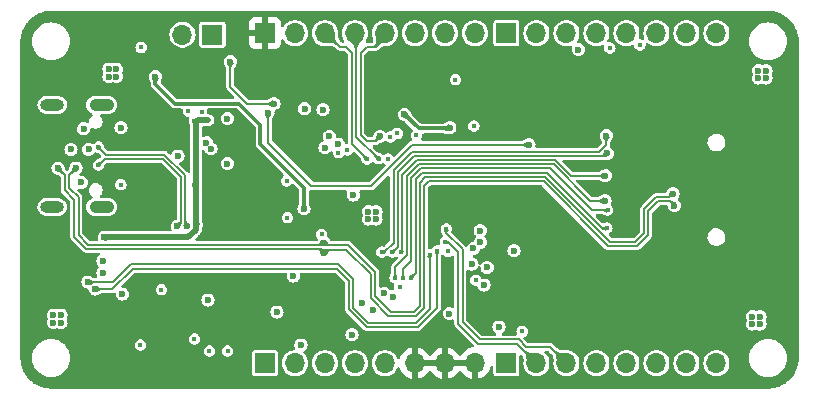
<source format=gbr>
%TF.GenerationSoftware,KiCad,Pcbnew,7.0.2*%
%TF.CreationDate,2023-05-11T00:09:11+08:00*%
%TF.ProjectId,LinuxDK,4c696e75-7844-44b2-9e6b-696361645f70,rev?*%
%TF.SameCoordinates,Original*%
%TF.FileFunction,Copper,L3,Inr*%
%TF.FilePolarity,Positive*%
%FSLAX46Y46*%
G04 Gerber Fmt 4.6, Leading zero omitted, Abs format (unit mm)*
G04 Created by KiCad (PCBNEW 7.0.2) date 2023-05-11 00:09:11*
%MOMM*%
%LPD*%
G01*
G04 APERTURE LIST*
%TA.AperFunction,ComponentPad*%
%ADD10R,1.700000X1.700000*%
%TD*%
%TA.AperFunction,ComponentPad*%
%ADD11O,1.700000X1.700000*%
%TD*%
%TA.AperFunction,ComponentPad*%
%ADD12O,2.100000X1.050000*%
%TD*%
%TA.AperFunction,ComponentPad*%
%ADD13O,2.000000X1.000000*%
%TD*%
%TA.AperFunction,ViaPad*%
%ADD14C,0.450000*%
%TD*%
%TA.AperFunction,ViaPad*%
%ADD15C,0.600000*%
%TD*%
%TA.AperFunction,Conductor*%
%ADD16C,0.200000*%
%TD*%
%TA.AperFunction,Conductor*%
%ADD17C,0.300000*%
%TD*%
%TA.AperFunction,Conductor*%
%ADD18C,0.152000*%
%TD*%
%TA.AperFunction,Conductor*%
%ADD19C,0.500000*%
%TD*%
G04 APERTURE END LIST*
D10*
%TO.N,/USB_ID*%
%TO.C,J7*%
X124084000Y-82169000D03*
D11*
%TO.N,GND*%
X121544000Y-82169000D03*
%TD*%
D10*
%TO.N,/PD14*%
%TO.C,J9*%
X148971000Y-82042000D03*
D11*
%TO.N,/PD15*%
X151511000Y-82042000D03*
%TO.N,/PD16*%
X154051000Y-82042000D03*
%TO.N,/PD17*%
X156591000Y-82042000D03*
%TO.N,/PD18*%
X159131000Y-82042000D03*
%TO.N,/PD19*%
X161671000Y-82042000D03*
%TO.N,/PD20*%
X164211000Y-82042000D03*
%TO.N,/PD21*%
X166751000Y-82042000D03*
%TD*%
D12*
%TO.N,GND*%
%TO.C,J4*%
X114702000Y-88124500D03*
D13*
X110522000Y-88124500D03*
X110522000Y-96764500D03*
D12*
X114702000Y-96764500D03*
%TD*%
D10*
%TO.N,+3.3V*%
%TO.C,J8*%
X128524000Y-82042000D03*
D11*
%TO.N,GND*%
X131064000Y-82042000D03*
%TO.N,/PD0*%
X133604000Y-82042000D03*
%TO.N,/PD1*%
X136144000Y-82042000D03*
%TO.N,/PD2*%
X138684000Y-82042000D03*
%TO.N,/PD6*%
X141224000Y-82042000D03*
%TO.N,/PD12*%
X143764000Y-82042000D03*
%TO.N,/PD13*%
X146304000Y-82042000D03*
%TD*%
D10*
%TO.N,/PE2*%
%TO.C,J11*%
X148971000Y-109982000D03*
D11*
%TO.N,/PE10*%
X151511000Y-109982000D03*
%TO.N,/PE11*%
X154051000Y-109982000D03*
%TO.N,/PE12*%
X156591000Y-109982000D03*
%TO.N,GND*%
X159131000Y-109982000D03*
X161671000Y-109982000D03*
%TO.N,+5V*%
X164211000Y-109982000D03*
X166751000Y-109982000D03*
%TD*%
D10*
%TO.N,/SPEAKER_P*%
%TO.C,J10*%
X128524000Y-109982000D03*
D11*
%TO.N,/SPEAKER_N*%
X131064000Y-109982000D03*
%TO.N,GND*%
X133604000Y-109982000D03*
X136144000Y-109982000D03*
X138684000Y-109982000D03*
%TO.N,+3.3V*%
X141224000Y-109982000D03*
X143764000Y-109982000D03*
X146304000Y-109982000D03*
%TD*%
D14*
%TO.N,/NRST*%
X133320200Y-99076960D03*
D15*
%TO.N,+3.3V*%
X132080000Y-98679000D03*
%TO.N,GND*%
X130937000Y-102616000D03*
X133610000Y-91740000D03*
%TO.N,+1V2*%
X133440000Y-88528500D03*
%TO.N,/PD2*%
X138273173Y-90772868D03*
%TO.N,+1V2*%
X140340000Y-88910000D03*
%TO.N,GND*%
X123571000Y-91313000D03*
X169799000Y-106045000D03*
X148336000Y-106934000D03*
X170434000Y-106045000D03*
X155067000Y-83439000D03*
D14*
X123158250Y-88706500D03*
D15*
X137287000Y-97155000D03*
X115316000Y-85725000D03*
X134747000Y-91440000D03*
X115951000Y-85090000D03*
X121158000Y-92456000D03*
D14*
X122039500Y-88633533D03*
D15*
X123952000Y-91821000D03*
X144145000Y-105791000D03*
X137287000Y-97790000D03*
D14*
X141351000Y-90678000D03*
X157734000Y-83312000D03*
D15*
X170307000Y-85852000D03*
X116459000Y-104140000D03*
D14*
X130429000Y-97663000D03*
D15*
X147066000Y-103378000D03*
X135890000Y-107569000D03*
X111252000Y-106553000D03*
X170942000Y-85852000D03*
X125349000Y-93091000D03*
X125349000Y-89281000D03*
X115316000Y-85090000D03*
X131572000Y-108458000D03*
D14*
X144653000Y-85979000D03*
D15*
X115951000Y-85725000D03*
X110617000Y-105918000D03*
D14*
X139954000Y-103505000D03*
D15*
X137922000Y-97155000D03*
X123698000Y-104648000D03*
X110617000Y-106553000D03*
X170434000Y-106680000D03*
D14*
X160274000Y-83058000D03*
D15*
X111252000Y-105918000D03*
X170307000Y-85217000D03*
X131880000Y-88450000D03*
D14*
X146224811Y-89910600D03*
D15*
X169799000Y-106680000D03*
X137922000Y-97790000D03*
D14*
X119761000Y-103759000D03*
D15*
X170942000Y-85217000D03*
D14*
%TO.N,/NRST*%
X118046500Y-83248500D03*
D15*
%TO.N,+1V2*%
X144185098Y-90043000D03*
X131826000Y-96901000D03*
X119253000Y-85725000D03*
X133970000Y-90790000D03*
D14*
%TO.N,+3.3V*%
X146304000Y-105918000D03*
D15*
X142680500Y-89467500D03*
X150241000Y-84963000D03*
D14*
X112395000Y-85852000D03*
X123190000Y-84328000D03*
X167767000Y-86614000D03*
D15*
X158242000Y-95250000D03*
X131318000Y-104521000D03*
D14*
X115090009Y-83478132D03*
D15*
X159258000Y-90424000D03*
X139440000Y-87530000D03*
D14*
X152654000Y-107315000D03*
D15*
X123952000Y-97663000D03*
X125222000Y-97663000D03*
X126111000Y-104521000D03*
X132715000Y-104521000D03*
D14*
X109347000Y-93472000D03*
D15*
X130429000Y-95504000D03*
X118618000Y-107569000D03*
X124587000Y-97663000D03*
D14*
%TO.N,GNDA*%
X130365500Y-94551500D03*
X150304000Y-107302000D03*
D15*
X129540000Y-105664000D03*
%TO.N,+3V0*%
X136017000Y-95758000D03*
%TO.N,+5V*%
X122681998Y-94869000D03*
X122703798Y-98295503D03*
X114935000Y-99314000D03*
D14*
X122555000Y-89480849D03*
X123724219Y-89434219D03*
D15*
%TO.N,+2V5*%
X150876000Y-91499500D03*
X149606000Y-100457000D03*
X128778000Y-88773000D03*
D14*
%TO.N,Net-(D1-A)*%
X117983000Y-108458000D03*
%TO.N,Net-(D2-A)*%
X122555000Y-107942500D03*
%TO.N,Net-(F1-Pad2)*%
X116332000Y-94869000D03*
D15*
X116332000Y-90043000D03*
D14*
%TO.N,/AUDIO_L*%
X135512452Y-91930783D03*
%TO.N,/PD0*%
X137160000Y-92710000D03*
%TO.N,/PD1*%
X138154001Y-92681814D03*
%TO.N,/RS485_RX*%
X138953999Y-92710000D03*
%TO.N,/RS485_TX*%
X139148534Y-90834349D03*
%TO.N,/RS485_DIR*%
X139726240Y-90537518D03*
%TO.N,/PE11*%
X143878686Y-98618500D03*
%TO.N,/PE10*%
X143798502Y-99695000D03*
D15*
%TO.N,/LCD_SCL*%
X146752500Y-98758810D03*
%TO.N,/LCD_SDA*%
X146769847Y-99742020D03*
%TO.N,/LCD_CS*%
X146169088Y-100269555D03*
D14*
%TO.N,/LCD_PWM*%
X144030102Y-100527927D03*
D15*
%TO.N,/LCD_RST*%
X147341109Y-101884772D03*
%TO.N,/LCD_RS*%
X146050000Y-101600000D03*
%TO.N,/USB_ID*%
X125603000Y-84455000D03*
X129286000Y-88011000D03*
D14*
X146380000Y-102961272D03*
D15*
%TO.N,/DEBUG_UART_TX*%
X114173000Y-103700000D03*
D14*
X143094164Y-100491500D03*
%TO.N,/DEBUG_UART_RX*%
X142488004Y-100797299D03*
D15*
X113538000Y-103124000D03*
D14*
%TO.N,/SD_D2*%
X140865534Y-102740523D03*
X157480000Y-98552000D03*
%TO.N,/SD_D3*%
X157543500Y-97028000D03*
X140220327Y-102815097D03*
D15*
%TO.N,/SD_CMD*%
X157317222Y-96224789D03*
D14*
X139543996Y-102743402D03*
D15*
%TO.N,/SD_CLK*%
X157353000Y-94107000D03*
D14*
X140081000Y-100616662D03*
%TO.N,/SD_D0*%
X139324967Y-100580916D03*
D15*
X157505940Y-92227940D03*
D14*
%TO.N,/SD_D1*%
X138430000Y-100587554D03*
D15*
X157429200Y-90728800D03*
%TO.N,/SPI_CLK*%
X139380512Y-104359653D03*
%TO.N,/SPI_CS*%
X138630344Y-104083152D03*
%TO.N,/SPI_MISO*%
X137639592Y-105468316D03*
%TO.N,/SPI_MOSI*%
X136764500Y-104872893D03*
D14*
%TO.N,/KEY2*%
X125360602Y-108966000D03*
%TO.N,/KEY1*%
X123825000Y-108966000D03*
D15*
%TO.N,/USBC_DN*%
X133509583Y-100626272D03*
X111004100Y-93478100D03*
X163195000Y-96647000D03*
%TO.N,/USBC_DP*%
X133509583Y-99776272D03*
X163068000Y-95631000D03*
X112522000Y-93472000D03*
D14*
%TO.N,/AUDIO_R*%
X134755065Y-92164458D03*
D15*
%TO.N,/interface/USB_DN*%
X112104947Y-91884500D03*
%TO.N,/interface/USB_DP*%
X113601500Y-91884500D03*
%TO.N,Net-(J4-CC1)*%
X113182940Y-90144060D03*
%TO.N,Net-(J4-CC2)*%
X112973100Y-94685100D03*
D14*
%TO.N,/interface/CP2102_DN*%
X114427001Y-91693999D03*
D15*
X121909491Y-98386500D03*
%TO.N,/interface/CP2102_DP*%
X121109989Y-98386500D03*
D14*
X114427000Y-93218000D03*
D15*
%TO.N,Net-(J12-01)*%
X114808000Y-101346000D03*
%TO.N,Net-(J12-02)*%
X114808000Y-102362000D03*
%TD*%
D16*
%TO.N,+2V5*%
X150876000Y-91499500D02*
X141013050Y-91499500D01*
X141013050Y-91499500D02*
X137516550Y-94996000D01*
X137516550Y-94996000D02*
X132461000Y-94996000D01*
X132461000Y-94996000D02*
X128778000Y-91313000D01*
X128778000Y-91313000D02*
X128778000Y-88773000D01*
D17*
%TO.N,+1V2*%
X131826000Y-96901000D02*
X131826000Y-95146744D01*
X128143000Y-91463744D02*
X128143000Y-89789000D01*
X131826000Y-95146744D02*
X128143000Y-91463744D01*
X128143000Y-89789000D02*
X126365000Y-88011000D01*
X126365000Y-88011000D02*
X120904000Y-88011000D01*
X120904000Y-88011000D02*
X119253000Y-86360000D01*
X119253000Y-86360000D02*
X119253000Y-85725000D01*
X144110598Y-90117500D02*
X144185098Y-90043000D01*
X140340000Y-88910000D02*
X141547500Y-90117500D01*
X141547500Y-90117500D02*
X144110598Y-90117500D01*
D18*
%TO.N,/PD2*%
X137922000Y-83185000D02*
X138684000Y-82423000D01*
X136623000Y-90653009D02*
X136623000Y-83722000D01*
X136623000Y-83722000D02*
X137160000Y-83185000D01*
X137169991Y-91200000D02*
X136623000Y-90653009D01*
X137846041Y-91200000D02*
X137169991Y-91200000D01*
X137160000Y-83185000D02*
X137922000Y-83185000D01*
X138684000Y-82423000D02*
X138684000Y-82042000D01*
X138273173Y-90772868D02*
X137846041Y-91200000D01*
D19*
%TO.N,+5V*%
X114935000Y-99314000D02*
X122042652Y-99314000D01*
X122042652Y-99314000D02*
X122682000Y-98674652D01*
X122855630Y-89434219D02*
X122682000Y-89607849D01*
X122682000Y-98360507D02*
X122682000Y-94869000D01*
X122682000Y-89607849D02*
X122682000Y-94996000D01*
X123724219Y-89434219D02*
X122855630Y-89434219D01*
X122682000Y-98674652D02*
X122682000Y-98298000D01*
D18*
%TO.N,/PD0*%
X134874000Y-83185000D02*
X133731000Y-82042000D01*
X135382000Y-83185000D02*
X134874000Y-83185000D01*
X137160000Y-92710000D02*
X135890000Y-91440000D01*
X135890000Y-91440000D02*
X135890000Y-83693000D01*
X135890000Y-83693000D02*
X135382000Y-83185000D01*
X133731000Y-82042000D02*
X133604000Y-82042000D01*
%TO.N,/PD1*%
X136271000Y-82169000D02*
X136271000Y-90798813D01*
X136144000Y-82042000D02*
X136271000Y-82169000D01*
X136271000Y-90798813D02*
X138154001Y-92681814D01*
%TO.N,/PE11*%
X143878686Y-98618500D02*
X143878686Y-98960093D01*
X150005804Y-107979000D02*
X150611804Y-108585000D01*
X145259000Y-100340407D02*
X145259000Y-106534196D01*
X150611804Y-108585000D02*
X152654000Y-108585000D01*
X145259000Y-106534196D02*
X146703804Y-107979000D01*
X146703804Y-107979000D02*
X150005804Y-107979000D01*
X143878686Y-98960093D02*
X145259000Y-100340407D01*
X152654000Y-108585000D02*
X154051000Y-109982000D01*
%TO.N,/PE10*%
X149860000Y-108331000D02*
X151511000Y-109982000D01*
X144907000Y-106680000D02*
X146558000Y-108331000D01*
X144907000Y-100590237D02*
X144907000Y-106680000D01*
X146558000Y-108331000D02*
X149860000Y-108331000D01*
X144011763Y-99695000D02*
X144907000Y-100590237D01*
X143798502Y-99695000D02*
X144011763Y-99695000D01*
%TO.N,/USB_ID*%
X125603000Y-86614000D02*
X127000000Y-88011000D01*
X127000000Y-88011000D02*
X129286000Y-88011000D01*
X125603000Y-84455000D02*
X125603000Y-86614000D01*
%TO.N,/DEBUG_UART_TX*%
X134620000Y-101981000D02*
X117337804Y-101981000D01*
X143094164Y-105306934D02*
X141446392Y-106954706D01*
X114204903Y-103668097D02*
X114173000Y-103700000D01*
X135636000Y-102997000D02*
X134620000Y-101981000D01*
X135636000Y-105410000D02*
X135636000Y-102997000D01*
X141446392Y-106954706D02*
X137180706Y-106954706D01*
X137180706Y-106954706D02*
X135636000Y-105410000D01*
X115618804Y-103700000D02*
X114173000Y-103700000D01*
X143094164Y-100491500D02*
X143094164Y-105306934D01*
X117337804Y-101981000D02*
X115618804Y-103700000D01*
%TO.N,/DEBUG_UART_RX*%
X137287000Y-106553000D02*
X136017000Y-105283000D01*
X136017000Y-105283000D02*
X136017000Y-102870000D01*
X141351000Y-106553000D02*
X137287000Y-106553000D01*
X136017000Y-102870000D02*
X134747000Y-101600000D01*
X142488004Y-105415996D02*
X141351000Y-106553000D01*
X134747000Y-101600000D02*
X117221000Y-101600000D01*
X142488004Y-100797299D02*
X142488004Y-105415996D01*
X115697000Y-103124000D02*
X113538000Y-103124000D01*
X117221000Y-101600000D02*
X115697000Y-103124000D01*
%TO.N,/SD_D2*%
X141284501Y-102321556D02*
X141284502Y-94427498D01*
X141859000Y-93853000D02*
X152379608Y-93853000D01*
X157078608Y-98552000D02*
X157480000Y-98552000D01*
X140865534Y-102740523D02*
X141284501Y-102321556D01*
X141284502Y-94427498D02*
X141859000Y-93853000D01*
X152379608Y-93853000D02*
X157078608Y-98552000D01*
%TO.N,/SD_D3*%
X140933001Y-94281902D02*
X141713404Y-93501499D01*
X156210000Y-97028000D02*
X157543500Y-97028000D01*
X152683499Y-93501499D02*
X156210000Y-97028000D01*
X140933001Y-101330805D02*
X140933001Y-94281902D01*
X140220327Y-102043479D02*
X140933001Y-101330805D01*
X140220327Y-102815097D02*
X140220327Y-102043479D01*
X141713404Y-93501499D02*
X152683499Y-93501499D01*
%TO.N,/SD_CMD*%
X156041789Y-96224789D02*
X157317222Y-96224789D01*
X139543996Y-102743402D02*
X139543996Y-101861480D01*
X140581500Y-100823976D02*
X140581500Y-94136306D01*
X140581500Y-94136306D02*
X141567808Y-93149998D01*
X152966998Y-93149998D02*
X156041789Y-96224789D01*
X141567808Y-93149998D02*
X152966998Y-93149998D01*
X139543996Y-101861480D02*
X140581500Y-100823976D01*
%TO.N,/SD_CLK*%
X140124996Y-100572666D02*
X140081000Y-100616662D01*
X157353000Y-94107000D02*
X154421804Y-94107000D01*
X141422211Y-92798497D02*
X140124996Y-94095712D01*
X140124996Y-94095712D02*
X140124996Y-100572666D01*
X154421804Y-94107000D02*
X153113301Y-92798497D01*
X153113301Y-92798497D02*
X141422211Y-92798497D01*
%TO.N,/SD_D0*%
X139324967Y-100580916D02*
X139324967Y-100558546D01*
X157307379Y-92426501D02*
X157505940Y-92227940D01*
X141115597Y-92426501D02*
X157307379Y-92426501D01*
X139324967Y-100558546D02*
X139773496Y-100110017D01*
X139773496Y-100110017D02*
X139773496Y-93768602D01*
X139773496Y-93768602D02*
X141115597Y-92426501D01*
%TO.N,/SD_D1*%
X138609808Y-100587554D02*
X138430000Y-100587554D01*
X157429200Y-90728800D02*
X157429200Y-91490800D01*
X139421496Y-93622799D02*
X139421496Y-99775866D01*
X156845000Y-92075000D02*
X140969295Y-92075000D01*
X139421496Y-99775866D02*
X138609808Y-100587554D01*
X140969295Y-92075000D02*
X139421496Y-93622799D01*
X157429200Y-91490800D02*
X156845000Y-92075000D01*
%TO.N,/USBC_DN*%
X161817758Y-96276500D02*
X162824500Y-96276500D01*
X137467000Y-104477258D02*
X138981742Y-105992000D01*
X160014902Y-100076000D02*
X160983000Y-99107902D01*
X152117000Y-94586000D02*
X157607000Y-100076000D01*
X133733583Y-100402272D02*
X135424014Y-100402272D01*
X157607000Y-100076000D02*
X160014902Y-100076000D01*
X111004100Y-93478100D02*
X111559000Y-94033000D01*
X160983000Y-97111258D02*
X161817758Y-96276500D01*
X133183812Y-100300501D02*
X133509583Y-100626272D01*
X135424014Y-100402272D02*
X137467000Y-102445258D01*
X111559000Y-94033000D02*
X111559000Y-95333258D01*
X137467000Y-102445258D02*
X137467000Y-104477258D01*
X113392404Y-100300501D02*
X133183812Y-100300501D01*
X111559000Y-95333258D02*
X112395499Y-96169757D01*
X112395499Y-99303597D02*
X113392404Y-100300501D01*
X162824500Y-96276500D02*
X163195000Y-96647000D01*
X141987503Y-105281497D02*
X141987503Y-94994497D01*
X142396000Y-94586000D02*
X152117000Y-94586000D01*
X133509583Y-100626272D02*
X133733583Y-100402272D01*
X112395499Y-96169757D02*
X112395499Y-99303597D01*
X138981742Y-105992000D02*
X141277000Y-105992000D01*
X141987503Y-94994497D02*
X142396000Y-94586000D01*
X141277000Y-105992000D02*
X141987503Y-105281497D01*
X160983000Y-99107902D02*
X160983000Y-97111258D01*
%TO.N,/USBC_DP*%
X111961000Y-95166742D02*
X112747000Y-95952742D01*
X112522000Y-93472000D02*
X111961000Y-94033000D01*
X137869000Y-104310742D02*
X139198258Y-105640000D01*
X141636003Y-94710997D02*
X142113000Y-94234000D01*
X139198258Y-105640000D02*
X141121000Y-105640000D01*
X141636003Y-105124997D02*
X141636003Y-94710997D01*
X133336855Y-99949000D02*
X133509583Y-99776272D01*
X157752804Y-99724000D02*
X159869098Y-99724000D01*
X160631000Y-98962098D02*
X160631000Y-96965454D01*
X133733583Y-100000272D02*
X135590530Y-100000272D01*
X152262804Y-94234000D02*
X157752804Y-99724000D01*
X112747000Y-95952742D02*
X112747000Y-99158000D01*
X162774500Y-95924500D02*
X163068000Y-95631000D01*
X111961000Y-94033000D02*
X111961000Y-95166742D01*
X142113000Y-94234000D02*
X152262804Y-94234000D01*
X113538000Y-99949000D02*
X133336855Y-99949000D01*
X160631000Y-96965454D02*
X161671955Y-95924500D01*
X112747000Y-99158000D02*
X113538000Y-99949000D01*
X137869000Y-102278742D02*
X137869000Y-104310742D01*
X159869098Y-99724000D02*
X160631000Y-98962098D01*
X135590530Y-100000272D02*
X137869000Y-102278742D01*
X133509583Y-99776272D02*
X133733583Y-100000272D01*
X141121000Y-105640000D02*
X141636003Y-105124997D01*
X161671955Y-95924500D02*
X162774500Y-95924500D01*
%TO.N,/interface/CP2102_DN*%
X120004098Y-92329000D02*
X115062002Y-92329000D01*
X121763501Y-98240510D02*
X121763501Y-94088403D01*
X121763501Y-94088403D02*
X120004098Y-92329000D01*
X115062002Y-92329000D02*
X114427001Y-91693999D01*
X121909491Y-98386500D02*
X121763501Y-98240510D01*
%TO.N,/interface/CP2102_DP*%
X121412000Y-98084489D02*
X121412000Y-94234000D01*
X121109989Y-98386500D02*
X121412000Y-98084489D01*
X114964499Y-92680501D02*
X114427000Y-93218000D01*
X121412000Y-94234000D02*
X119858501Y-92680501D01*
X119858501Y-92680501D02*
X114964499Y-92680501D01*
%TD*%
%TA.AperFunction,Conductor*%
%TO.N,+3.3V*%
G36*
X143304507Y-109772156D02*
G01*
X143264000Y-109910111D01*
X143264000Y-110053889D01*
X143304507Y-110191844D01*
X143330314Y-110232000D01*
X141657686Y-110232000D01*
X141683493Y-110191844D01*
X141724000Y-110053889D01*
X141724000Y-109910111D01*
X141683493Y-109772156D01*
X141657686Y-109732000D01*
X143330314Y-109732000D01*
X143304507Y-109772156D01*
G37*
%TD.AperFunction*%
%TA.AperFunction,Conductor*%
G36*
X145844507Y-109772156D02*
G01*
X145804000Y-109910111D01*
X145804000Y-110053889D01*
X145844507Y-110191844D01*
X145870314Y-110232000D01*
X144197686Y-110232000D01*
X144223493Y-110191844D01*
X144264000Y-110053889D01*
X144264000Y-109910111D01*
X144223493Y-109772156D01*
X144197686Y-109732000D01*
X145870314Y-109732000D01*
X145844507Y-109772156D01*
G37*
%TD.AperFunction*%
%TA.AperFunction,Conductor*%
G36*
X126213127Y-88435185D02*
G01*
X126233769Y-88451819D01*
X127702180Y-89920230D01*
X127735665Y-89981553D01*
X127738499Y-90007911D01*
X127738500Y-90717164D01*
X127738500Y-91399678D01*
X127738500Y-91527810D01*
X127742901Y-91541357D01*
X127745444Y-91549183D01*
X127749985Y-91568096D01*
X127753502Y-91590300D01*
X127763703Y-91610319D01*
X127771148Y-91628292D01*
X127773384Y-91635172D01*
X127778095Y-91649673D01*
X127791305Y-91667854D01*
X127801473Y-91684447D01*
X127811672Y-91704465D01*
X127811673Y-91704466D01*
X127811674Y-91704467D01*
X127828232Y-91721025D01*
X127828245Y-91721040D01*
X130088200Y-93980994D01*
X130121685Y-94042317D01*
X130116701Y-94112009D01*
X130074829Y-94167942D01*
X130067560Y-94172989D01*
X130048267Y-94185387D01*
X129957970Y-94289597D01*
X129900691Y-94415019D01*
X129881281Y-94550023D01*
X129881069Y-94551500D01*
X129883535Y-94568655D01*
X129900691Y-94687980D01*
X129957970Y-94813402D01*
X130012984Y-94876892D01*
X130048265Y-94917609D01*
X130164260Y-94992154D01*
X130296558Y-95031000D01*
X130434442Y-95031000D01*
X130566740Y-94992154D01*
X130682735Y-94917609D01*
X130754325Y-94834988D01*
X130813101Y-94797215D01*
X130882970Y-94797214D01*
X130935718Y-94828511D01*
X131385181Y-95277974D01*
X131418666Y-95339297D01*
X131421500Y-95365655D01*
X131421500Y-96267249D01*
X131418277Y-96295339D01*
X131416270Y-96303965D01*
X131413338Y-96394928D01*
X131412045Y-96409227D01*
X131406832Y-96444174D01*
X131402245Y-96463809D01*
X131393779Y-96490159D01*
X131389477Y-96501586D01*
X131360877Y-96567500D01*
X131322983Y-96654789D01*
X131315457Y-96672125D01*
X131314035Y-96675464D01*
X131311471Y-96688159D01*
X131304488Y-96711059D01*
X131285772Y-96756245D01*
X131266714Y-96900999D01*
X131285772Y-97045754D01*
X131341643Y-97180640D01*
X131341644Y-97180642D01*
X131341645Y-97180643D01*
X131430526Y-97296474D01*
X131546357Y-97385355D01*
X131681246Y-97441228D01*
X131826000Y-97460285D01*
X131970754Y-97441228D01*
X132105643Y-97385355D01*
X132221474Y-97296474D01*
X132310355Y-97180643D01*
X132366228Y-97045754D01*
X132385285Y-96901000D01*
X132366228Y-96756246D01*
X132346386Y-96708345D01*
X132339759Y-96687141D01*
X132336476Y-96671976D01*
X132291140Y-96567544D01*
X132287966Y-96560228D01*
X132262524Y-96501594D01*
X132258220Y-96490165D01*
X132249751Y-96463805D01*
X132245165Y-96444174D01*
X132239951Y-96409219D01*
X132238659Y-96394931D01*
X132235729Y-96303966D01*
X132233501Y-96294028D01*
X132230500Y-96266910D01*
X132230500Y-95465350D01*
X132250185Y-95398311D01*
X132302989Y-95352556D01*
X132372147Y-95342612D01*
X132394759Y-95348067D01*
X132401844Y-95350500D01*
X132401845Y-95350500D01*
X132408993Y-95352954D01*
X132416544Y-95352641D01*
X132416545Y-95352642D01*
X132465773Y-95350605D01*
X132470897Y-95350500D01*
X135400026Y-95350500D01*
X135467065Y-95370185D01*
X135512820Y-95422989D01*
X135522764Y-95492147D01*
X135514587Y-95521953D01*
X135476772Y-95613246D01*
X135457714Y-95757999D01*
X135476772Y-95902754D01*
X135532643Y-96037640D01*
X135532644Y-96037642D01*
X135532645Y-96037643D01*
X135621526Y-96153474D01*
X135737357Y-96242355D01*
X135872246Y-96298228D01*
X136017000Y-96317285D01*
X136161754Y-96298228D01*
X136296643Y-96242355D01*
X136412474Y-96153474D01*
X136501355Y-96037643D01*
X136557228Y-95902754D01*
X136576285Y-95758000D01*
X136557228Y-95613246D01*
X136519413Y-95521953D01*
X136511944Y-95452483D01*
X136543219Y-95390004D01*
X136603308Y-95354352D01*
X136633974Y-95350500D01*
X137466922Y-95350500D01*
X137492368Y-95353139D01*
X137501697Y-95355095D01*
X137529253Y-95351660D01*
X137530924Y-95351452D01*
X137545720Y-95350533D01*
X137545918Y-95350500D01*
X137545927Y-95350500D01*
X137565208Y-95347282D01*
X137570171Y-95346559D01*
X137619101Y-95340461D01*
X137619102Y-95340460D01*
X137626600Y-95339526D01*
X137633245Y-95335929D01*
X137633248Y-95335929D01*
X137676593Y-95312470D01*
X137681106Y-95310147D01*
X137725390Y-95288499D01*
X137725392Y-95288496D01*
X137732179Y-95285179D01*
X137737295Y-95279620D01*
X137737299Y-95279619D01*
X137770706Y-95243327D01*
X137774186Y-95239701D01*
X138879314Y-94134573D01*
X138940638Y-94101088D01*
X139010330Y-94106072D01*
X139066263Y-94147944D01*
X139090680Y-94213408D01*
X139090996Y-94222254D01*
X139090996Y-99587605D01*
X139071311Y-99654644D01*
X139054677Y-99675286D01*
X138651559Y-100078403D01*
X138590236Y-100111888D01*
X138547572Y-100113645D01*
X138540620Y-100112722D01*
X138539378Y-100112558D01*
X138539350Y-100112555D01*
X138537270Y-100112332D01*
X138513246Y-100109988D01*
X138503288Y-100108054D01*
X138499664Y-100108054D01*
X138487528Y-100107459D01*
X138468197Y-100105558D01*
X138466724Y-100105440D01*
X138455712Y-100104633D01*
X138454230Y-100104551D01*
X138454608Y-100104578D01*
X138453130Y-100104530D01*
X138442529Y-100104253D01*
X138434903Y-100105746D01*
X138411091Y-100108054D01*
X138361058Y-100108054D01*
X138228760Y-100146900D01*
X138112765Y-100221444D01*
X138022470Y-100325651D01*
X137965191Y-100451073D01*
X137945569Y-100587553D01*
X137965191Y-100724034D01*
X138022470Y-100849456D01*
X138068528Y-100902610D01*
X138112765Y-100953663D01*
X138228760Y-101028208D01*
X138361058Y-101067054D01*
X138498942Y-101067054D01*
X138631240Y-101028208D01*
X138747235Y-100953663D01*
X138759069Y-100940004D01*
X138781585Y-100919683D01*
X138784924Y-100917342D01*
X138794160Y-100907678D01*
X138854707Y-100872815D01*
X138924494Y-100876221D01*
X138977514Y-100912151D01*
X139007732Y-100947025D01*
X139123727Y-101021570D01*
X139256025Y-101060416D01*
X139393909Y-101060416D01*
X139526207Y-101021570D01*
X139609999Y-100967720D01*
X139677037Y-100948036D01*
X139744076Y-100967720D01*
X139770746Y-100990829D01*
X139775436Y-100996241D01*
X139772185Y-100999057D01*
X139796661Y-101027286D01*
X139806625Y-101096441D01*
X139777620Y-101160006D01*
X139771563Y-101166513D01*
X139324320Y-101613756D01*
X139316347Y-101621063D01*
X139286913Y-101645761D01*
X139267701Y-101679038D01*
X139261890Y-101688158D01*
X139239303Y-101720415D01*
X139228799Y-101745775D01*
X139221962Y-101784549D01*
X139219621Y-101795106D01*
X139209674Y-101832228D01*
X139213024Y-101870505D01*
X139213496Y-101881314D01*
X139213496Y-102250856D01*
X139209143Y-102283422D01*
X139208362Y-102286288D01*
X139205693Y-102324677D01*
X139191809Y-102373661D01*
X139189036Y-102378949D01*
X139186113Y-102384209D01*
X139154813Y-102437446D01*
X139154170Y-102438580D01*
X139149425Y-102447071D01*
X139148783Y-102448261D01*
X139148986Y-102447896D01*
X139148408Y-102449026D01*
X139144074Y-102457614D01*
X139143501Y-102458793D01*
X139107425Y-102534059D01*
X139104602Y-102540144D01*
X139104184Y-102541074D01*
X139101870Y-102546415D01*
X139100727Y-102552039D01*
X139092009Y-102578843D01*
X139079188Y-102606919D01*
X139059565Y-102743402D01*
X139079187Y-102879882D01*
X139136466Y-103005304D01*
X139141812Y-103011474D01*
X139226761Y-103109511D01*
X139342756Y-103184056D01*
X139408408Y-103203333D01*
X139408851Y-103203463D01*
X139467629Y-103241237D01*
X139496654Y-103304793D01*
X139490064Y-103350633D01*
X139491729Y-103350873D01*
X139469569Y-103505000D01*
X139491729Y-103659127D01*
X139486772Y-103659839D01*
X139491606Y-103695408D01*
X139462090Y-103758737D01*
X139403021Y-103796056D01*
X139385194Y-103799751D01*
X139281151Y-103813448D01*
X139235758Y-103819425D01*
X139235757Y-103819425D01*
X139219574Y-103821556D01*
X139219311Y-103819564D01*
X139171592Y-103824692D01*
X139109115Y-103793414D01*
X139095240Y-103778150D01*
X139025819Y-103687679D01*
X139016742Y-103680714D01*
X138909987Y-103598797D01*
X138909986Y-103598796D01*
X138909984Y-103598795D01*
X138775098Y-103542924D01*
X138630343Y-103523866D01*
X138485588Y-103542924D01*
X138370952Y-103590408D01*
X138301483Y-103597877D01*
X138239004Y-103566602D01*
X138203352Y-103506513D01*
X138199500Y-103475847D01*
X138199500Y-102298575D01*
X138199972Y-102287766D01*
X138203321Y-102249491D01*
X138193372Y-102212363D01*
X138191036Y-102201829D01*
X138184359Y-102163961D01*
X138184356Y-102163956D01*
X138184193Y-102163029D01*
X138173696Y-102137686D01*
X138173155Y-102136914D01*
X138173155Y-102136912D01*
X138151107Y-102105425D01*
X138145296Y-102096302D01*
X138126083Y-102063023D01*
X138096648Y-102038325D01*
X138088673Y-102031017D01*
X135838254Y-99780598D01*
X135830945Y-99772622D01*
X135806248Y-99743189D01*
X135772965Y-99723973D01*
X135763843Y-99718161D01*
X135731591Y-99695578D01*
X135706240Y-99685077D01*
X135705311Y-99684913D01*
X135667462Y-99678239D01*
X135656903Y-99675898D01*
X135619778Y-99665950D01*
X135581503Y-99669300D01*
X135570694Y-99669772D01*
X134158195Y-99669772D01*
X134091156Y-99650087D01*
X134045401Y-99597283D01*
X134042067Y-99589251D01*
X134036833Y-99575265D01*
X134022973Y-99544496D01*
X134021551Y-99541819D01*
X134003890Y-99513213D01*
X134002708Y-99511550D01*
X134002440Y-99511146D01*
X133996473Y-99499934D01*
X133993351Y-99495865D01*
X133970389Y-99465941D01*
X133967719Y-99462325D01*
X133955708Y-99445427D01*
X133941229Y-99425056D01*
X133928207Y-99408240D01*
X133926964Y-99406764D01*
X133918377Y-99397389D01*
X133911451Y-99389131D01*
X133905057Y-99380798D01*
X133832842Y-99325385D01*
X133791641Y-99268958D01*
X133785593Y-99209367D01*
X133804631Y-99076960D01*
X133785008Y-98940480D01*
X133782594Y-98935195D01*
X133727729Y-98815057D01*
X133676369Y-98755784D01*
X133637435Y-98710851D01*
X133637434Y-98710850D01*
X133592072Y-98681698D01*
X133521440Y-98636306D01*
X133389142Y-98597460D01*
X133251258Y-98597460D01*
X133118960Y-98636306D01*
X133002965Y-98710850D01*
X132912670Y-98815057D01*
X132855391Y-98940479D01*
X132835769Y-99076958D01*
X132835769Y-99076960D01*
X132836997Y-99085498D01*
X132855391Y-99213440D01*
X132912671Y-99338864D01*
X132972659Y-99408094D01*
X133001684Y-99471649D01*
X132991740Y-99540808D01*
X132988091Y-99548147D01*
X132986380Y-99551321D01*
X132985285Y-99553351D01*
X132936141Y-99603017D01*
X132876140Y-99618500D01*
X122750985Y-99618500D01*
X122683946Y-99598815D01*
X122638191Y-99546011D01*
X122628247Y-99476853D01*
X122657272Y-99413297D01*
X122663296Y-99406826D01*
X122882639Y-99187482D01*
X122894271Y-99177225D01*
X122896093Y-99175811D01*
X122909955Y-99165051D01*
X122938964Y-99131598D01*
X122944950Y-99125171D01*
X122990958Y-99079163D01*
X123011598Y-99062531D01*
X123015775Y-99059848D01*
X123048589Y-99021977D01*
X123054593Y-99015529D01*
X123064250Y-99005873D01*
X123072422Y-98994954D01*
X123077980Y-98988059D01*
X123090917Y-98973128D01*
X123110777Y-98950210D01*
X123112839Y-98945693D01*
X123126367Y-98922893D01*
X123129343Y-98918919D01*
X123146857Y-98871960D01*
X123150219Y-98863841D01*
X123171042Y-98818248D01*
X123171747Y-98813338D01*
X123178304Y-98787645D01*
X123180040Y-98782994D01*
X123183613Y-98733017D01*
X123184560Y-98724221D01*
X123186500Y-98710735D01*
X123186500Y-98697106D01*
X123186816Y-98688259D01*
X123191662Y-98620509D01*
X123193997Y-98620676D01*
X123196491Y-98580018D01*
X123202478Y-98562918D01*
X123222242Y-98506461D01*
X123223376Y-98499207D01*
X123231324Y-98470920D01*
X123244026Y-98440257D01*
X123263083Y-98295503D01*
X123263256Y-98294190D01*
X123263346Y-98282387D01*
X123262967Y-98282407D01*
X123255538Y-98134808D01*
X123255405Y-98132979D01*
X123254320Y-98119566D01*
X123254134Y-98117749D01*
X123254169Y-98118189D01*
X123253926Y-98116348D01*
X123252030Y-98102896D01*
X123251735Y-98101084D01*
X123234400Y-97999407D01*
X123232819Y-97990955D01*
X123232567Y-97989731D01*
X123230939Y-97982394D01*
X123217348Y-97924903D01*
X123212596Y-97904800D01*
X123211051Y-97897190D01*
X123199097Y-97827013D01*
X123197494Y-97812426D01*
X123196365Y-97790000D01*
X123191731Y-97697907D01*
X123189881Y-97690147D01*
X123186689Y-97662999D01*
X129944569Y-97662999D01*
X129964191Y-97799480D01*
X130021470Y-97924902D01*
X130021471Y-97924903D01*
X130111765Y-98029109D01*
X130227760Y-98103654D01*
X130360058Y-98142500D01*
X130497942Y-98142500D01*
X130630240Y-98103654D01*
X130746235Y-98029109D01*
X130836529Y-97924903D01*
X130893808Y-97799480D01*
X130895171Y-97789999D01*
X136727714Y-97789999D01*
X136746772Y-97934754D01*
X136802643Y-98069640D01*
X136802644Y-98069642D01*
X136802645Y-98069643D01*
X136891526Y-98185474D01*
X137007357Y-98274355D01*
X137007358Y-98274355D01*
X137007359Y-98274356D01*
X137007598Y-98274455D01*
X137142246Y-98330228D01*
X137287000Y-98349285D01*
X137431754Y-98330228D01*
X137557049Y-98278328D01*
X137626516Y-98270860D01*
X137651946Y-98278327D01*
X137777246Y-98330228D01*
X137922000Y-98349285D01*
X138066754Y-98330228D01*
X138201643Y-98274355D01*
X138317474Y-98185474D01*
X138406355Y-98069643D01*
X138462228Y-97934754D01*
X138481285Y-97790000D01*
X138472191Y-97720927D01*
X138462228Y-97645246D01*
X138462228Y-97645245D01*
X138410328Y-97519951D01*
X138402860Y-97450484D01*
X138410329Y-97425048D01*
X138462228Y-97299754D01*
X138481285Y-97155000D01*
X138462228Y-97010246D01*
X138406355Y-96875358D01*
X138352546Y-96805233D01*
X138317475Y-96759527D01*
X138317474Y-96759526D01*
X138201643Y-96670645D01*
X138201642Y-96670644D01*
X138201640Y-96670643D01*
X138066754Y-96614772D01*
X137921999Y-96595714D01*
X137777246Y-96614772D01*
X137651953Y-96666670D01*
X137582483Y-96674139D01*
X137557048Y-96666670D01*
X137431754Y-96614772D01*
X137286999Y-96595714D01*
X137142246Y-96614772D01*
X137007357Y-96670645D01*
X136891525Y-96759525D01*
X136802645Y-96875357D01*
X136746772Y-97010246D01*
X136727714Y-97154999D01*
X136746772Y-97299754D01*
X136798670Y-97425048D01*
X136806139Y-97494517D01*
X136798670Y-97519953D01*
X136746772Y-97645246D01*
X136727714Y-97789999D01*
X130895171Y-97789999D01*
X130913431Y-97663000D01*
X130893808Y-97526520D01*
X130883368Y-97503660D01*
X130836529Y-97401097D01*
X130810805Y-97371410D01*
X130746235Y-97296891D01*
X130746234Y-97296890D01*
X130670401Y-97248156D01*
X130630240Y-97222346D01*
X130497942Y-97183500D01*
X130360058Y-97183500D01*
X130227760Y-97222346D01*
X130111765Y-97296890D01*
X130021470Y-97401097D01*
X129964191Y-97526519D01*
X129944569Y-97662999D01*
X123186689Y-97662999D01*
X123186500Y-97661389D01*
X123186500Y-95503392D01*
X123189799Y-95474979D01*
X123191735Y-95466754D01*
X123191736Y-95466751D01*
X123195991Y-95344698D01*
X123196764Y-95334545D01*
X123196770Y-95334500D01*
X123206331Y-95253187D01*
X123207088Y-95247779D01*
X123220484Y-95165502D01*
X123221347Y-95159803D01*
X123221352Y-95159761D01*
X123221365Y-95159681D01*
X123221491Y-95158781D01*
X123222169Y-95153464D01*
X123234467Y-95048873D01*
X123234592Y-95047637D01*
X123235491Y-95038294D01*
X123235596Y-95037008D01*
X123235564Y-95037336D01*
X123235642Y-95036063D01*
X123236156Y-95026665D01*
X123236208Y-95025379D01*
X123241030Y-94885989D01*
X123241055Y-94884807D01*
X123241134Y-94876892D01*
X123242141Y-94862790D01*
X123242183Y-94860060D01*
X123241344Y-94860090D01*
X123240918Y-94847889D01*
X123240919Y-94847886D01*
X123236156Y-94711333D01*
X123236156Y-94711325D01*
X123236092Y-94710059D01*
X123235564Y-94700662D01*
X123235474Y-94699382D01*
X123235491Y-94699704D01*
X123235376Y-94698452D01*
X123234465Y-94689116D01*
X123234322Y-94687840D01*
X123222152Y-94584402D01*
X123221404Y-94578589D01*
X123221277Y-94577688D01*
X123220464Y-94572367D01*
X123207091Y-94490233D01*
X123206331Y-94484801D01*
X123196765Y-94403452D01*
X123195991Y-94393291D01*
X123193944Y-94334578D01*
X123191736Y-94271249D01*
X123189557Y-94261618D01*
X123186500Y-94234254D01*
X123186500Y-93090999D01*
X124789714Y-93090999D01*
X124808772Y-93235754D01*
X124864643Y-93370640D01*
X124864644Y-93370642D01*
X124864645Y-93370643D01*
X124953526Y-93486474D01*
X125069357Y-93575355D01*
X125204246Y-93631228D01*
X125349000Y-93650285D01*
X125493754Y-93631228D01*
X125628643Y-93575355D01*
X125744474Y-93486474D01*
X125833355Y-93370643D01*
X125889228Y-93235754D01*
X125908285Y-93091000D01*
X125906379Y-93076526D01*
X125902614Y-93047923D01*
X125889228Y-92946246D01*
X125833355Y-92811358D01*
X125744474Y-92695526D01*
X125628643Y-92606645D01*
X125628642Y-92606644D01*
X125628640Y-92606643D01*
X125493754Y-92550772D01*
X125348999Y-92531714D01*
X125204246Y-92550772D01*
X125069357Y-92606645D01*
X124953525Y-92695525D01*
X124864645Y-92811357D01*
X124808772Y-92946246D01*
X124789714Y-93090999D01*
X123186500Y-93090999D01*
X123186500Y-92045289D01*
X123206185Y-91978250D01*
X123258989Y-91932495D01*
X123328147Y-91922551D01*
X123391703Y-91951576D01*
X123425060Y-91997835D01*
X123434092Y-92019640D01*
X123453818Y-92067263D01*
X123467645Y-92100643D01*
X123556526Y-92216474D01*
X123672357Y-92305355D01*
X123807246Y-92361228D01*
X123952000Y-92380285D01*
X124096754Y-92361228D01*
X124231643Y-92305355D01*
X124347474Y-92216474D01*
X124436355Y-92100643D01*
X124492228Y-91965754D01*
X124511285Y-91821000D01*
X124492228Y-91676246D01*
X124436355Y-91541358D01*
X124367238Y-91451283D01*
X124347475Y-91425527D01*
X124314397Y-91400145D01*
X124231643Y-91336645D01*
X124231641Y-91336644D01*
X124193871Y-91320999D01*
X124139468Y-91277157D01*
X124118386Y-91222622D01*
X124118167Y-91220955D01*
X124111228Y-91168246D01*
X124055355Y-91033358D01*
X123997406Y-90957837D01*
X123966475Y-90917527D01*
X123966474Y-90917526D01*
X123850643Y-90828645D01*
X123850642Y-90828644D01*
X123850640Y-90828643D01*
X123715754Y-90772772D01*
X123570999Y-90753714D01*
X123426244Y-90772772D01*
X123357951Y-90801060D01*
X123288482Y-90808529D01*
X123226003Y-90777254D01*
X123190351Y-90717164D01*
X123186500Y-90686506D01*
X123186499Y-90062718D01*
X123206185Y-89995679D01*
X123258989Y-89949925D01*
X123310500Y-89938719D01*
X123760302Y-89938719D01*
X123867815Y-89923261D01*
X123874452Y-89920230D01*
X123999777Y-89862996D01*
X124109415Y-89767994D01*
X124187848Y-89645951D01*
X124228719Y-89506755D01*
X124228719Y-89361683D01*
X124205028Y-89280999D01*
X124789714Y-89280999D01*
X124808772Y-89425754D01*
X124864643Y-89560640D01*
X124864644Y-89560642D01*
X124864645Y-89560643D01*
X124953526Y-89676474D01*
X125069357Y-89765355D01*
X125069358Y-89765355D01*
X125069359Y-89765356D01*
X125098453Y-89777407D01*
X125204246Y-89821228D01*
X125329942Y-89837775D01*
X125348999Y-89840285D01*
X125348999Y-89840284D01*
X125349000Y-89840285D01*
X125493754Y-89821228D01*
X125628643Y-89765355D01*
X125744474Y-89676474D01*
X125833355Y-89560643D01*
X125889228Y-89425754D01*
X125908285Y-89281000D01*
X125889228Y-89136246D01*
X125833355Y-89001358D01*
X125781942Y-88934355D01*
X125744475Y-88885527D01*
X125744474Y-88885526D01*
X125628643Y-88796645D01*
X125628642Y-88796644D01*
X125628640Y-88796643D01*
X125493754Y-88740772D01*
X125348999Y-88721714D01*
X125204246Y-88740772D01*
X125069357Y-88796645D01*
X124953525Y-88885525D01*
X124864645Y-89001357D01*
X124808772Y-89136246D01*
X124789714Y-89280999D01*
X124205028Y-89280999D01*
X124187848Y-89222487D01*
X124109415Y-89100444D01*
X123999777Y-89005442D01*
X123997279Y-89004301D01*
X123867815Y-88945176D01*
X123760302Y-88929719D01*
X123753691Y-88929719D01*
X123686652Y-88910034D01*
X123640897Y-88857230D01*
X123630953Y-88788073D01*
X123637753Y-88740772D01*
X123642681Y-88706500D01*
X123623058Y-88570020D01*
X123623057Y-88570019D01*
X123621207Y-88557147D01*
X123631151Y-88487989D01*
X123676906Y-88435185D01*
X123743945Y-88415500D01*
X126146088Y-88415500D01*
X126213127Y-88435185D01*
G37*
%TD.AperFunction*%
%TA.AperFunction,Conductor*%
G36*
X171126950Y-80141216D02*
G01*
X171238963Y-80147506D01*
X171414818Y-80158143D01*
X171428066Y-80159664D01*
X171563092Y-80182605D01*
X171713582Y-80210183D01*
X171725503Y-80212986D01*
X171860886Y-80251988D01*
X171863188Y-80252678D01*
X172004178Y-80296612D01*
X172014733Y-80300433D01*
X172146537Y-80355027D01*
X172149856Y-80356461D01*
X172282784Y-80416286D01*
X172291843Y-80420819D01*
X172385007Y-80472309D01*
X172417477Y-80490255D01*
X172421644Y-80492665D01*
X172545507Y-80567542D01*
X172553113Y-80572529D01*
X172670576Y-80655873D01*
X172675294Y-80659392D01*
X172788886Y-80748385D01*
X172795040Y-80753536D01*
X172902585Y-80849644D01*
X172907639Y-80854423D01*
X173009575Y-80956359D01*
X173014354Y-80961413D01*
X173110462Y-81068958D01*
X173115613Y-81075112D01*
X173204606Y-81188704D01*
X173208125Y-81193422D01*
X173291469Y-81310885D01*
X173296456Y-81318491D01*
X173371333Y-81442354D01*
X173373743Y-81446521D01*
X173443173Y-81572144D01*
X173447722Y-81581235D01*
X173507511Y-81714082D01*
X173508997Y-81717522D01*
X173563564Y-81849263D01*
X173567387Y-81859823D01*
X173611277Y-82000669D01*
X173612046Y-82003234D01*
X173651008Y-82138479D01*
X173653823Y-82150454D01*
X173681401Y-82300950D01*
X173704332Y-82435919D01*
X173705856Y-82449192D01*
X173716495Y-82625077D01*
X173722783Y-82737051D01*
X173722978Y-82744002D01*
X173722978Y-109537039D01*
X173722783Y-109543993D01*
X173716278Y-109659798D01*
X173705917Y-109831452D01*
X173704390Y-109844751D01*
X173680831Y-109983406D01*
X173653934Y-110130171D01*
X173651120Y-110142139D01*
X173611484Y-110279713D01*
X173610716Y-110282276D01*
X173567559Y-110420766D01*
X173563735Y-110431327D01*
X173508424Y-110564859D01*
X173506938Y-110568299D01*
X173447969Y-110699317D01*
X173443422Y-110708405D01*
X173373183Y-110835492D01*
X173370771Y-110839662D01*
X173296789Y-110962041D01*
X173291802Y-110969646D01*
X173207570Y-111088357D01*
X173204051Y-111093075D01*
X173116056Y-111205390D01*
X173110905Y-111211544D01*
X173013810Y-111320192D01*
X173009031Y-111325246D01*
X172908205Y-111426070D01*
X172903151Y-111430848D01*
X172794512Y-111527932D01*
X172788359Y-111533083D01*
X172676051Y-111621070D01*
X172671332Y-111624589D01*
X172552613Y-111708823D01*
X172545008Y-111713810D01*
X172422606Y-111787803D01*
X172418437Y-111790215D01*
X172291374Y-111860438D01*
X172282284Y-111864985D01*
X172151244Y-111923960D01*
X172147807Y-111925445D01*
X172014286Y-111980751D01*
X172003722Y-111984576D01*
X171865248Y-112027724D01*
X171862686Y-112028492D01*
X171725097Y-112068130D01*
X171713121Y-112070945D01*
X171566406Y-112097831D01*
X171427663Y-112121403D01*
X171414389Y-112122927D01*
X171249201Y-112132918D01*
X171152044Y-112138373D01*
X171126165Y-112139827D01*
X171119218Y-112140022D01*
X110426960Y-112140022D01*
X110420006Y-112139827D01*
X110308007Y-112133536D01*
X110132159Y-112122898D01*
X110118876Y-112121372D01*
X109983903Y-112098438D01*
X109833400Y-112070856D01*
X109821439Y-112068044D01*
X109686199Y-112029081D01*
X109683654Y-112028318D01*
X109542786Y-111984421D01*
X109532224Y-111980597D01*
X109400463Y-111926019D01*
X109397024Y-111924533D01*
X109264207Y-111864756D01*
X109255117Y-111860208D01*
X109129496Y-111790779D01*
X109125329Y-111788369D01*
X109001448Y-111713481D01*
X108993841Y-111708493D01*
X108876396Y-111625160D01*
X108871679Y-111621642D01*
X108758081Y-111532644D01*
X108751927Y-111527493D01*
X108644382Y-111431385D01*
X108639328Y-111426606D01*
X108537392Y-111324670D01*
X108532613Y-111319616D01*
X108493708Y-111276081D01*
X108436501Y-111212066D01*
X108431354Y-111205917D01*
X108380120Y-111140522D01*
X108342356Y-111092319D01*
X108338838Y-111087602D01*
X108310542Y-111047723D01*
X108255493Y-110970140D01*
X108250517Y-110962550D01*
X108250209Y-110962041D01*
X108223286Y-110917504D01*
X108175629Y-110838669D01*
X108173219Y-110834502D01*
X108103790Y-110708881D01*
X108099242Y-110699791D01*
X108084469Y-110666968D01*
X108039457Y-110566956D01*
X108037979Y-110563535D01*
X107983397Y-110431764D01*
X107979580Y-110421222D01*
X107935657Y-110280269D01*
X107934928Y-110277836D01*
X107895952Y-110142551D01*
X107893147Y-110130619D01*
X107865568Y-109980139D01*
X107842624Y-109845108D01*
X107841102Y-109831854D01*
X107830470Y-109656119D01*
X107824173Y-109543993D01*
X107824076Y-109540522D01*
X108818029Y-109540522D01*
X108837795Y-109791671D01*
X108896604Y-110036632D01*
X108935535Y-110130619D01*
X108993012Y-110269381D01*
X109124642Y-110484181D01*
X109288254Y-110675746D01*
X109479819Y-110839358D01*
X109694619Y-110970988D01*
X109927367Y-111067395D01*
X110172330Y-111126205D01*
X110423478Y-111145971D01*
X110674626Y-111126205D01*
X110919589Y-111067395D01*
X111152337Y-110970988D01*
X111338242Y-110857065D01*
X127419500Y-110857065D01*
X127434266Y-110931301D01*
X127490515Y-111015484D01*
X127568205Y-111067395D01*
X127574699Y-111071734D01*
X127648933Y-111086500D01*
X129399066Y-111086499D01*
X129473301Y-111071734D01*
X129557484Y-111015484D01*
X129613734Y-110931301D01*
X129628500Y-110857067D01*
X129628499Y-109981999D01*
X129954768Y-109981999D01*
X129973654Y-110185823D01*
X130029670Y-110382699D01*
X130120911Y-110565934D01*
X130244268Y-110729286D01*
X130395535Y-110867184D01*
X130395537Y-110867185D01*
X130395538Y-110867186D01*
X130569573Y-110974944D01*
X130760444Y-111048888D01*
X130961653Y-111086500D01*
X130961655Y-111086500D01*
X131166345Y-111086500D01*
X131166347Y-111086500D01*
X131367556Y-111048888D01*
X131558427Y-110974944D01*
X131732462Y-110867186D01*
X131883732Y-110729285D01*
X132007088Y-110565935D01*
X132098328Y-110382701D01*
X132098329Y-110382699D01*
X132154345Y-110185823D01*
X132160540Y-110118963D01*
X132173232Y-109982000D01*
X132173232Y-109981999D01*
X132494768Y-109981999D01*
X132513654Y-110185823D01*
X132569670Y-110382699D01*
X132660911Y-110565934D01*
X132784268Y-110729286D01*
X132935535Y-110867184D01*
X132935537Y-110867185D01*
X132935538Y-110867186D01*
X133109573Y-110974944D01*
X133300444Y-111048888D01*
X133501653Y-111086500D01*
X133501655Y-111086500D01*
X133706345Y-111086500D01*
X133706347Y-111086500D01*
X133907556Y-111048888D01*
X134098427Y-110974944D01*
X134272462Y-110867186D01*
X134423732Y-110729285D01*
X134547088Y-110565935D01*
X134638328Y-110382701D01*
X134638329Y-110382699D01*
X134694345Y-110185823D01*
X134700540Y-110118963D01*
X134713232Y-109982000D01*
X134713232Y-109981999D01*
X135034768Y-109981999D01*
X135053654Y-110185823D01*
X135109670Y-110382699D01*
X135200911Y-110565934D01*
X135324268Y-110729286D01*
X135475535Y-110867184D01*
X135475537Y-110867185D01*
X135475538Y-110867186D01*
X135649573Y-110974944D01*
X135840444Y-111048888D01*
X136041653Y-111086500D01*
X136041655Y-111086500D01*
X136246345Y-111086500D01*
X136246347Y-111086500D01*
X136447556Y-111048888D01*
X136638427Y-110974944D01*
X136812462Y-110867186D01*
X136963732Y-110729285D01*
X137087088Y-110565935D01*
X137178328Y-110382701D01*
X137178329Y-110382699D01*
X137234345Y-110185823D01*
X137240540Y-110118963D01*
X137253232Y-109982000D01*
X137235509Y-109790739D01*
X137234345Y-109778176D01*
X137178329Y-109581300D01*
X137087088Y-109398065D01*
X136963731Y-109234713D01*
X136812464Y-109096815D01*
X136638427Y-108989056D01*
X136585854Y-108968689D01*
X136447556Y-108915112D01*
X136246347Y-108877500D01*
X136041653Y-108877500D01*
X135840444Y-108915112D01*
X135649572Y-108989056D01*
X135475535Y-109096815D01*
X135324268Y-109234713D01*
X135200911Y-109398065D01*
X135109670Y-109581300D01*
X135053654Y-109778176D01*
X135034768Y-109981999D01*
X134713232Y-109981999D01*
X134695509Y-109790739D01*
X134694345Y-109778176D01*
X134638329Y-109581300D01*
X134547088Y-109398065D01*
X134423731Y-109234713D01*
X134272464Y-109096815D01*
X134098427Y-108989056D01*
X134045854Y-108968689D01*
X133907556Y-108915112D01*
X133706347Y-108877500D01*
X133501653Y-108877500D01*
X133300443Y-108915112D01*
X133300444Y-108915112D01*
X133109572Y-108989056D01*
X132935535Y-109096815D01*
X132784268Y-109234713D01*
X132660911Y-109398065D01*
X132569670Y-109581300D01*
X132513654Y-109778176D01*
X132494768Y-109981999D01*
X132173232Y-109981999D01*
X132155509Y-109790739D01*
X132154345Y-109778176D01*
X132098329Y-109581300D01*
X132007088Y-109398065D01*
X131883731Y-109234713D01*
X131797446Y-109156055D01*
X131761164Y-109096344D01*
X131762925Y-109026497D01*
X131802168Y-108968689D01*
X131833527Y-108949858D01*
X131851643Y-108942355D01*
X131967474Y-108853474D01*
X132056355Y-108737643D01*
X132112228Y-108602754D01*
X132131285Y-108458000D01*
X132112228Y-108313246D01*
X132056355Y-108178358D01*
X131967474Y-108062526D01*
X131851643Y-107973645D01*
X131851642Y-107973644D01*
X131851640Y-107973643D01*
X131716754Y-107917772D01*
X131571999Y-107898714D01*
X131427246Y-107917772D01*
X131292357Y-107973645D01*
X131176525Y-108062525D01*
X131087645Y-108178357D01*
X131031772Y-108313246D01*
X131012714Y-108457999D01*
X131020350Y-108515997D01*
X131031772Y-108602754D01*
X131074558Y-108706048D01*
X131082027Y-108775517D01*
X131050752Y-108837996D01*
X130990663Y-108873648D01*
X130965051Y-108876865D01*
X130961654Y-108877500D01*
X130961653Y-108877500D01*
X130760444Y-108915112D01*
X130569572Y-108989056D01*
X130395535Y-109096815D01*
X130244268Y-109234713D01*
X130120911Y-109398065D01*
X130029670Y-109581300D01*
X129973654Y-109778176D01*
X129954768Y-109981999D01*
X129628499Y-109981999D01*
X129628499Y-109106934D01*
X129613734Y-109032699D01*
X129580925Y-108983597D01*
X129557484Y-108948515D01*
X129473300Y-108892265D01*
X129399069Y-108877500D01*
X127648934Y-108877500D01*
X127574698Y-108892266D01*
X127490515Y-108948515D01*
X127434265Y-109032699D01*
X127419500Y-109106930D01*
X127419500Y-110857065D01*
X111338242Y-110857065D01*
X111367137Y-110839358D01*
X111558702Y-110675746D01*
X111722314Y-110484181D01*
X111853944Y-110269381D01*
X111950351Y-110036633D01*
X112009161Y-109791670D01*
X112028927Y-109540522D01*
X112009161Y-109289374D01*
X111950351Y-109044411D01*
X111917872Y-108965999D01*
X123340569Y-108965999D01*
X123360191Y-109102480D01*
X123417470Y-109227902D01*
X123442478Y-109256763D01*
X123507765Y-109332109D01*
X123623760Y-109406654D01*
X123756058Y-109445500D01*
X123893942Y-109445500D01*
X124026240Y-109406654D01*
X124142235Y-109332109D01*
X124232529Y-109227903D01*
X124289808Y-109102480D01*
X124309431Y-108966000D01*
X124309431Y-108965999D01*
X124876171Y-108965999D01*
X124895793Y-109102480D01*
X124953072Y-109227902D01*
X124978080Y-109256763D01*
X125043367Y-109332109D01*
X125159362Y-109406654D01*
X125291660Y-109445500D01*
X125429544Y-109445500D01*
X125561842Y-109406654D01*
X125677837Y-109332109D01*
X125768131Y-109227903D01*
X125825410Y-109102480D01*
X125845033Y-108966000D01*
X125825410Y-108829520D01*
X125820797Y-108819420D01*
X125768131Y-108704097D01*
X125680316Y-108602752D01*
X125677837Y-108599891D01*
X125677836Y-108599890D01*
X125607211Y-108554503D01*
X125561842Y-108525346D01*
X125429544Y-108486500D01*
X125291660Y-108486500D01*
X125159362Y-108525346D01*
X125043367Y-108599890D01*
X124953072Y-108704097D01*
X124895793Y-108829519D01*
X124876171Y-108965999D01*
X124309431Y-108965999D01*
X124289808Y-108829520D01*
X124285195Y-108819420D01*
X124232529Y-108704097D01*
X124144714Y-108602752D01*
X124142235Y-108599891D01*
X124142234Y-108599890D01*
X124071609Y-108554503D01*
X124026240Y-108525346D01*
X123893942Y-108486500D01*
X123756058Y-108486500D01*
X123623760Y-108525346D01*
X123507765Y-108599890D01*
X123417470Y-108704097D01*
X123360191Y-108829519D01*
X123340569Y-108965999D01*
X111917872Y-108965999D01*
X111853944Y-108811663D01*
X111722314Y-108596863D01*
X111603714Y-108458000D01*
X117498569Y-108458000D01*
X117518191Y-108594480D01*
X117575470Y-108719902D01*
X117575471Y-108719903D01*
X117665765Y-108824109D01*
X117781760Y-108898654D01*
X117914058Y-108937500D01*
X118051942Y-108937500D01*
X118184240Y-108898654D01*
X118300235Y-108824109D01*
X118390529Y-108719903D01*
X118447808Y-108594480D01*
X118467431Y-108458000D01*
X118447808Y-108321520D01*
X118444029Y-108313246D01*
X118390529Y-108196097D01*
X118315257Y-108109228D01*
X118300235Y-108091891D01*
X118300234Y-108091890D01*
X118240271Y-108053355D01*
X118184240Y-108017346D01*
X118051942Y-107978500D01*
X117914058Y-107978500D01*
X117781760Y-108017346D01*
X117665765Y-108091890D01*
X117575470Y-108196097D01*
X117518191Y-108321519D01*
X117498569Y-108458000D01*
X111603714Y-108458000D01*
X111558702Y-108405298D01*
X111367137Y-108241686D01*
X111152337Y-108110056D01*
X111015448Y-108053355D01*
X110919588Y-108013648D01*
X110674627Y-107954839D01*
X110517846Y-107942500D01*
X122070569Y-107942500D01*
X122090191Y-108078980D01*
X122147470Y-108204402D01*
X122210396Y-108277023D01*
X122237765Y-108308609D01*
X122353760Y-108383154D01*
X122486058Y-108422000D01*
X122623942Y-108422000D01*
X122756240Y-108383154D01*
X122872235Y-108308609D01*
X122962529Y-108204403D01*
X123019808Y-108078980D01*
X123039431Y-107942500D01*
X123019808Y-107806020D01*
X122962529Y-107680597D01*
X122872235Y-107576391D01*
X122872234Y-107576390D01*
X122860733Y-107568999D01*
X135330714Y-107568999D01*
X135349772Y-107713754D01*
X135405643Y-107848640D01*
X135405644Y-107848642D01*
X135405645Y-107848643D01*
X135494526Y-107964474D01*
X135610357Y-108053355D01*
X135745246Y-108109228D01*
X135890000Y-108128285D01*
X136034754Y-108109228D01*
X136169643Y-108053355D01*
X136285474Y-107964474D01*
X136374355Y-107848643D01*
X136430228Y-107713754D01*
X136449285Y-107569000D01*
X136430228Y-107424246D01*
X136374355Y-107289358D01*
X136314834Y-107211789D01*
X136285475Y-107173527D01*
X136285474Y-107173526D01*
X136169643Y-107084645D01*
X136169642Y-107084644D01*
X136169640Y-107084643D01*
X136034754Y-107028772D01*
X135889999Y-107009714D01*
X135745246Y-107028772D01*
X135610357Y-107084645D01*
X135494525Y-107173525D01*
X135405645Y-107289357D01*
X135349772Y-107424246D01*
X135330714Y-107568999D01*
X122860733Y-107568999D01*
X122818950Y-107542147D01*
X122756240Y-107501846D01*
X122623942Y-107463000D01*
X122486058Y-107463000D01*
X122353760Y-107501846D01*
X122237765Y-107576390D01*
X122147470Y-107680597D01*
X122090191Y-107806019D01*
X122070569Y-107942500D01*
X110517846Y-107942500D01*
X110499066Y-107941022D01*
X110423478Y-107935073D01*
X110423477Y-107935073D01*
X110172328Y-107954839D01*
X109927367Y-108013648D01*
X109769643Y-108078980D01*
X109696621Y-108109227D01*
X109694617Y-108110057D01*
X109479820Y-108241685D01*
X109288254Y-108405298D01*
X109124641Y-108596864D01*
X108993013Y-108811661D01*
X108896604Y-109044411D01*
X108837795Y-109289372D01*
X108818029Y-109540522D01*
X107824076Y-109540522D01*
X107823978Y-109537041D01*
X107823978Y-106552999D01*
X110057714Y-106552999D01*
X110076772Y-106697754D01*
X110132643Y-106832640D01*
X110132644Y-106832642D01*
X110132645Y-106832643D01*
X110221526Y-106948474D01*
X110337357Y-107037355D01*
X110337358Y-107037355D01*
X110337359Y-107037356D01*
X110346951Y-107041329D01*
X110472246Y-107093228D01*
X110597941Y-107109775D01*
X110616999Y-107112285D01*
X110616999Y-107112284D01*
X110617000Y-107112285D01*
X110761754Y-107093228D01*
X110887049Y-107041328D01*
X110956516Y-107033860D01*
X110981946Y-107041327D01*
X111107246Y-107093228D01*
X111252000Y-107112285D01*
X111396754Y-107093228D01*
X111531643Y-107037355D01*
X111647474Y-106948474D01*
X111736355Y-106832643D01*
X111792228Y-106697754D01*
X111811285Y-106553000D01*
X111809379Y-106538526D01*
X111792228Y-106408246D01*
X111773279Y-106362500D01*
X111740328Y-106282951D01*
X111732860Y-106213484D01*
X111740329Y-106188048D01*
X111792228Y-106062754D01*
X111811285Y-105918000D01*
X111792228Y-105773246D01*
X111746976Y-105663999D01*
X128980714Y-105663999D01*
X128999772Y-105808754D01*
X129055643Y-105943640D01*
X129055644Y-105943642D01*
X129055645Y-105943643D01*
X129144526Y-106059474D01*
X129260357Y-106148355D01*
X129395246Y-106204228D01*
X129540000Y-106223285D01*
X129684754Y-106204228D01*
X129819643Y-106148355D01*
X129935474Y-106059474D01*
X130024355Y-105943643D01*
X130080228Y-105808754D01*
X130099285Y-105664000D01*
X130097379Y-105649526D01*
X130089863Y-105592435D01*
X130080228Y-105519246D01*
X130024355Y-105384358D01*
X129967933Y-105310827D01*
X129935475Y-105268527D01*
X129935474Y-105268526D01*
X129819643Y-105179645D01*
X129819642Y-105179644D01*
X129819640Y-105179643D01*
X129684754Y-105123772D01*
X129539999Y-105104714D01*
X129395246Y-105123772D01*
X129260357Y-105179645D01*
X129144525Y-105268525D01*
X129055645Y-105384357D01*
X128999772Y-105519246D01*
X128980714Y-105663999D01*
X111746976Y-105663999D01*
X111736355Y-105638358D01*
X111666521Y-105547349D01*
X111647475Y-105522527D01*
X111647474Y-105522526D01*
X111531643Y-105433645D01*
X111531642Y-105433644D01*
X111531640Y-105433643D01*
X111396754Y-105377772D01*
X111251999Y-105358714D01*
X111107246Y-105377772D01*
X110981953Y-105429670D01*
X110912483Y-105437139D01*
X110887048Y-105429670D01*
X110761754Y-105377772D01*
X110616999Y-105358714D01*
X110472246Y-105377772D01*
X110337357Y-105433645D01*
X110221525Y-105522525D01*
X110132645Y-105638357D01*
X110076772Y-105773246D01*
X110057714Y-105917999D01*
X110076772Y-106062754D01*
X110128670Y-106188048D01*
X110136139Y-106257517D01*
X110128670Y-106282953D01*
X110076772Y-106408246D01*
X110057714Y-106552999D01*
X107823978Y-106552999D01*
X107823978Y-96808668D01*
X109263648Y-96808668D01*
X109279930Y-96901000D01*
X109294277Y-96982366D01*
X109347111Y-97104849D01*
X109364136Y-97144318D01*
X109469461Y-97285794D01*
X109604570Y-97399165D01*
X109604571Y-97399165D01*
X109604573Y-97399167D01*
X109762189Y-97478324D01*
X109762190Y-97478324D01*
X109762192Y-97478325D01*
X109933810Y-97519000D01*
X109933812Y-97519000D01*
X111062342Y-97519000D01*
X111065941Y-97519000D01*
X111197184Y-97503660D01*
X111362924Y-97443336D01*
X111510285Y-97346415D01*
X111631322Y-97218123D01*
X111651312Y-97183500D01*
X111719508Y-97065379D01*
X111719507Y-97065379D01*
X111719510Y-97065376D01*
X111770095Y-96896409D01*
X111780351Y-96720331D01*
X111749723Y-96546634D01*
X111679864Y-96384682D01*
X111574539Y-96243206D01*
X111552591Y-96224789D01*
X111439429Y-96129834D01*
X111281807Y-96050674D01*
X111110190Y-96010000D01*
X111110188Y-96010000D01*
X109978059Y-96010000D01*
X109974492Y-96010416D01*
X109974490Y-96010417D01*
X109846813Y-96025340D01*
X109681074Y-96085664D01*
X109533715Y-96182584D01*
X109412676Y-96310877D01*
X109324491Y-96463620D01*
X109316546Y-96490159D01*
X109281567Y-96607000D01*
X109273905Y-96632592D01*
X109263648Y-96808668D01*
X107823978Y-96808668D01*
X107823978Y-93478099D01*
X110444814Y-93478099D01*
X110463872Y-93622854D01*
X110519743Y-93757740D01*
X110519744Y-93757742D01*
X110519745Y-93757743D01*
X110608626Y-93873574D01*
X110724457Y-93962455D01*
X110788603Y-93989025D01*
X110802315Y-93995722D01*
X110819652Y-94005558D01*
X110914438Y-94036937D01*
X110932861Y-94043036D01*
X110934718Y-94043602D01*
X110948480Y-94047668D01*
X110950356Y-94048176D01*
X110949896Y-94048040D01*
X110951797Y-94048492D01*
X110965683Y-94051665D01*
X110967582Y-94052055D01*
X111055286Y-94069312D01*
X111056762Y-94069603D01*
X111059609Y-94070200D01*
X111094276Y-94077911D01*
X111146999Y-94103917D01*
X111184152Y-94135057D01*
X111222886Y-94193207D01*
X111228499Y-94230091D01*
X111228500Y-95313422D01*
X111228028Y-95324231D01*
X111224678Y-95362506D01*
X111234626Y-95399631D01*
X111236967Y-95410190D01*
X111243805Y-95448968D01*
X111254306Y-95474319D01*
X111276889Y-95506571D01*
X111282701Y-95515693D01*
X111301917Y-95548976D01*
X111314287Y-95559356D01*
X111331350Y-95573673D01*
X111339326Y-95580982D01*
X112028680Y-96270335D01*
X112062165Y-96331658D01*
X112064999Y-96358016D01*
X112064999Y-99283758D01*
X112064527Y-99294566D01*
X112061177Y-99332847D01*
X112071124Y-99369968D01*
X112073465Y-99380526D01*
X112080303Y-99419306D01*
X112090805Y-99444658D01*
X112113388Y-99476910D01*
X112119200Y-99486032D01*
X112138416Y-99519315D01*
X112164030Y-99540808D01*
X112167849Y-99544012D01*
X112175825Y-99551321D01*
X113144679Y-100520174D01*
X113151987Y-100528149D01*
X113176685Y-100557584D01*
X113209964Y-100576797D01*
X113219088Y-100582609D01*
X113251347Y-100605197D01*
X113276691Y-100615695D01*
X113277621Y-100615859D01*
X113277623Y-100615860D01*
X113315487Y-100622535D01*
X113326003Y-100624866D01*
X113363155Y-100634822D01*
X113401435Y-100631472D01*
X113412242Y-100631001D01*
X114463647Y-100631001D01*
X114530686Y-100650686D01*
X114576441Y-100703490D01*
X114586385Y-100772648D01*
X114557360Y-100836204D01*
X114539133Y-100853377D01*
X114412525Y-100950525D01*
X114323645Y-101066357D01*
X114267772Y-101201246D01*
X114248714Y-101345999D01*
X114267772Y-101490754D01*
X114323643Y-101625640D01*
X114323644Y-101625642D01*
X114323645Y-101625643D01*
X114412526Y-101741474D01*
X114430967Y-101755624D01*
X114472169Y-101812052D01*
X114476324Y-101881798D01*
X114442112Y-101942719D01*
X114430967Y-101952376D01*
X114412524Y-101966527D01*
X114323645Y-102082357D01*
X114267772Y-102217246D01*
X114248714Y-102361999D01*
X114267772Y-102506754D01*
X114315528Y-102622048D01*
X114322997Y-102691517D01*
X114291722Y-102753996D01*
X114231633Y-102789648D01*
X114200967Y-102793500D01*
X114184745Y-102793500D01*
X114150402Y-102788586D01*
X114081566Y-102782524D01*
X114025894Y-102763630D01*
X113995976Y-102744600D01*
X113993443Y-102742945D01*
X113916408Y-102691263D01*
X113914765Y-102690215D01*
X113902643Y-102682640D01*
X113900995Y-102681661D01*
X113901382Y-102681904D01*
X113899674Y-102680960D01*
X113887100Y-102674157D01*
X113885369Y-102673270D01*
X113780545Y-102620606D01*
X113772623Y-102616793D01*
X113772620Y-102616792D01*
X113772521Y-102616744D01*
X113771778Y-102616402D01*
X113763303Y-102612683D01*
X113763260Y-102612674D01*
X113763255Y-102612672D01*
X113754092Y-102610821D01*
X113731203Y-102603840D01*
X113682754Y-102583772D01*
X113645314Y-102578843D01*
X113537999Y-102564714D01*
X113393246Y-102583772D01*
X113258357Y-102639645D01*
X113142525Y-102728525D01*
X113053645Y-102844357D01*
X112997772Y-102979246D01*
X112978714Y-103123999D01*
X112997772Y-103268754D01*
X113053643Y-103403640D01*
X113053644Y-103403642D01*
X113053645Y-103403643D01*
X113142526Y-103519474D01*
X113258357Y-103608355D01*
X113393246Y-103664228D01*
X113518478Y-103680714D01*
X113582372Y-103708980D01*
X113620844Y-103767304D01*
X113625230Y-103787467D01*
X113632772Y-103844754D01*
X113688643Y-103979640D01*
X113688644Y-103979642D01*
X113688645Y-103979643D01*
X113777526Y-104095474D01*
X113893357Y-104184355D01*
X114028246Y-104240228D01*
X114173000Y-104259285D01*
X114317754Y-104240228D01*
X114381909Y-104213653D01*
X114396341Y-104208694D01*
X114415546Y-104203393D01*
X114522098Y-104149843D01*
X114523811Y-104148931D01*
X114536412Y-104142077D01*
X114538101Y-104141109D01*
X114537676Y-104141339D01*
X114539331Y-104140320D01*
X114551408Y-104132735D01*
X114553017Y-104131673D01*
X114626824Y-104082137D01*
X114628454Y-104081043D01*
X114630966Y-104079403D01*
X114655848Y-104063576D01*
X114660895Y-104060365D01*
X114716568Y-104041471D01*
X114785087Y-104035439D01*
X114787695Y-104034738D01*
X114819839Y-104030500D01*
X115598968Y-104030500D01*
X115609776Y-104030972D01*
X115612014Y-104031167D01*
X115648053Y-104034321D01*
X115685185Y-104024370D01*
X115695732Y-104022033D01*
X115753918Y-104011774D01*
X115823357Y-104019519D01*
X115877586Y-104063576D01*
X115897378Y-104123842D01*
X115897584Y-104123815D01*
X115897727Y-104124903D01*
X115899387Y-104129957D01*
X115899114Y-104135442D01*
X115918772Y-104284754D01*
X115974643Y-104419640D01*
X115974644Y-104419642D01*
X115974645Y-104419643D01*
X116063526Y-104535474D01*
X116179357Y-104624355D01*
X116314246Y-104680228D01*
X116439942Y-104696775D01*
X116458999Y-104699285D01*
X116458999Y-104699284D01*
X116459000Y-104699285D01*
X116603754Y-104680228D01*
X116681561Y-104647999D01*
X123138714Y-104647999D01*
X123157772Y-104792754D01*
X123213643Y-104927640D01*
X123213644Y-104927642D01*
X123213645Y-104927643D01*
X123302526Y-105043474D01*
X123418357Y-105132355D01*
X123553246Y-105188228D01*
X123678942Y-105204775D01*
X123697999Y-105207285D01*
X123697999Y-105207284D01*
X123698000Y-105207285D01*
X123842754Y-105188228D01*
X123977643Y-105132355D01*
X124093474Y-105043474D01*
X124182355Y-104927643D01*
X124238228Y-104792754D01*
X124257285Y-104648000D01*
X124238228Y-104503246D01*
X124182355Y-104368358D01*
X124122628Y-104290520D01*
X124093475Y-104252527D01*
X124093474Y-104252526D01*
X123977643Y-104163645D01*
X123977642Y-104163644D01*
X123977640Y-104163643D01*
X123842754Y-104107772D01*
X123697999Y-104088714D01*
X123553246Y-104107772D01*
X123418357Y-104163645D01*
X123302525Y-104252525D01*
X123213645Y-104368357D01*
X123157772Y-104503246D01*
X123138714Y-104647999D01*
X116681561Y-104647999D01*
X116738643Y-104624355D01*
X116854474Y-104535474D01*
X116943355Y-104419643D01*
X116999228Y-104284754D01*
X117018285Y-104140000D01*
X116999228Y-103995246D01*
X116943355Y-103860358D01*
X116871952Y-103767304D01*
X116865579Y-103758999D01*
X119276569Y-103758999D01*
X119296191Y-103895480D01*
X119353470Y-104020902D01*
X119390447Y-104063576D01*
X119443765Y-104125109D01*
X119559760Y-104199654D01*
X119692058Y-104238500D01*
X119829942Y-104238500D01*
X119962240Y-104199654D01*
X120078235Y-104125109D01*
X120168529Y-104020903D01*
X120225808Y-103895480D01*
X120245431Y-103759000D01*
X120225808Y-103622520D01*
X120219339Y-103608356D01*
X120168529Y-103497097D01*
X120103547Y-103422103D01*
X120078235Y-103392891D01*
X120078234Y-103392890D01*
X120012035Y-103350347D01*
X119962240Y-103318346D01*
X119829942Y-103279500D01*
X119692058Y-103279500D01*
X119559760Y-103318346D01*
X119443765Y-103392890D01*
X119353470Y-103497097D01*
X119296191Y-103622519D01*
X119276569Y-103758999D01*
X116865579Y-103758999D01*
X116854475Y-103744527D01*
X116854474Y-103744526D01*
X116738643Y-103655645D01*
X116738642Y-103655644D01*
X116738640Y-103655643D01*
X116603754Y-103599772D01*
X116484273Y-103584042D01*
X116420377Y-103555775D01*
X116381906Y-103497451D01*
X116381075Y-103427586D01*
X116412776Y-103373425D01*
X117438382Y-102347819D01*
X117499706Y-102314334D01*
X117526064Y-102311500D01*
X130277362Y-102311500D01*
X130344401Y-102331185D01*
X130390156Y-102383989D01*
X130400100Y-102453147D01*
X130398282Y-102459771D01*
X130377714Y-102615999D01*
X130396772Y-102760754D01*
X130452643Y-102895640D01*
X130452644Y-102895642D01*
X130452645Y-102895643D01*
X130541526Y-103011474D01*
X130657357Y-103100355D01*
X130792246Y-103156228D01*
X130937000Y-103175285D01*
X131081754Y-103156228D01*
X131216643Y-103100355D01*
X131332474Y-103011474D01*
X131421355Y-102895643D01*
X131477228Y-102760754D01*
X131496285Y-102616000D01*
X131495089Y-102606919D01*
X131475097Y-102455060D01*
X131479022Y-102454543D01*
X131474608Y-102413484D01*
X131505882Y-102351005D01*
X131565971Y-102315352D01*
X131596638Y-102311500D01*
X134431740Y-102311500D01*
X134498779Y-102331185D01*
X134519421Y-102347819D01*
X135269182Y-103097580D01*
X135302666Y-103158901D01*
X135305500Y-103185259D01*
X135305500Y-105390164D01*
X135305028Y-105400973D01*
X135301678Y-105439248D01*
X135311626Y-105476373D01*
X135313967Y-105486932D01*
X135320265Y-105522651D01*
X135320805Y-105525710D01*
X135331306Y-105551061D01*
X135353889Y-105583313D01*
X135359701Y-105592435D01*
X135378917Y-105625718D01*
X135407290Y-105649526D01*
X135408350Y-105650415D01*
X135416326Y-105657724D01*
X136932981Y-107174379D01*
X136940289Y-107182354D01*
X136964987Y-107211789D01*
X136998266Y-107231002D01*
X137007389Y-107236813D01*
X137038876Y-107258861D01*
X137038878Y-107258861D01*
X137039650Y-107259402D01*
X137064993Y-107269899D01*
X137065920Y-107270062D01*
X137065925Y-107270065D01*
X137103793Y-107276742D01*
X137114327Y-107279078D01*
X137151455Y-107289027D01*
X137151455Y-107289026D01*
X137151456Y-107289027D01*
X137175594Y-107286915D01*
X137189733Y-107285678D01*
X137200541Y-107285206D01*
X141426556Y-107285206D01*
X141437364Y-107285678D01*
X141439602Y-107285873D01*
X141475641Y-107289027D01*
X141512773Y-107279076D01*
X141523320Y-107276739D01*
X141533318Y-107274975D01*
X141561173Y-107270065D01*
X141561174Y-107270064D01*
X141562100Y-107269901D01*
X141587449Y-107259401D01*
X141588219Y-107258861D01*
X141588222Y-107258861D01*
X141619719Y-107236805D01*
X141628810Y-107231013D01*
X141662110Y-107211789D01*
X141686819Y-107182340D01*
X141694106Y-107174388D01*
X143313846Y-105554648D01*
X143321798Y-105547361D01*
X143351247Y-105522652D01*
X143370471Y-105489352D01*
X143376263Y-105480261D01*
X143398319Y-105448764D01*
X143398319Y-105448761D01*
X143398859Y-105447991D01*
X143409359Y-105422642D01*
X143409522Y-105421716D01*
X143409523Y-105421715D01*
X143415086Y-105390164D01*
X143416197Y-105383862D01*
X143418534Y-105373315D01*
X143428485Y-105336183D01*
X143425136Y-105297903D01*
X143424664Y-105287095D01*
X143424664Y-100984038D01*
X143429018Y-100951469D01*
X143429274Y-100950527D01*
X143429796Y-100948611D01*
X143432465Y-100910219D01*
X143446345Y-100861245D01*
X143449141Y-100855913D01*
X143452039Y-100850699D01*
X143454780Y-100846036D01*
X143505732Y-100798228D01*
X143574443Y-100785555D01*
X143639097Y-100812042D01*
X143655380Y-100827693D01*
X143712864Y-100894034D01*
X143712866Y-100894035D01*
X143712867Y-100894036D01*
X143828862Y-100968581D01*
X143961160Y-101007427D01*
X144099044Y-101007427D01*
X144231342Y-100968581D01*
X144347337Y-100894036D01*
X144358785Y-100880823D01*
X144417562Y-100843048D01*
X144487432Y-100843046D01*
X144546211Y-100880819D01*
X144575237Y-100944374D01*
X144576500Y-100962024D01*
X144576500Y-105183967D01*
X144556815Y-105251006D01*
X144504011Y-105296761D01*
X144434853Y-105306705D01*
X144405048Y-105298528D01*
X144289754Y-105250772D01*
X144144999Y-105231714D01*
X144000246Y-105250772D01*
X143865357Y-105306645D01*
X143749525Y-105395525D01*
X143660645Y-105511357D01*
X143604772Y-105646246D01*
X143585714Y-105790999D01*
X143604772Y-105935754D01*
X143660643Y-106070640D01*
X143660644Y-106070642D01*
X143660645Y-106070643D01*
X143749526Y-106186474D01*
X143865357Y-106275355D01*
X144000246Y-106331228D01*
X144111966Y-106345936D01*
X144144999Y-106350285D01*
X144144999Y-106350284D01*
X144145000Y-106350285D01*
X144289754Y-106331228D01*
X144405050Y-106283470D01*
X144474516Y-106276002D01*
X144536996Y-106307277D01*
X144572648Y-106367366D01*
X144576500Y-106398032D01*
X144576500Y-106660164D01*
X144576028Y-106670973D01*
X144572678Y-106709248D01*
X144582626Y-106746373D01*
X144584967Y-106756932D01*
X144591805Y-106795710D01*
X144602306Y-106821061D01*
X144624889Y-106853313D01*
X144630701Y-106862435D01*
X144649917Y-106895718D01*
X144679350Y-106920415D01*
X144687326Y-106927724D01*
X146191779Y-108432177D01*
X146225264Y-108493500D01*
X146220280Y-108563192D01*
X146178408Y-108619125D01*
X146114906Y-108643386D01*
X146068681Y-108647430D01*
X145840507Y-108708569D01*
X145626421Y-108808400D01*
X145432921Y-108943890D01*
X145265893Y-109110918D01*
X145135575Y-109297032D01*
X145080998Y-109340656D01*
X145011499Y-109347849D01*
X144949145Y-109316327D01*
X144932425Y-109297032D01*
X144802106Y-109110918D01*
X144635081Y-108943893D01*
X144441576Y-108808399D01*
X144227492Y-108708569D01*
X144014000Y-108651364D01*
X144014000Y-109546498D01*
X143906315Y-109497320D01*
X143799763Y-109482000D01*
X143728237Y-109482000D01*
X143621685Y-109497320D01*
X143514000Y-109546498D01*
X143514000Y-108651364D01*
X143513999Y-108651364D01*
X143300507Y-108708569D01*
X143086421Y-108808400D01*
X142892921Y-108943890D01*
X142725893Y-109110918D01*
X142595575Y-109297032D01*
X142540998Y-109340656D01*
X142471499Y-109347849D01*
X142409145Y-109316327D01*
X142392425Y-109297032D01*
X142262106Y-109110918D01*
X142095081Y-108943893D01*
X141901576Y-108808399D01*
X141687492Y-108708569D01*
X141474000Y-108651364D01*
X141474000Y-109546498D01*
X141366315Y-109497320D01*
X141259763Y-109482000D01*
X141188237Y-109482000D01*
X141081685Y-109497320D01*
X140974000Y-109546498D01*
X140974000Y-108651364D01*
X140973999Y-108651364D01*
X140760507Y-108708569D01*
X140546421Y-108808400D01*
X140352921Y-108943890D01*
X140185890Y-109110921D01*
X140050400Y-109304421D01*
X139950568Y-109518510D01*
X139943154Y-109546178D01*
X139906788Y-109605838D01*
X139843940Y-109636366D01*
X139774565Y-109628069D01*
X139720688Y-109583583D01*
X139712380Y-109569354D01*
X139627088Y-109398065D01*
X139503731Y-109234713D01*
X139352464Y-109096815D01*
X139178427Y-108989056D01*
X139125854Y-108968689D01*
X138987556Y-108915112D01*
X138786347Y-108877500D01*
X138581653Y-108877500D01*
X138380444Y-108915112D01*
X138189572Y-108989056D01*
X138015535Y-109096815D01*
X137864268Y-109234713D01*
X137740911Y-109398065D01*
X137649670Y-109581300D01*
X137593654Y-109778176D01*
X137574768Y-109981999D01*
X137593654Y-110185823D01*
X137649670Y-110382699D01*
X137740911Y-110565934D01*
X137864268Y-110729286D01*
X138015535Y-110867184D01*
X138015537Y-110867185D01*
X138015538Y-110867186D01*
X138189573Y-110974944D01*
X138380444Y-111048888D01*
X138581653Y-111086500D01*
X138581655Y-111086500D01*
X138786345Y-111086500D01*
X138786347Y-111086500D01*
X138987556Y-111048888D01*
X139178427Y-110974944D01*
X139352462Y-110867186D01*
X139503732Y-110729285D01*
X139627088Y-110565935D01*
X139627088Y-110565933D01*
X139627090Y-110565932D01*
X139712380Y-110394646D01*
X139759882Y-110343409D01*
X139827545Y-110325987D01*
X139893886Y-110347912D01*
X139937841Y-110402223D01*
X139943154Y-110417822D01*
X139950567Y-110445488D01*
X140050399Y-110659576D01*
X140185893Y-110853081D01*
X140352918Y-111020106D01*
X140546423Y-111155600D01*
X140760509Y-111255430D01*
X140974000Y-111312634D01*
X140974000Y-110417501D01*
X141081685Y-110466680D01*
X141188237Y-110482000D01*
X141259763Y-110482000D01*
X141366315Y-110466680D01*
X141474000Y-110417501D01*
X141474000Y-111312633D01*
X141687490Y-111255430D01*
X141901576Y-111155600D01*
X142095081Y-111020106D01*
X142262106Y-110853081D01*
X142392425Y-110666968D01*
X142447002Y-110623344D01*
X142516501Y-110616151D01*
X142578855Y-110647673D01*
X142595575Y-110666968D01*
X142725893Y-110853081D01*
X142892918Y-111020106D01*
X143086423Y-111155600D01*
X143300509Y-111255430D01*
X143514000Y-111312634D01*
X143514000Y-110417501D01*
X143621685Y-110466680D01*
X143728237Y-110482000D01*
X143799763Y-110482000D01*
X143906315Y-110466680D01*
X144014000Y-110417501D01*
X144014000Y-111312633D01*
X144227490Y-111255430D01*
X144441576Y-111155600D01*
X144635081Y-111020106D01*
X144802106Y-110853081D01*
X144932425Y-110666968D01*
X144987002Y-110623344D01*
X145056501Y-110616151D01*
X145118855Y-110647673D01*
X145135575Y-110666968D01*
X145265893Y-110853081D01*
X145432918Y-111020106D01*
X145626423Y-111155600D01*
X145840509Y-111255430D01*
X146054000Y-111312634D01*
X146054000Y-110417501D01*
X146161685Y-110466680D01*
X146268237Y-110482000D01*
X146339763Y-110482000D01*
X146446315Y-110466680D01*
X146554000Y-110417501D01*
X146554000Y-111312633D01*
X146767490Y-111255430D01*
X146981576Y-111155600D01*
X147175081Y-111020106D01*
X147342106Y-110853081D01*
X147477600Y-110659576D01*
X147577430Y-110445491D01*
X147622725Y-110276450D01*
X147659090Y-110216789D01*
X147721937Y-110186260D01*
X147791312Y-110194555D01*
X147845190Y-110239040D01*
X147866465Y-110305592D01*
X147866500Y-110308543D01*
X147866500Y-110857065D01*
X147881266Y-110931301D01*
X147937515Y-111015484D01*
X148015205Y-111067395D01*
X148021699Y-111071734D01*
X148095933Y-111086500D01*
X149846066Y-111086499D01*
X149920301Y-111071734D01*
X150004484Y-111015484D01*
X150060734Y-110931301D01*
X150075500Y-110857067D01*
X150075499Y-109379500D01*
X150095184Y-109312462D01*
X150147987Y-109266707D01*
X150217146Y-109256763D01*
X150280702Y-109285788D01*
X150305095Y-109314498D01*
X150348419Y-109384877D01*
X150358998Y-109406529D01*
X150408327Y-109538725D01*
X150414808Y-109563868D01*
X150431999Y-109679673D01*
X150433172Y-109704387D01*
X150431986Y-109726959D01*
X150427424Y-109754384D01*
X150420655Y-109778176D01*
X150401768Y-109982000D01*
X150420654Y-110185823D01*
X150476670Y-110382699D01*
X150567911Y-110565934D01*
X150691268Y-110729286D01*
X150842535Y-110867184D01*
X150842537Y-110867185D01*
X150842538Y-110867186D01*
X151016573Y-110974944D01*
X151207444Y-111048888D01*
X151408653Y-111086500D01*
X151408655Y-111086500D01*
X151613345Y-111086500D01*
X151613347Y-111086500D01*
X151814556Y-111048888D01*
X152005427Y-110974944D01*
X152179462Y-110867186D01*
X152330732Y-110729285D01*
X152454088Y-110565935D01*
X152545328Y-110382701D01*
X152545329Y-110382699D01*
X152601345Y-110185823D01*
X152607540Y-110118963D01*
X152620232Y-109982000D01*
X152602509Y-109790739D01*
X152601345Y-109778176D01*
X152545329Y-109581300D01*
X152454088Y-109398065D01*
X152330731Y-109234713D01*
X152217113Y-109131137D01*
X152180831Y-109071426D01*
X152182592Y-109001578D01*
X152221835Y-108943771D01*
X152286102Y-108916356D01*
X152300651Y-108915500D01*
X152465740Y-108915500D01*
X152532779Y-108935185D01*
X152553421Y-108951819D01*
X152585199Y-108983597D01*
X152605125Y-109009660D01*
X152606631Y-109012290D01*
X152778887Y-109210140D01*
X152790958Y-109226554D01*
X152888419Y-109384876D01*
X152898998Y-109406529D01*
X152948327Y-109538725D01*
X152954808Y-109563868D01*
X152971999Y-109679673D01*
X152973172Y-109704387D01*
X152971986Y-109726959D01*
X152967424Y-109754384D01*
X152960655Y-109778176D01*
X152941768Y-109982000D01*
X152960654Y-110185823D01*
X153016670Y-110382699D01*
X153107911Y-110565934D01*
X153231268Y-110729286D01*
X153382535Y-110867184D01*
X153382537Y-110867185D01*
X153382538Y-110867186D01*
X153556573Y-110974944D01*
X153747444Y-111048888D01*
X153948653Y-111086500D01*
X153948655Y-111086500D01*
X154153345Y-111086500D01*
X154153347Y-111086500D01*
X154354556Y-111048888D01*
X154545427Y-110974944D01*
X154719462Y-110867186D01*
X154870732Y-110729285D01*
X154994088Y-110565935D01*
X155085328Y-110382701D01*
X155085329Y-110382699D01*
X155141345Y-110185823D01*
X155147540Y-110118963D01*
X155160232Y-109982000D01*
X155160232Y-109981999D01*
X155481768Y-109981999D01*
X155500654Y-110185823D01*
X155556670Y-110382699D01*
X155647911Y-110565934D01*
X155771268Y-110729286D01*
X155922535Y-110867184D01*
X155922537Y-110867185D01*
X155922538Y-110867186D01*
X156096573Y-110974944D01*
X156287444Y-111048888D01*
X156488653Y-111086500D01*
X156488655Y-111086500D01*
X156693345Y-111086500D01*
X156693347Y-111086500D01*
X156894556Y-111048888D01*
X157085427Y-110974944D01*
X157259462Y-110867186D01*
X157410732Y-110729285D01*
X157534088Y-110565935D01*
X157625328Y-110382701D01*
X157625329Y-110382699D01*
X157681345Y-110185823D01*
X157687540Y-110118963D01*
X157700232Y-109982000D01*
X157700232Y-109981999D01*
X158021768Y-109981999D01*
X158040654Y-110185823D01*
X158096670Y-110382699D01*
X158187911Y-110565934D01*
X158311268Y-110729286D01*
X158462535Y-110867184D01*
X158462537Y-110867185D01*
X158462538Y-110867186D01*
X158636573Y-110974944D01*
X158827444Y-111048888D01*
X159028653Y-111086500D01*
X159028655Y-111086500D01*
X159233345Y-111086500D01*
X159233347Y-111086500D01*
X159434556Y-111048888D01*
X159625427Y-110974944D01*
X159799462Y-110867186D01*
X159950732Y-110729285D01*
X160074088Y-110565935D01*
X160165328Y-110382701D01*
X160165329Y-110382699D01*
X160221345Y-110185823D01*
X160227540Y-110118963D01*
X160240232Y-109982000D01*
X160240232Y-109981999D01*
X160561768Y-109981999D01*
X160580654Y-110185823D01*
X160636670Y-110382699D01*
X160727911Y-110565934D01*
X160851268Y-110729286D01*
X161002535Y-110867184D01*
X161002537Y-110867185D01*
X161002538Y-110867186D01*
X161176573Y-110974944D01*
X161367444Y-111048888D01*
X161568653Y-111086500D01*
X161568655Y-111086500D01*
X161773345Y-111086500D01*
X161773347Y-111086500D01*
X161974556Y-111048888D01*
X162165427Y-110974944D01*
X162339462Y-110867186D01*
X162490732Y-110729285D01*
X162614088Y-110565935D01*
X162705328Y-110382701D01*
X162705329Y-110382699D01*
X162761345Y-110185823D01*
X162767540Y-110118963D01*
X162780232Y-109982000D01*
X162780232Y-109981999D01*
X163101768Y-109981999D01*
X163120654Y-110185823D01*
X163176670Y-110382699D01*
X163267911Y-110565934D01*
X163391268Y-110729286D01*
X163542535Y-110867184D01*
X163542537Y-110867185D01*
X163542538Y-110867186D01*
X163716573Y-110974944D01*
X163907444Y-111048888D01*
X164108653Y-111086500D01*
X164108655Y-111086500D01*
X164313345Y-111086500D01*
X164313347Y-111086500D01*
X164514556Y-111048888D01*
X164705427Y-110974944D01*
X164879462Y-110867186D01*
X165030732Y-110729285D01*
X165154088Y-110565935D01*
X165245328Y-110382701D01*
X165245329Y-110382699D01*
X165301345Y-110185823D01*
X165307540Y-110118963D01*
X165320232Y-109982000D01*
X165320232Y-109981999D01*
X165641768Y-109981999D01*
X165660654Y-110185823D01*
X165716670Y-110382699D01*
X165807911Y-110565934D01*
X165931268Y-110729286D01*
X166082535Y-110867184D01*
X166082537Y-110867185D01*
X166082538Y-110867186D01*
X166256573Y-110974944D01*
X166447444Y-111048888D01*
X166648653Y-111086500D01*
X166648655Y-111086500D01*
X166853345Y-111086500D01*
X166853347Y-111086500D01*
X167054556Y-111048888D01*
X167245427Y-110974944D01*
X167419462Y-110867186D01*
X167570732Y-110729285D01*
X167694088Y-110565935D01*
X167785328Y-110382701D01*
X167785329Y-110382699D01*
X167841345Y-110185823D01*
X167847540Y-110118963D01*
X167860232Y-109982000D01*
X167842509Y-109790739D01*
X167841345Y-109778176D01*
X167785329Y-109581300D01*
X167765024Y-109540522D01*
X169518029Y-109540522D01*
X169537795Y-109791671D01*
X169596604Y-110036632D01*
X169635535Y-110130619D01*
X169693012Y-110269381D01*
X169824642Y-110484181D01*
X169988254Y-110675746D01*
X170179819Y-110839358D01*
X170394619Y-110970988D01*
X170627367Y-111067395D01*
X170872330Y-111126205D01*
X171123478Y-111145971D01*
X171374626Y-111126205D01*
X171619589Y-111067395D01*
X171852337Y-110970988D01*
X172067137Y-110839358D01*
X172258702Y-110675746D01*
X172422314Y-110484181D01*
X172553944Y-110269381D01*
X172650351Y-110036633D01*
X172709161Y-109791670D01*
X172728927Y-109540522D01*
X172709161Y-109289374D01*
X172650351Y-109044411D01*
X172553944Y-108811663D01*
X172422314Y-108596863D01*
X172258702Y-108405298D01*
X172067137Y-108241686D01*
X171852337Y-108110056D01*
X171715448Y-108053355D01*
X171619588Y-108013648D01*
X171374627Y-107954839D01*
X171199066Y-107941022D01*
X171123478Y-107935073D01*
X171123477Y-107935073D01*
X170872328Y-107954839D01*
X170627367Y-108013648D01*
X170469643Y-108078980D01*
X170396621Y-108109227D01*
X170394617Y-108110057D01*
X170179820Y-108241685D01*
X169988254Y-108405298D01*
X169824641Y-108596864D01*
X169693013Y-108811661D01*
X169596604Y-109044411D01*
X169537795Y-109289372D01*
X169518029Y-109540522D01*
X167765024Y-109540522D01*
X167694088Y-109398065D01*
X167570731Y-109234713D01*
X167419464Y-109096815D01*
X167245427Y-108989056D01*
X167192854Y-108968689D01*
X167054556Y-108915112D01*
X166853347Y-108877500D01*
X166648653Y-108877500D01*
X166447444Y-108915112D01*
X166256572Y-108989056D01*
X166082535Y-109096815D01*
X165931268Y-109234713D01*
X165807911Y-109398065D01*
X165716670Y-109581300D01*
X165660654Y-109778176D01*
X165641768Y-109981999D01*
X165320232Y-109981999D01*
X165302509Y-109790739D01*
X165301345Y-109778176D01*
X165245329Y-109581300D01*
X165154088Y-109398065D01*
X165030731Y-109234713D01*
X164879464Y-109096815D01*
X164705427Y-108989056D01*
X164652854Y-108968689D01*
X164514556Y-108915112D01*
X164313347Y-108877500D01*
X164108653Y-108877500D01*
X163907444Y-108915112D01*
X163716572Y-108989056D01*
X163542535Y-109096815D01*
X163391268Y-109234713D01*
X163267911Y-109398065D01*
X163176670Y-109581300D01*
X163120654Y-109778176D01*
X163101768Y-109981999D01*
X162780232Y-109981999D01*
X162762509Y-109790739D01*
X162761345Y-109778176D01*
X162705329Y-109581300D01*
X162614088Y-109398065D01*
X162490731Y-109234713D01*
X162339464Y-109096815D01*
X162165427Y-108989056D01*
X162112854Y-108968689D01*
X161974556Y-108915112D01*
X161773347Y-108877500D01*
X161568653Y-108877500D01*
X161367443Y-108915112D01*
X161367444Y-108915112D01*
X161176572Y-108989056D01*
X161002535Y-109096815D01*
X160851268Y-109234713D01*
X160727911Y-109398065D01*
X160636670Y-109581300D01*
X160580654Y-109778176D01*
X160561768Y-109981999D01*
X160240232Y-109981999D01*
X160222509Y-109790739D01*
X160221345Y-109778176D01*
X160165329Y-109581300D01*
X160074088Y-109398065D01*
X159950731Y-109234713D01*
X159799464Y-109096815D01*
X159625427Y-108989056D01*
X159572854Y-108968689D01*
X159434556Y-108915112D01*
X159233347Y-108877500D01*
X159028653Y-108877500D01*
X158827444Y-108915112D01*
X158636572Y-108989056D01*
X158462535Y-109096815D01*
X158311268Y-109234713D01*
X158187911Y-109398065D01*
X158096670Y-109581300D01*
X158040654Y-109778176D01*
X158021768Y-109981999D01*
X157700232Y-109981999D01*
X157682509Y-109790739D01*
X157681345Y-109778176D01*
X157625329Y-109581300D01*
X157534088Y-109398065D01*
X157410731Y-109234713D01*
X157259464Y-109096815D01*
X157085427Y-108989056D01*
X157032854Y-108968689D01*
X156894556Y-108915112D01*
X156693347Y-108877500D01*
X156488653Y-108877500D01*
X156287444Y-108915112D01*
X156096572Y-108989056D01*
X155922535Y-109096815D01*
X155771268Y-109234713D01*
X155647911Y-109398065D01*
X155556670Y-109581300D01*
X155500654Y-109778176D01*
X155481768Y-109981999D01*
X155160232Y-109981999D01*
X155142509Y-109790739D01*
X155141345Y-109778176D01*
X155085329Y-109581300D01*
X154994088Y-109398065D01*
X154870731Y-109234713D01*
X154719464Y-109096815D01*
X154545427Y-108989056D01*
X154492854Y-108968689D01*
X154354556Y-108915112D01*
X154153347Y-108877500D01*
X153948653Y-108877500D01*
X153914458Y-108883892D01*
X153826774Y-108900282D01*
X153810497Y-108902222D01*
X153773387Y-108904172D01*
X153748672Y-108902999D01*
X153632867Y-108885808D01*
X153607724Y-108879327D01*
X153475530Y-108829999D01*
X153453878Y-108819420D01*
X153435976Y-108808400D01*
X153295556Y-108721959D01*
X153279144Y-108709891D01*
X153081290Y-108537631D01*
X153076610Y-108534843D01*
X153052395Y-108515997D01*
X152901724Y-108365326D01*
X152894415Y-108357350D01*
X152869718Y-108327917D01*
X152836435Y-108308701D01*
X152827313Y-108302889D01*
X152795061Y-108280306D01*
X152769710Y-108269805D01*
X152768781Y-108269641D01*
X152730932Y-108262967D01*
X152720373Y-108260626D01*
X152683248Y-108250678D01*
X152644973Y-108254028D01*
X152634164Y-108254500D01*
X150800063Y-108254500D01*
X150733024Y-108234815D01*
X150712382Y-108218181D01*
X150513508Y-108019307D01*
X150445550Y-107951348D01*
X150412066Y-107890027D01*
X150417050Y-107820335D01*
X150458922Y-107764402D01*
X150498293Y-107744693D01*
X150505240Y-107742654D01*
X150621235Y-107668109D01*
X150711529Y-107563903D01*
X150768808Y-107438480D01*
X150788431Y-107302000D01*
X150770082Y-107174379D01*
X150768808Y-107165519D01*
X150711529Y-107040097D01*
X150621234Y-106935890D01*
X150558724Y-106895718D01*
X150505240Y-106861346D01*
X150372942Y-106822500D01*
X150235058Y-106822500D01*
X150102760Y-106861346D01*
X149986765Y-106935890D01*
X149896470Y-107040097D01*
X149839191Y-107165519D01*
X149819569Y-107301999D01*
X149839191Y-107438480D01*
X149854951Y-107472988D01*
X149864895Y-107542147D01*
X149835870Y-107605702D01*
X149777092Y-107643477D01*
X149742157Y-107648500D01*
X148681005Y-107648500D01*
X148613966Y-107628815D01*
X148568211Y-107576011D01*
X148558267Y-107506853D01*
X148587292Y-107443297D01*
X148605518Y-107426124D01*
X148615643Y-107418355D01*
X148731474Y-107329474D01*
X148820355Y-107213643D01*
X148876228Y-107078754D01*
X148895285Y-106934000D01*
X148876228Y-106789246D01*
X148830976Y-106679999D01*
X169239714Y-106679999D01*
X169258772Y-106824754D01*
X169314643Y-106959640D01*
X169314644Y-106959642D01*
X169314645Y-106959643D01*
X169403526Y-107075474D01*
X169519357Y-107164355D01*
X169519358Y-107164355D01*
X169519359Y-107164356D01*
X169528951Y-107168329D01*
X169654246Y-107220228D01*
X169779941Y-107236775D01*
X169798999Y-107239285D01*
X169798999Y-107239284D01*
X169799000Y-107239285D01*
X169943754Y-107220228D01*
X170069049Y-107168328D01*
X170138516Y-107160860D01*
X170163946Y-107168327D01*
X170289246Y-107220228D01*
X170361622Y-107229756D01*
X170433999Y-107239285D01*
X170433999Y-107239284D01*
X170434000Y-107239285D01*
X170578754Y-107220228D01*
X170713643Y-107164355D01*
X170829474Y-107075474D01*
X170918355Y-106959643D01*
X170974228Y-106824754D01*
X170993285Y-106680000D01*
X170974228Y-106535246D01*
X170922328Y-106409951D01*
X170914860Y-106340484D01*
X170922329Y-106315048D01*
X170974228Y-106189754D01*
X170993285Y-106045000D01*
X170974228Y-105900246D01*
X170918355Y-105765358D01*
X170829474Y-105649526D01*
X170713643Y-105560645D01*
X170713642Y-105560644D01*
X170713640Y-105560643D01*
X170578754Y-105504772D01*
X170433999Y-105485714D01*
X170289246Y-105504772D01*
X170163953Y-105556670D01*
X170094483Y-105564139D01*
X170069048Y-105556670D01*
X169943754Y-105504772D01*
X169798999Y-105485714D01*
X169654246Y-105504772D01*
X169519357Y-105560645D01*
X169403525Y-105649525D01*
X169314645Y-105765357D01*
X169258772Y-105900246D01*
X169239714Y-106044999D01*
X169258772Y-106189754D01*
X169310670Y-106315048D01*
X169318139Y-106384517D01*
X169310670Y-106409953D01*
X169258772Y-106535246D01*
X169239714Y-106679999D01*
X148830976Y-106679999D01*
X148820355Y-106654358D01*
X148731474Y-106538526D01*
X148615643Y-106449645D01*
X148615642Y-106449644D01*
X148615640Y-106449643D01*
X148480754Y-106393772D01*
X148335999Y-106374714D01*
X148191246Y-106393772D01*
X148056357Y-106449645D01*
X147940525Y-106538525D01*
X147851645Y-106654357D01*
X147795772Y-106789246D01*
X147776714Y-106933999D01*
X147795772Y-107078754D01*
X147851643Y-107213640D01*
X147851644Y-107213642D01*
X147851645Y-107213643D01*
X147940526Y-107329474D01*
X148056357Y-107418355D01*
X148066482Y-107426124D01*
X148107684Y-107482553D01*
X148111839Y-107552299D01*
X148077626Y-107613219D01*
X148015909Y-107645971D01*
X147990995Y-107648500D01*
X146892063Y-107648500D01*
X146825024Y-107628815D01*
X146804382Y-107612181D01*
X145625819Y-106433617D01*
X145592334Y-106372294D01*
X145589500Y-106345936D01*
X145589500Y-102961271D01*
X145895569Y-102961271D01*
X145915191Y-103097752D01*
X145972470Y-103223174D01*
X145972471Y-103223175D01*
X146062765Y-103327381D01*
X146178760Y-103401926D01*
X146311058Y-103440772D01*
X146408960Y-103440772D01*
X146475999Y-103460457D01*
X146521754Y-103513261D01*
X146523521Y-103517319D01*
X146525771Y-103522753D01*
X146525772Y-103522754D01*
X146549780Y-103580715D01*
X146580816Y-103655643D01*
X146581645Y-103657643D01*
X146670526Y-103773474D01*
X146786357Y-103862355D01*
X146921246Y-103918228D01*
X147046942Y-103934775D01*
X147065999Y-103937285D01*
X147065999Y-103937284D01*
X147066000Y-103937285D01*
X147210754Y-103918228D01*
X147345643Y-103862355D01*
X147461474Y-103773474D01*
X147550355Y-103657643D01*
X147606228Y-103522754D01*
X147625285Y-103378000D01*
X147606228Y-103233246D01*
X147550355Y-103098358D01*
X147461474Y-102982526D01*
X147345643Y-102893645D01*
X147345642Y-102893644D01*
X147345640Y-102893643D01*
X147210754Y-102837772D01*
X147065999Y-102818714D01*
X146945629Y-102834562D01*
X146876594Y-102823796D01*
X146824338Y-102777416D01*
X146816650Y-102763134D01*
X146787530Y-102699370D01*
X146712406Y-102612672D01*
X146697235Y-102595163D01*
X146697234Y-102595162D01*
X146630132Y-102552039D01*
X146581240Y-102520618D01*
X146448942Y-102481772D01*
X146311058Y-102481772D01*
X146178760Y-102520618D01*
X146062765Y-102595162D01*
X145972470Y-102699369D01*
X145915191Y-102824791D01*
X145895569Y-102961271D01*
X145589500Y-102961271D01*
X145589500Y-102195020D01*
X145609185Y-102127981D01*
X145661989Y-102082226D01*
X145731147Y-102072282D01*
X145760953Y-102080459D01*
X145770355Y-102084353D01*
X145770357Y-102084355D01*
X145905246Y-102140228D01*
X145977622Y-102149756D01*
X146049999Y-102159285D01*
X146049999Y-102159284D01*
X146050000Y-102159285D01*
X146194754Y-102140228D01*
X146329643Y-102084355D01*
X146445474Y-101995474D01*
X146534355Y-101879643D01*
X146544530Y-101855077D01*
X146588368Y-101800675D01*
X146654662Y-101778608D01*
X146722362Y-101795886D01*
X146769974Y-101847022D01*
X146782030Y-101886343D01*
X146800881Y-102029526D01*
X146856752Y-102164412D01*
X146856753Y-102164414D01*
X146856754Y-102164415D01*
X146945635Y-102280246D01*
X147061466Y-102369127D01*
X147196355Y-102425000D01*
X147322051Y-102441547D01*
X147341108Y-102444057D01*
X147341108Y-102444056D01*
X147341109Y-102444057D01*
X147485863Y-102425000D01*
X147620752Y-102369127D01*
X147736583Y-102280246D01*
X147825464Y-102164415D01*
X147881337Y-102029526D01*
X147900394Y-101884772D01*
X147900002Y-101881798D01*
X147893477Y-101832231D01*
X147881337Y-101740018D01*
X147825464Y-101605130D01*
X147736583Y-101489298D01*
X147620752Y-101400417D01*
X147620751Y-101400416D01*
X147620749Y-101400415D01*
X147485863Y-101344544D01*
X147341108Y-101325486D01*
X147196355Y-101344544D01*
X147061466Y-101400417D01*
X146945634Y-101489297D01*
X146856752Y-101605131D01*
X146846577Y-101629696D01*
X146802736Y-101684099D01*
X146736441Y-101706163D01*
X146668742Y-101688883D01*
X146621132Y-101637745D01*
X146609078Y-101598427D01*
X146607570Y-101586976D01*
X146590228Y-101455246D01*
X146534355Y-101320358D01*
X146489914Y-101262442D01*
X146445475Y-101204527D01*
X146420753Y-101185557D01*
X146329643Y-101115645D01*
X146300450Y-101103553D01*
X146210654Y-101066358D01*
X146194754Y-101059772D01*
X146194753Y-101059771D01*
X146193054Y-101059068D01*
X146138651Y-101015227D01*
X146116586Y-100948933D01*
X146133865Y-100881234D01*
X146185002Y-100833623D01*
X146224319Y-100821568D01*
X146313842Y-100809783D01*
X146448731Y-100753910D01*
X146564562Y-100665029D01*
X146653443Y-100549198D01*
X146691633Y-100456999D01*
X149046714Y-100456999D01*
X149065772Y-100601754D01*
X149121643Y-100736640D01*
X149121644Y-100736642D01*
X149121645Y-100736643D01*
X149210526Y-100852474D01*
X149326357Y-100941355D01*
X149326358Y-100941355D01*
X149326359Y-100941356D01*
X149342486Y-100948036D01*
X149461246Y-100997228D01*
X149586941Y-101013775D01*
X149605999Y-101016285D01*
X149605999Y-101016284D01*
X149606000Y-101016285D01*
X149750754Y-100997228D01*
X149885643Y-100941355D01*
X150001474Y-100852474D01*
X150090355Y-100736643D01*
X150146228Y-100601754D01*
X150165285Y-100457000D01*
X150146228Y-100312246D01*
X150090355Y-100177358D01*
X150028320Y-100096512D01*
X150001475Y-100061527D01*
X150001474Y-100061526D01*
X149885643Y-99972645D01*
X149885642Y-99972644D01*
X149885640Y-99972643D01*
X149750754Y-99916772D01*
X149605999Y-99897714D01*
X149461246Y-99916772D01*
X149326357Y-99972645D01*
X149210525Y-100061525D01*
X149121645Y-100177357D01*
X149065772Y-100312246D01*
X149046714Y-100456999D01*
X146691633Y-100456999D01*
X146709316Y-100414309D01*
X146710968Y-100401759D01*
X146739230Y-100337864D01*
X146797553Y-100299390D01*
X146817719Y-100295002D01*
X146914601Y-100282248D01*
X147049490Y-100226375D01*
X147165321Y-100137494D01*
X147254202Y-100021663D01*
X147310075Y-99886774D01*
X147329132Y-99742020D01*
X147310075Y-99597266D01*
X147254202Y-99462378D01*
X147213417Y-99409226D01*
X147165321Y-99346545D01*
X147159573Y-99342135D01*
X147118370Y-99285707D01*
X147114215Y-99215961D01*
X147140512Y-99169134D01*
X147138036Y-99167235D01*
X147147974Y-99154284D01*
X147236855Y-99038453D01*
X147292728Y-98903564D01*
X147311785Y-98758810D01*
X147311266Y-98754871D01*
X147305032Y-98707517D01*
X147292728Y-98614056D01*
X147236855Y-98479168D01*
X147147974Y-98363336D01*
X147032143Y-98274455D01*
X147032142Y-98274454D01*
X147032140Y-98274453D01*
X146897254Y-98218582D01*
X146752499Y-98199524D01*
X146607746Y-98218582D01*
X146472857Y-98274455D01*
X146357025Y-98363335D01*
X146268145Y-98479167D01*
X146212272Y-98614056D01*
X146193214Y-98758809D01*
X146212272Y-98903564D01*
X146268143Y-99038450D01*
X146268144Y-99038452D01*
X146268145Y-99038453D01*
X146339620Y-99131600D01*
X146357027Y-99154285D01*
X146362773Y-99158694D01*
X146403976Y-99215121D01*
X146408131Y-99284867D01*
X146381834Y-99331693D01*
X146384311Y-99333594D01*
X146285492Y-99462377D01*
X146229619Y-99597266D01*
X146227966Y-99609821D01*
X146199698Y-99673717D01*
X146141373Y-99712187D01*
X146121213Y-99716572D01*
X146024334Y-99729327D01*
X145889445Y-99785200D01*
X145773613Y-99874080D01*
X145684731Y-99989914D01*
X145665295Y-100036836D01*
X145621453Y-100091239D01*
X145555159Y-100113303D01*
X145487460Y-100096023D01*
X145463054Y-100077063D01*
X144343698Y-98957707D01*
X144310213Y-98896384D01*
X144315197Y-98826692D01*
X144318279Y-98819188D01*
X144320353Y-98814577D01*
X144320724Y-98812729D01*
X144329506Y-98785608D01*
X144343494Y-98754980D01*
X144363117Y-98618500D01*
X144343494Y-98482020D01*
X144342191Y-98479167D01*
X144286215Y-98356597D01*
X144263366Y-98330228D01*
X144195921Y-98252391D01*
X144195920Y-98252390D01*
X144113659Y-98199525D01*
X144079926Y-98177846D01*
X143947628Y-98139000D01*
X143809744Y-98139000D01*
X143677446Y-98177846D01*
X143561451Y-98252390D01*
X143471156Y-98356597D01*
X143413877Y-98482019D01*
X143396489Y-98602960D01*
X143394255Y-98618500D01*
X143394544Y-98620509D01*
X143413877Y-98754980D01*
X143423893Y-98776910D01*
X143433016Y-98805789D01*
X143433092Y-98806201D01*
X143434079Y-98811513D01*
X143472524Y-98907764D01*
X143483783Y-98935195D01*
X143503139Y-98982357D01*
X143503776Y-98983825D01*
X143508595Y-98994721D01*
X143509271Y-98996176D01*
X143509115Y-98995821D01*
X143509827Y-98997254D01*
X143515177Y-99007829D01*
X143515929Y-99009249D01*
X143547483Y-99067899D01*
X143548706Y-99070021D01*
X143557861Y-99085498D01*
X143559156Y-99087551D01*
X143558858Y-99087046D01*
X143560250Y-99089072D01*
X143570618Y-99103812D01*
X143572072Y-99105759D01*
X143574964Y-99109516D01*
X143599935Y-99174771D01*
X143585661Y-99243167D01*
X143543370Y-99288979D01*
X143481268Y-99328889D01*
X143390972Y-99433097D01*
X143333693Y-99558519D01*
X143314071Y-99694999D01*
X143333693Y-99831478D01*
X143342524Y-99850814D01*
X143352468Y-99919973D01*
X143323444Y-99983529D01*
X143264666Y-100021304D01*
X143194797Y-100021305D01*
X143179620Y-100016849D01*
X143163106Y-100012000D01*
X143025222Y-100012000D01*
X142892924Y-100050846D01*
X142776929Y-100125390D01*
X142686634Y-100229597D01*
X142679458Y-100245312D01*
X142633702Y-100298115D01*
X142566664Y-100317799D01*
X142442003Y-100317799D01*
X142374964Y-100298114D01*
X142329209Y-100245310D01*
X142318003Y-100193799D01*
X142318003Y-95182756D01*
X142337688Y-95115717D01*
X142354317Y-95095080D01*
X142496580Y-94952817D01*
X142557902Y-94919334D01*
X142584260Y-94916500D01*
X151928740Y-94916500D01*
X151995779Y-94936185D01*
X152016421Y-94952819D01*
X157359264Y-100295661D01*
X157366572Y-100303636D01*
X157391281Y-100333083D01*
X157424567Y-100352300D01*
X157433695Y-100358115D01*
X157465941Y-100380695D01*
X157491292Y-100391195D01*
X157492217Y-100391358D01*
X157492219Y-100391359D01*
X157530085Y-100398035D01*
X157540610Y-100400368D01*
X157577750Y-100410320D01*
X157577751Y-100410319D01*
X157577752Y-100410320D01*
X157604445Y-100407984D01*
X157616019Y-100406971D01*
X157626826Y-100406500D01*
X159995066Y-100406500D01*
X160005874Y-100406972D01*
X160008112Y-100407167D01*
X160044151Y-100410321D01*
X160081283Y-100400370D01*
X160091830Y-100398033D01*
X160107795Y-100395218D01*
X160129683Y-100391359D01*
X160129684Y-100391358D01*
X160130610Y-100391195D01*
X160155959Y-100380695D01*
X160156729Y-100380155D01*
X160156732Y-100380155D01*
X160188229Y-100358099D01*
X160197320Y-100352307D01*
X160230620Y-100333083D01*
X160255329Y-100303634D01*
X160262616Y-100295682D01*
X161201363Y-99356934D01*
X165996668Y-99356934D01*
X166015896Y-99465974D01*
X166027135Y-99529711D01*
X166089929Y-99675286D01*
X166096623Y-99690804D01*
X166201390Y-99831530D01*
X166335783Y-99944300D01*
X166335784Y-99944300D01*
X166335786Y-99944302D01*
X166492567Y-100023040D01*
X166492568Y-100023040D01*
X166492570Y-100023041D01*
X166663277Y-100063500D01*
X166663279Y-100063500D01*
X166791111Y-100063500D01*
X166794709Y-100063500D01*
X166798292Y-100063081D01*
X166798295Y-100063081D01*
X166848557Y-100057205D01*
X166925255Y-100048241D01*
X167090117Y-99988237D01*
X167236696Y-99891830D01*
X167357092Y-99764218D01*
X167444812Y-99612281D01*
X167495130Y-99444210D01*
X167505331Y-99269065D01*
X167474865Y-99096289D01*
X167405377Y-98935196D01*
X167300610Y-98794470D01*
X167300609Y-98794469D01*
X167166216Y-98681699D01*
X167009429Y-98602958D01*
X166838723Y-98562500D01*
X166838721Y-98562500D01*
X166707291Y-98562500D01*
X166703725Y-98562916D01*
X166703704Y-98562918D01*
X166576746Y-98577758D01*
X166411883Y-98637762D01*
X166265303Y-98734170D01*
X166144908Y-98861780D01*
X166057188Y-99013718D01*
X166043378Y-99059848D01*
X166006870Y-99181790D01*
X166006869Y-99181792D01*
X166006870Y-99181792D01*
X165996668Y-99356934D01*
X161201363Y-99356934D01*
X161202676Y-99355621D01*
X161210628Y-99348334D01*
X161240083Y-99323620D01*
X161259295Y-99290342D01*
X161265112Y-99281211D01*
X161284161Y-99254007D01*
X161287155Y-99249732D01*
X161287155Y-99249730D01*
X161287695Y-99248960D01*
X161298193Y-99223615D01*
X161298356Y-99222687D01*
X161298359Y-99222683D01*
X161305036Y-99184810D01*
X161307367Y-99174298D01*
X161317321Y-99137152D01*
X161313972Y-99098875D01*
X161313500Y-99088067D01*
X161313500Y-97299517D01*
X161333185Y-97232478D01*
X161349814Y-97211841D01*
X161918336Y-96643319D01*
X161979660Y-96609834D01*
X162006018Y-96607000D01*
X162516225Y-96607000D01*
X162583264Y-96626685D01*
X162629019Y-96679489D01*
X162636841Y-96702229D01*
X162649065Y-96753475D01*
X162651388Y-96766057D01*
X162654771Y-96791754D01*
X162660355Y-96805233D01*
X162665180Y-96819177D01*
X162667760Y-96828369D01*
X162668492Y-96830709D01*
X162668328Y-96830124D01*
X162669143Y-96832408D01*
X162675325Y-96849191D01*
X162675349Y-96849227D01*
X162675350Y-96849229D01*
X162676312Y-96850673D01*
X162677155Y-96851938D01*
X162688524Y-96873239D01*
X162710645Y-96926643D01*
X162799526Y-97042474D01*
X162915357Y-97131355D01*
X163050246Y-97187228D01*
X163195000Y-97206285D01*
X163339754Y-97187228D01*
X163474643Y-97131355D01*
X163590474Y-97042474D01*
X163679355Y-96926643D01*
X163735228Y-96791754D01*
X163754285Y-96647000D01*
X163735228Y-96502246D01*
X163679355Y-96367358D01*
X163624093Y-96295339D01*
X163590473Y-96251524D01*
X163500223Y-96182272D01*
X163459020Y-96125844D01*
X163454866Y-96056098D01*
X163477335Y-96008410D01*
X163510403Y-95965315D01*
X163552355Y-95910643D01*
X163608228Y-95775754D01*
X163627285Y-95631000D01*
X163608228Y-95486246D01*
X163552355Y-95351358D01*
X163497308Y-95279619D01*
X163463475Y-95235527D01*
X163463474Y-95235526D01*
X163347643Y-95146645D01*
X163347642Y-95146644D01*
X163347640Y-95146643D01*
X163212754Y-95090772D01*
X163067999Y-95071714D01*
X162923246Y-95090772D01*
X162788357Y-95146645D01*
X162672525Y-95235525D01*
X162583644Y-95351357D01*
X162552130Y-95427437D01*
X162547222Y-95437883D01*
X162538439Y-95454515D01*
X162533920Y-95469680D01*
X162529653Y-95481701D01*
X162527356Y-95487248D01*
X162524002Y-95502970D01*
X162523282Y-95505388D01*
X162485284Y-95564021D01*
X162421619Y-95592804D01*
X162404439Y-95594000D01*
X161691791Y-95594000D01*
X161680982Y-95593528D01*
X161642703Y-95590178D01*
X161605581Y-95600125D01*
X161595024Y-95602466D01*
X161556250Y-95609303D01*
X161530890Y-95619807D01*
X161498633Y-95642394D01*
X161489520Y-95648200D01*
X161475450Y-95656323D01*
X161456236Y-95667417D01*
X161431538Y-95696851D01*
X161424231Y-95704824D01*
X160411324Y-96717730D01*
X160403351Y-96725037D01*
X160373917Y-96749735D01*
X160354705Y-96783012D01*
X160348894Y-96792132D01*
X160326307Y-96824389D01*
X160315804Y-96849746D01*
X160308966Y-96888524D01*
X160306625Y-96899079D01*
X160296678Y-96936202D01*
X160300028Y-96974483D01*
X160300500Y-96985291D01*
X160300500Y-98773837D01*
X160280815Y-98840876D01*
X160264181Y-98861518D01*
X159768519Y-99357181D01*
X159707196Y-99390666D01*
X159680838Y-99393500D01*
X157941063Y-99393500D01*
X157874024Y-99373815D01*
X157853382Y-99357181D01*
X157672927Y-99176726D01*
X157639442Y-99115403D01*
X157644426Y-99045711D01*
X157686298Y-98989778D01*
X157693549Y-98984742D01*
X157797235Y-98918109D01*
X157887529Y-98813903D01*
X157944808Y-98688480D01*
X157964431Y-98552000D01*
X157944808Y-98415520D01*
X157931554Y-98386499D01*
X157887529Y-98290097D01*
X157797234Y-98185890D01*
X157729717Y-98142500D01*
X157681240Y-98111346D01*
X157548942Y-98072500D01*
X157411058Y-98072500D01*
X157411057Y-98072500D01*
X157278760Y-98111345D01*
X157265719Y-98119726D01*
X157241427Y-98131809D01*
X157235575Y-98133958D01*
X157234426Y-98130831D01*
X157186298Y-98143763D01*
X157119732Y-98122534D01*
X157101483Y-98107477D01*
X156564187Y-97570181D01*
X156530702Y-97508858D01*
X156535686Y-97439166D01*
X156577558Y-97383233D01*
X156643022Y-97358816D01*
X156651868Y-97358500D01*
X157050962Y-97358500D01*
X157083530Y-97362853D01*
X157086389Y-97363632D01*
X157124777Y-97366300D01*
X157173760Y-97380184D01*
X157179039Y-97382952D01*
X157184285Y-97385868D01*
X157237528Y-97417172D01*
X157238674Y-97417822D01*
X157247086Y-97422523D01*
X157248210Y-97423128D01*
X157247948Y-97422982D01*
X157249124Y-97423585D01*
X157257728Y-97427928D01*
X157258894Y-97428494D01*
X157319946Y-97457757D01*
X157334114Y-97464550D01*
X157341647Y-97468755D01*
X157344143Y-97469660D01*
X157354043Y-97472113D01*
X157375199Y-97478325D01*
X157474558Y-97507500D01*
X157612442Y-97507500D01*
X157744740Y-97468654D01*
X157860735Y-97394109D01*
X157951029Y-97289903D01*
X158008308Y-97164480D01*
X158027931Y-97028000D01*
X158008308Y-96891520D01*
X157999961Y-96873243D01*
X157951029Y-96766097D01*
X157882608Y-96687134D01*
X157860735Y-96661891D01*
X157860734Y-96661890D01*
X157849684Y-96654789D01*
X157803929Y-96601985D01*
X157793985Y-96532827D01*
X157802162Y-96503021D01*
X157826537Y-96444174D01*
X157857450Y-96369543D01*
X157876507Y-96224789D01*
X157857450Y-96080035D01*
X157801577Y-95945147D01*
X157752463Y-95881140D01*
X157712697Y-95829316D01*
X157643048Y-95775872D01*
X157596865Y-95740434D01*
X157596864Y-95740433D01*
X157596862Y-95740432D01*
X157461976Y-95684561D01*
X157317221Y-95665503D01*
X157172468Y-95684561D01*
X157108354Y-95711117D01*
X157093907Y-95716082D01*
X157074682Y-95721390D01*
X157043576Y-95737023D01*
X156968113Y-95774948D01*
X156968061Y-95774975D01*
X156966378Y-95775872D01*
X156953762Y-95782735D01*
X156952076Y-95783702D01*
X156952519Y-95783461D01*
X156950882Y-95784470D01*
X156938821Y-95792045D01*
X156937195Y-95793117D01*
X156861755Y-95843747D01*
X156859223Y-95845401D01*
X156829324Y-95864419D01*
X156773653Y-95883313D01*
X156705125Y-95889349D01*
X156702522Y-95890048D01*
X156670371Y-95894289D01*
X156230049Y-95894289D01*
X156163010Y-95874604D01*
X156142368Y-95857970D01*
X154933579Y-94649181D01*
X154900094Y-94587858D01*
X154905078Y-94518166D01*
X154946950Y-94462233D01*
X155012414Y-94437816D01*
X155021260Y-94437500D01*
X156706265Y-94437500D01*
X156740598Y-94442411D01*
X156740911Y-94442438D01*
X156740913Y-94442439D01*
X156809426Y-94448471D01*
X156865102Y-94467366D01*
X156895021Y-94486397D01*
X156897553Y-94488051D01*
X156974590Y-94539735D01*
X156976220Y-94540774D01*
X156988322Y-94548339D01*
X156989983Y-94549326D01*
X156989586Y-94549077D01*
X156991297Y-94550023D01*
X157003901Y-94556843D01*
X157005628Y-94557728D01*
X157110454Y-94610393D01*
X157118361Y-94614199D01*
X157118368Y-94614202D01*
X157118478Y-94614255D01*
X157119221Y-94614597D01*
X157127696Y-94618316D01*
X157136898Y-94620175D01*
X157159793Y-94627158D01*
X157173323Y-94632762D01*
X157208246Y-94647228D01*
X157336159Y-94664067D01*
X157352999Y-94666285D01*
X157352999Y-94666284D01*
X157353000Y-94666285D01*
X157497754Y-94647228D01*
X157632643Y-94591355D01*
X157748474Y-94502474D01*
X157837355Y-94386643D01*
X157893228Y-94251754D01*
X157912285Y-94107000D01*
X157893228Y-93962246D01*
X157837355Y-93827358D01*
X157783935Y-93757740D01*
X157748475Y-93711527D01*
X157737737Y-93703287D01*
X157632643Y-93622645D01*
X157632642Y-93622644D01*
X157632640Y-93622643D01*
X157497754Y-93566772D01*
X157352999Y-93547714D01*
X157208246Y-93566772D01*
X157144132Y-93593328D01*
X157129685Y-93598293D01*
X157110460Y-93603601D01*
X157087974Y-93614902D01*
X157003891Y-93657159D01*
X157003839Y-93657186D01*
X157002156Y-93658083D01*
X156989540Y-93664946D01*
X156987854Y-93665913D01*
X156988297Y-93665672D01*
X156986660Y-93666681D01*
X156974599Y-93674256D01*
X156972973Y-93675328D01*
X156897533Y-93725958D01*
X156895001Y-93727612D01*
X156865102Y-93746630D01*
X156809431Y-93765524D01*
X156740903Y-93771560D01*
X156738300Y-93772259D01*
X156706149Y-93776500D01*
X154610064Y-93776500D01*
X154543025Y-93756815D01*
X154522383Y-93740181D01*
X153750884Y-92968682D01*
X153717399Y-92907359D01*
X153722383Y-92837667D01*
X153764255Y-92781734D01*
X153829719Y-92757317D01*
X153838565Y-92757001D01*
X156953884Y-92757001D01*
X156980556Y-92759904D01*
X156988165Y-92761579D01*
X156990895Y-92762181D01*
X157099567Y-92764402D01*
X157105476Y-92764666D01*
X157183032Y-92770003D01*
X157186185Y-92770262D01*
X157263555Y-92777604D01*
X157267696Y-92777919D01*
X157354809Y-92783908D01*
X157358479Y-92784161D01*
X157360035Y-92784250D01*
X157364491Y-92784507D01*
X157365364Y-92784545D01*
X157371703Y-92784750D01*
X157478776Y-92786925D01*
X157491445Y-92787183D01*
X157491497Y-92787183D01*
X157492247Y-92787193D01*
X157498724Y-92787234D01*
X157503410Y-92787557D01*
X157505935Y-92787224D01*
X157505940Y-92787225D01*
X157650694Y-92768168D01*
X157785583Y-92712295D01*
X157901414Y-92623414D01*
X157990295Y-92507583D01*
X158046168Y-92372694D01*
X158065225Y-92227940D01*
X158063715Y-92216474D01*
X158059303Y-92182957D01*
X158046168Y-92083186D01*
X157990295Y-91948298D01*
X157901414Y-91832466D01*
X157787707Y-91745215D01*
X157746507Y-91688789D01*
X157741080Y-91625309D01*
X157744558Y-91605582D01*
X157744559Y-91605581D01*
X157751232Y-91567727D01*
X157753570Y-91557181D01*
X157763521Y-91520049D01*
X157760171Y-91481767D01*
X157759699Y-91470958D01*
X157759699Y-91425526D01*
X157759699Y-91375530D01*
X157762359Y-91356934D01*
X165996668Y-91356934D01*
X166017730Y-91476374D01*
X166027135Y-91529711D01*
X166087023Y-91668548D01*
X166096623Y-91690804D01*
X166201390Y-91831530D01*
X166335783Y-91944300D01*
X166335784Y-91944300D01*
X166335786Y-91944302D01*
X166492567Y-92023040D01*
X166492568Y-92023040D01*
X166492570Y-92023041D01*
X166663277Y-92063500D01*
X166663279Y-92063500D01*
X166791111Y-92063500D01*
X166794709Y-92063500D01*
X166798292Y-92063081D01*
X166798295Y-92063081D01*
X166848557Y-92057205D01*
X166925255Y-92048241D01*
X167090117Y-91988237D01*
X167236696Y-91891830D01*
X167357092Y-91764218D01*
X167444812Y-91612281D01*
X167495130Y-91444210D01*
X167505331Y-91269065D01*
X167474865Y-91096289D01*
X167405377Y-90935196D01*
X167300610Y-90794470D01*
X167280093Y-90777254D01*
X167166216Y-90681699D01*
X167009429Y-90602958D01*
X166838723Y-90562500D01*
X166838721Y-90562500D01*
X166707291Y-90562500D01*
X166703725Y-90562916D01*
X166703704Y-90562918D01*
X166576746Y-90577758D01*
X166411883Y-90637762D01*
X166265303Y-90734170D01*
X166144908Y-90861780D01*
X166057188Y-91013718D01*
X166044623Y-91055687D01*
X166006870Y-91181790D01*
X166006869Y-91181792D01*
X166006870Y-91181792D01*
X165996668Y-91356934D01*
X157762359Y-91356934D01*
X157764613Y-91341180D01*
X157764638Y-91340888D01*
X157764640Y-91340884D01*
X157770671Y-91272369D01*
X157789565Y-91216695D01*
X157808602Y-91186766D01*
X157810243Y-91184254D01*
X157861935Y-91107208D01*
X157862979Y-91105570D01*
X157870539Y-91093476D01*
X157871526Y-91091815D01*
X157871277Y-91092212D01*
X157872217Y-91090512D01*
X157879043Y-91077898D01*
X157879934Y-91076160D01*
X157932593Y-90971346D01*
X157932595Y-90971341D01*
X157936455Y-90963321D01*
X157936797Y-90962578D01*
X157940516Y-90954103D01*
X157942373Y-90944907D01*
X157949355Y-90922012D01*
X157969428Y-90873554D01*
X157988485Y-90728800D01*
X157969428Y-90584046D01*
X157913555Y-90449158D01*
X157824674Y-90333326D01*
X157708843Y-90244445D01*
X157708842Y-90244444D01*
X157708840Y-90244443D01*
X157573954Y-90188572D01*
X157429199Y-90169514D01*
X157284446Y-90188572D01*
X157149557Y-90244445D01*
X157033725Y-90333325D01*
X156944845Y-90449157D01*
X156888972Y-90584046D01*
X156869914Y-90728799D01*
X156888972Y-90873555D01*
X156915535Y-90937685D01*
X156920503Y-90952141D01*
X156925803Y-90971341D01*
X156947101Y-91013719D01*
X156979354Y-91077896D01*
X156979381Y-91077947D01*
X156980273Y-91079622D01*
X156987121Y-91092212D01*
X156988089Y-91093901D01*
X156987859Y-91093476D01*
X156988878Y-91095131D01*
X156996463Y-91107208D01*
X156997529Y-91108824D01*
X157048145Y-91184243D01*
X157049800Y-91186776D01*
X157068830Y-91216694D01*
X157087724Y-91272363D01*
X157090136Y-91299742D01*
X157076410Y-91368250D01*
X157054295Y-91398305D01*
X156744419Y-91708182D01*
X156683098Y-91741666D01*
X156656740Y-91744500D01*
X151544425Y-91744500D01*
X151477386Y-91724815D01*
X151431631Y-91672011D01*
X151421486Y-91604315D01*
X151431642Y-91527174D01*
X151435285Y-91499500D01*
X151416228Y-91354746D01*
X151360355Y-91219858D01*
X151305698Y-91148628D01*
X151271475Y-91104027D01*
X151269312Y-91102367D01*
X151155643Y-91015145D01*
X151155642Y-91015144D01*
X151155640Y-91015143D01*
X151020754Y-90959272D01*
X150876000Y-90940214D01*
X150731245Y-90959272D01*
X150672777Y-90983489D01*
X150656218Y-90989018D01*
X150637669Y-90993789D01*
X150531930Y-91044612D01*
X150530730Y-91045212D01*
X150521914Y-91049695D01*
X150520719Y-91050326D01*
X150521045Y-91050160D01*
X150519890Y-91050803D01*
X150511234Y-91055687D01*
X150510076Y-91056365D01*
X150437254Y-91099503D01*
X150432146Y-91102367D01*
X150403420Y-91117596D01*
X150379577Y-91127220D01*
X150369813Y-91130025D01*
X150344299Y-91134538D01*
X150268616Y-91139876D01*
X150263532Y-91141170D01*
X150232951Y-91145000D01*
X141852334Y-91145000D01*
X141785295Y-91125315D01*
X141739540Y-91072511D01*
X141729596Y-91003353D01*
X141751158Y-90956136D01*
X141751123Y-90956120D01*
X141815808Y-90814480D01*
X141816664Y-90808529D01*
X141835431Y-90678000D01*
X141833367Y-90663645D01*
X141843310Y-90594489D01*
X141889065Y-90541685D01*
X141956105Y-90522000D01*
X143561011Y-90522000D01*
X143591707Y-90525859D01*
X143597035Y-90527221D01*
X143707513Y-90533169D01*
X143723094Y-90535002D01*
X143789067Y-90547038D01*
X143797222Y-90548812D01*
X143872545Y-90567886D01*
X143881067Y-90569891D01*
X143881839Y-90570059D01*
X143890204Y-90571731D01*
X143890656Y-90571823D01*
X143991995Y-90590305D01*
X143993908Y-90590606D01*
X144008234Y-90592738D01*
X144010179Y-90592982D01*
X144009705Y-90592911D01*
X144011680Y-90593097D01*
X144026061Y-90594312D01*
X144028019Y-90594433D01*
X144158855Y-90601463D01*
X144158856Y-90601463D01*
X144165336Y-90601730D01*
X144165343Y-90601730D01*
X144165484Y-90601736D01*
X144166498Y-90601765D01*
X144176029Y-90601906D01*
X144183679Y-90602471D01*
X144185094Y-90602284D01*
X144185098Y-90602285D01*
X144329852Y-90583228D01*
X144464741Y-90527355D01*
X144580572Y-90438474D01*
X144669453Y-90322643D01*
X144725326Y-90187754D01*
X144744383Y-90043000D01*
X144726952Y-89910600D01*
X145740380Y-89910600D01*
X145760002Y-90047080D01*
X145817281Y-90172502D01*
X145867722Y-90230715D01*
X145907576Y-90276709D01*
X146023571Y-90351254D01*
X146155869Y-90390100D01*
X146293753Y-90390100D01*
X146426051Y-90351254D01*
X146542046Y-90276709D01*
X146632340Y-90172503D01*
X146689619Y-90047080D01*
X146709242Y-89910600D01*
X146689619Y-89774120D01*
X146686821Y-89767994D01*
X146632340Y-89648697D01*
X146542045Y-89544490D01*
X146483327Y-89506755D01*
X146426051Y-89469946D01*
X146293753Y-89431100D01*
X146155869Y-89431100D01*
X146023571Y-89469946D01*
X145907576Y-89544490D01*
X145817281Y-89648697D01*
X145760002Y-89774119D01*
X145740380Y-89910600D01*
X144726952Y-89910600D01*
X144725326Y-89898246D01*
X144669453Y-89763358D01*
X144607229Y-89682266D01*
X144580573Y-89647527D01*
X144580572Y-89647526D01*
X144464741Y-89558645D01*
X144464740Y-89558644D01*
X144464738Y-89558643D01*
X144329852Y-89502772D01*
X144185097Y-89483714D01*
X144040343Y-89502772D01*
X143974514Y-89530039D01*
X143960651Y-89534842D01*
X143941384Y-89540263D01*
X143838193Y-89592763D01*
X143836333Y-89593770D01*
X143822736Y-89601301D01*
X143820904Y-89602375D01*
X143821379Y-89602112D01*
X143819613Y-89603230D01*
X143806591Y-89611645D01*
X143804835Y-89612843D01*
X143732270Y-89663254D01*
X143732270Y-89663255D01*
X143703758Y-89682275D01*
X143646497Y-89702549D01*
X143586512Y-89708126D01*
X143584618Y-89708642D01*
X143552033Y-89713000D01*
X141766412Y-89713000D01*
X141699373Y-89693315D01*
X141678731Y-89676681D01*
X141074152Y-89072102D01*
X141056565Y-89049955D01*
X141051888Y-89042442D01*
X141051886Y-89042440D01*
X141051885Y-89042438D01*
X140989631Y-88976039D01*
X140980433Y-88965013D01*
X140967846Y-88948013D01*
X140959420Y-88936633D01*
X140948782Y-88919511D01*
X140936123Y-88894866D01*
X140931100Y-88883774D01*
X140904710Y-88816927D01*
X140873485Y-88737794D01*
X140862846Y-88710830D01*
X140861517Y-88707531D01*
X140861517Y-88707530D01*
X140854334Y-88696706D01*
X140843094Y-88675597D01*
X140824355Y-88630358D01*
X140735475Y-88514527D01*
X140735474Y-88514526D01*
X140619643Y-88425645D01*
X140619642Y-88425644D01*
X140619640Y-88425643D01*
X140484754Y-88369772D01*
X140339999Y-88350714D01*
X140195246Y-88369772D01*
X140060357Y-88425645D01*
X139944525Y-88514525D01*
X139855645Y-88630357D01*
X139799772Y-88765246D01*
X139780714Y-88909999D01*
X139799772Y-89054754D01*
X139855643Y-89189640D01*
X139855644Y-89189642D01*
X139855645Y-89189643D01*
X139944526Y-89305474D01*
X140060357Y-89394355D01*
X140108243Y-89414190D01*
X140127927Y-89424499D01*
X140140977Y-89432904D01*
X140140980Y-89432905D01*
X140246885Y-89474693D01*
X140282455Y-89488735D01*
X140313764Y-89501096D01*
X140324888Y-89506133D01*
X140349506Y-89518779D01*
X140366625Y-89529415D01*
X140395021Y-89550439D01*
X140406034Y-89559625D01*
X140472442Y-89621888D01*
X140481046Y-89627341D01*
X140502345Y-89644395D01*
X141015302Y-90157352D01*
X141048787Y-90218675D01*
X141043803Y-90288367D01*
X141021335Y-90326235D01*
X140943470Y-90416097D01*
X140886191Y-90541519D01*
X140866569Y-90677999D01*
X140886191Y-90814480D01*
X140943471Y-90939904D01*
X140959010Y-90957837D01*
X140988035Y-91021393D01*
X140978091Y-91090551D01*
X140932336Y-91143355D01*
X140911354Y-91151452D01*
X140853005Y-91183027D01*
X140848456Y-91185368D01*
X140797416Y-91210322D01*
X140758927Y-91252132D01*
X140755380Y-91255829D01*
X139549287Y-92461922D01*
X139487964Y-92495407D01*
X139418272Y-92490423D01*
X139367892Y-92455443D01*
X139361529Y-92448099D01*
X139361528Y-92448097D01*
X139271234Y-92343891D01*
X139271233Y-92343890D01*
X139220437Y-92311246D01*
X139155239Y-92269346D01*
X139022941Y-92230500D01*
X138885057Y-92230500D01*
X138752757Y-92269346D01*
X138636518Y-92344047D01*
X138569478Y-92363731D01*
X138502439Y-92344046D01*
X138475766Y-92320933D01*
X138471235Y-92315704D01*
X138355240Y-92241159D01*
X138343485Y-92237708D01*
X138315237Y-92225426D01*
X138314638Y-92225071D01*
X138314636Y-92225070D01*
X138314634Y-92225069D01*
X138234711Y-92196946D01*
X138234657Y-92196928D01*
X138233472Y-92196532D01*
X138224262Y-92193517D01*
X138222995Y-92193123D01*
X138223347Y-92193238D01*
X138222098Y-92192878D01*
X138212842Y-92190274D01*
X138211600Y-92189945D01*
X138153065Y-92174761D01*
X138147297Y-92173114D01*
X138141599Y-92171337D01*
X138097126Y-92146510D01*
X138068103Y-92121259D01*
X138063466Y-92118499D01*
X138039217Y-92099632D01*
X137681766Y-91742181D01*
X137648281Y-91680858D01*
X137653265Y-91611166D01*
X137695137Y-91555233D01*
X137760601Y-91530816D01*
X137769447Y-91530500D01*
X137826205Y-91530500D01*
X137837013Y-91530972D01*
X137839251Y-91531167D01*
X137875290Y-91534321D01*
X137912422Y-91524370D01*
X137922969Y-91522033D01*
X137934232Y-91520047D01*
X137960822Y-91515359D01*
X137960823Y-91515358D01*
X137961749Y-91515195D01*
X137987098Y-91504695D01*
X137987868Y-91504155D01*
X137987871Y-91504155D01*
X138019362Y-91482103D01*
X138028470Y-91476301D01*
X138061759Y-91457083D01*
X138061759Y-91457082D01*
X138063692Y-91455967D01*
X138072856Y-91446808D01*
X138077551Y-91442872D01*
X138077554Y-91442871D01*
X138115494Y-91411071D01*
X138130270Y-91398687D01*
X138182994Y-91372680D01*
X138217593Y-91364983D01*
X138220538Y-91364366D01*
X138311588Y-91346433D01*
X138313470Y-91346016D01*
X138327374Y-91342808D01*
X138329229Y-91342335D01*
X138328790Y-91342436D01*
X138330676Y-91341893D01*
X138344408Y-91337805D01*
X138346252Y-91337210D01*
X138457619Y-91300327D01*
X138459287Y-91299742D01*
X138466172Y-91297328D01*
X138466939Y-91297044D01*
X138475381Y-91293750D01*
X138483217Y-91288549D01*
X138504330Y-91277305D01*
X138552816Y-91257223D01*
X138656940Y-91177324D01*
X138722104Y-91152132D01*
X138790549Y-91166170D01*
X138826135Y-91194499D01*
X138830705Y-91199772D01*
X138831300Y-91200459D01*
X138834445Y-91202480D01*
X138947294Y-91275003D01*
X139079592Y-91313849D01*
X139217476Y-91313849D01*
X139349774Y-91275003D01*
X139465769Y-91200458D01*
X139556063Y-91096252D01*
X139559143Y-91089505D01*
X139604896Y-91036704D01*
X139671935Y-91017018D01*
X139795182Y-91017018D01*
X139927480Y-90978172D01*
X140043475Y-90903627D01*
X140133769Y-90799421D01*
X140191048Y-90673998D01*
X140210671Y-90537518D01*
X140191048Y-90401038D01*
X140177645Y-90371690D01*
X140133769Y-90275615D01*
X140133768Y-90275615D01*
X140043475Y-90171409D01*
X140043474Y-90171408D01*
X139955991Y-90115187D01*
X139927480Y-90096864D01*
X139795182Y-90058018D01*
X139657298Y-90058018D01*
X139525000Y-90096864D01*
X139409005Y-90171408D01*
X139318710Y-90275616D01*
X139315630Y-90282361D01*
X139269875Y-90335165D01*
X139202836Y-90354849D01*
X139079592Y-90354849D01*
X138947292Y-90393695D01*
X138865019Y-90446568D01*
X138797979Y-90466252D01*
X138730940Y-90446567D01*
X138699606Y-90417739D01*
X138668649Y-90377396D01*
X138668647Y-90377395D01*
X138668647Y-90377394D01*
X138552816Y-90288513D01*
X138552815Y-90288512D01*
X138552813Y-90288511D01*
X138417927Y-90232640D01*
X138273172Y-90213582D01*
X138128419Y-90232640D01*
X137993530Y-90288513D01*
X137877698Y-90377393D01*
X137788817Y-90493225D01*
X137762256Y-90557348D01*
X137755551Y-90571075D01*
X137745714Y-90588415D01*
X137708229Y-90701641D01*
X137707668Y-90703482D01*
X137703603Y-90717238D01*
X137703095Y-90719111D01*
X137703239Y-90718623D01*
X137702787Y-90720521D01*
X137699607Y-90734438D01*
X137699216Y-90736342D01*
X137692709Y-90769462D01*
X137660441Y-90831434D01*
X137599790Y-90866122D01*
X137571046Y-90869500D01*
X137358251Y-90869500D01*
X137291212Y-90849815D01*
X137270570Y-90833181D01*
X136989819Y-90552429D01*
X136956334Y-90491106D01*
X136953500Y-90464748D01*
X136953500Y-85978999D01*
X144168569Y-85978999D01*
X144188191Y-86115480D01*
X144245470Y-86240902D01*
X144245471Y-86240903D01*
X144335765Y-86345109D01*
X144451760Y-86419654D01*
X144584058Y-86458500D01*
X144721942Y-86458500D01*
X144854240Y-86419654D01*
X144970235Y-86345109D01*
X145060529Y-86240903D01*
X145117808Y-86115480D01*
X145137431Y-85979000D01*
X145119171Y-85851999D01*
X169747714Y-85851999D01*
X169766772Y-85996754D01*
X169822643Y-86131640D01*
X169822644Y-86131642D01*
X169822645Y-86131643D01*
X169911526Y-86247474D01*
X170027357Y-86336355D01*
X170162246Y-86392228D01*
X170307000Y-86411285D01*
X170451754Y-86392228D01*
X170577049Y-86340328D01*
X170646516Y-86332860D01*
X170671946Y-86340327D01*
X170797246Y-86392228D01*
X170942000Y-86411285D01*
X171086754Y-86392228D01*
X171221643Y-86336355D01*
X171337474Y-86247474D01*
X171426355Y-86131643D01*
X171482228Y-85996754D01*
X171501285Y-85852000D01*
X171482228Y-85707246D01*
X171430328Y-85581951D01*
X171422860Y-85512484D01*
X171430329Y-85487048D01*
X171482228Y-85361754D01*
X171501285Y-85217000D01*
X171482228Y-85072246D01*
X171426355Y-84937358D01*
X171381914Y-84879441D01*
X171337475Y-84821527D01*
X171337474Y-84821526D01*
X171221643Y-84732645D01*
X171221642Y-84732644D01*
X171221640Y-84732643D01*
X171086754Y-84676772D01*
X170941999Y-84657714D01*
X170797246Y-84676772D01*
X170671953Y-84728670D01*
X170602483Y-84736139D01*
X170577048Y-84728670D01*
X170451754Y-84676772D01*
X170306999Y-84657714D01*
X170162246Y-84676772D01*
X170027357Y-84732645D01*
X169911525Y-84821525D01*
X169822645Y-84937357D01*
X169766772Y-85072246D01*
X169747714Y-85216999D01*
X169766772Y-85361754D01*
X169818670Y-85487048D01*
X169826139Y-85556517D01*
X169818670Y-85581953D01*
X169766772Y-85707246D01*
X169747714Y-85851999D01*
X145119171Y-85851999D01*
X145117808Y-85842520D01*
X145060529Y-85717097D01*
X144970235Y-85612891D01*
X144970234Y-85612890D01*
X144907164Y-85572358D01*
X144854240Y-85538346D01*
X144721942Y-85499500D01*
X144584058Y-85499500D01*
X144451760Y-85538346D01*
X144335765Y-85612890D01*
X144245470Y-85717097D01*
X144188191Y-85842519D01*
X144168569Y-85978999D01*
X136953500Y-85978999D01*
X136953500Y-83910260D01*
X136973185Y-83843221D01*
X136989819Y-83822579D01*
X137260579Y-83551819D01*
X137321902Y-83518334D01*
X137348260Y-83515500D01*
X137902164Y-83515500D01*
X137912972Y-83515972D01*
X137915210Y-83516167D01*
X137951249Y-83519321D01*
X137988381Y-83509370D01*
X137998928Y-83507033D01*
X138008926Y-83505269D01*
X138036781Y-83500359D01*
X138036782Y-83500358D01*
X138037708Y-83500195D01*
X138063057Y-83489695D01*
X138063827Y-83489155D01*
X138063830Y-83489155D01*
X138095327Y-83467099D01*
X138104418Y-83461307D01*
X138137718Y-83442083D01*
X138162427Y-83412634D01*
X138169714Y-83404682D01*
X138214116Y-83360280D01*
X138239418Y-83340815D01*
X138238804Y-83341181D01*
X138239469Y-83340776D01*
X138239523Y-83340734D01*
X138240898Y-83339936D01*
X138241930Y-83339280D01*
X138242965Y-83338652D01*
X138258092Y-83329018D01*
X138260105Y-83327655D01*
X138417316Y-83218917D01*
X138420619Y-83216634D01*
X138426270Y-83212950D01*
X138504879Y-83164723D01*
X138570160Y-83147028D01*
X138570160Y-83146500D01*
X138572110Y-83146500D01*
X138572313Y-83146445D01*
X138572846Y-83146500D01*
X138581653Y-83146500D01*
X138786345Y-83146500D01*
X138786347Y-83146500D01*
X138987556Y-83108888D01*
X139178427Y-83034944D01*
X139352462Y-82927186D01*
X139463929Y-82825570D01*
X139503731Y-82789286D01*
X139519050Y-82769000D01*
X139627088Y-82625935D01*
X139718328Y-82442701D01*
X139718329Y-82442698D01*
X139774345Y-82245823D01*
X139779134Y-82194141D01*
X139793232Y-82042000D01*
X140114768Y-82042000D01*
X140133654Y-82245823D01*
X140189670Y-82442699D01*
X140280911Y-82625934D01*
X140404268Y-82789286D01*
X140555535Y-82927184D01*
X140555537Y-82927185D01*
X140555538Y-82927186D01*
X140729573Y-83034944D01*
X140920444Y-83108888D01*
X141121653Y-83146500D01*
X141121655Y-83146500D01*
X141326345Y-83146500D01*
X141326347Y-83146500D01*
X141527556Y-83108888D01*
X141718427Y-83034944D01*
X141892462Y-82927186D01*
X142003929Y-82825570D01*
X142043731Y-82789286D01*
X142059050Y-82769000D01*
X142167088Y-82625935D01*
X142258328Y-82442701D01*
X142258329Y-82442698D01*
X142314345Y-82245823D01*
X142319134Y-82194141D01*
X142333232Y-82042000D01*
X142654768Y-82042000D01*
X142673654Y-82245823D01*
X142729670Y-82442699D01*
X142820911Y-82625934D01*
X142944268Y-82789286D01*
X143095535Y-82927184D01*
X143095537Y-82927185D01*
X143095538Y-82927186D01*
X143269573Y-83034944D01*
X143460444Y-83108888D01*
X143661653Y-83146500D01*
X143661655Y-83146500D01*
X143866345Y-83146500D01*
X143866347Y-83146500D01*
X144067556Y-83108888D01*
X144258427Y-83034944D01*
X144432462Y-82927186D01*
X144543929Y-82825570D01*
X144583731Y-82789286D01*
X144599050Y-82769000D01*
X144707088Y-82625935D01*
X144798328Y-82442701D01*
X144798329Y-82442698D01*
X144854345Y-82245823D01*
X144859134Y-82194141D01*
X144873232Y-82042000D01*
X145194768Y-82042000D01*
X145213654Y-82245823D01*
X145269670Y-82442699D01*
X145360911Y-82625934D01*
X145484268Y-82789286D01*
X145635535Y-82927184D01*
X145635537Y-82927185D01*
X145635538Y-82927186D01*
X145809573Y-83034944D01*
X146000444Y-83108888D01*
X146201653Y-83146500D01*
X146201655Y-83146500D01*
X146406345Y-83146500D01*
X146406347Y-83146500D01*
X146607556Y-83108888D01*
X146798427Y-83034944D01*
X146972462Y-82927186D01*
X146983564Y-82917065D01*
X147866500Y-82917065D01*
X147881266Y-82991301D01*
X147937515Y-83075484D01*
X147992195Y-83112020D01*
X148021699Y-83131734D01*
X148095933Y-83146500D01*
X149846066Y-83146499D01*
X149920301Y-83131734D01*
X150004484Y-83075484D01*
X150060734Y-82991301D01*
X150075500Y-82917067D01*
X150075499Y-82042000D01*
X150401768Y-82042000D01*
X150420654Y-82245823D01*
X150476670Y-82442699D01*
X150567911Y-82625934D01*
X150691268Y-82789286D01*
X150842535Y-82927184D01*
X150842537Y-82927185D01*
X150842538Y-82927186D01*
X151016573Y-83034944D01*
X151207444Y-83108888D01*
X151408653Y-83146500D01*
X151408655Y-83146500D01*
X151613345Y-83146500D01*
X151613347Y-83146500D01*
X151814556Y-83108888D01*
X152005427Y-83034944D01*
X152179462Y-82927186D01*
X152290929Y-82825570D01*
X152330731Y-82789286D01*
X152346050Y-82769000D01*
X152454088Y-82625935D01*
X152545328Y-82442701D01*
X152545329Y-82442698D01*
X152601345Y-82245823D01*
X152606134Y-82194141D01*
X152620232Y-82042000D01*
X152941768Y-82042000D01*
X152960654Y-82245823D01*
X153016670Y-82442699D01*
X153107911Y-82625934D01*
X153231268Y-82789286D01*
X153382535Y-82927184D01*
X153382537Y-82927185D01*
X153382538Y-82927186D01*
X153556573Y-83034944D01*
X153747444Y-83108888D01*
X153948653Y-83146500D01*
X153948655Y-83146500D01*
X154153345Y-83146500D01*
X154153347Y-83146500D01*
X154354556Y-83108888D01*
X154380867Y-83098694D01*
X154450489Y-83092832D01*
X154512230Y-83125541D01*
X154546485Y-83186437D01*
X154542380Y-83256186D01*
X154540222Y-83261773D01*
X154526772Y-83294244D01*
X154507714Y-83438999D01*
X154526772Y-83583754D01*
X154582643Y-83718640D01*
X154582644Y-83718642D01*
X154582645Y-83718643D01*
X154671526Y-83834474D01*
X154787357Y-83923355D01*
X154922246Y-83979228D01*
X155067000Y-83998285D01*
X155211754Y-83979228D01*
X155346643Y-83923355D01*
X155462474Y-83834474D01*
X155551355Y-83718643D01*
X155607228Y-83583754D01*
X155626285Y-83439000D01*
X155607228Y-83294246D01*
X155551355Y-83159358D01*
X155462889Y-83044067D01*
X155462475Y-83043527D01*
X155462474Y-83043526D01*
X155346643Y-82954645D01*
X155346642Y-82954644D01*
X155346640Y-82954643D01*
X155211754Y-82898772D01*
X155066999Y-82879714D01*
X155066831Y-82879737D01*
X155065004Y-82879452D01*
X155050815Y-82877584D01*
X155050859Y-82877245D01*
X154997796Y-82868969D01*
X154945542Y-82822587D01*
X154926659Y-82755318D01*
X154947142Y-82688518D01*
X154951687Y-82682082D01*
X154994088Y-82625935D01*
X155085328Y-82442701D01*
X155085329Y-82442698D01*
X155141345Y-82245823D01*
X155146134Y-82194141D01*
X155160232Y-82042000D01*
X155481768Y-82042000D01*
X155500654Y-82245823D01*
X155556670Y-82442699D01*
X155647911Y-82625934D01*
X155771268Y-82789286D01*
X155922535Y-82927184D01*
X155922537Y-82927185D01*
X155922538Y-82927186D01*
X156096573Y-83034944D01*
X156287444Y-83108888D01*
X156488653Y-83146500D01*
X156488655Y-83146500D01*
X156693345Y-83146500D01*
X156693347Y-83146500D01*
X156894556Y-83108888D01*
X157085427Y-83034944D01*
X157085428Y-83034942D01*
X157096141Y-83030793D01*
X157096790Y-83032469D01*
X157150869Y-83017566D01*
X157217571Y-83038367D01*
X157262438Y-83091927D01*
X157271538Y-83159195D01*
X157249569Y-83311999D01*
X157269191Y-83448480D01*
X157326470Y-83573902D01*
X157416765Y-83678109D01*
X157532760Y-83752654D01*
X157665058Y-83791500D01*
X157802942Y-83791500D01*
X157935240Y-83752654D01*
X158051235Y-83678109D01*
X158141529Y-83573903D01*
X158198808Y-83448480D01*
X158218431Y-83312000D01*
X158198808Y-83175520D01*
X158185554Y-83146499D01*
X158141529Y-83050097D01*
X158090902Y-82991670D01*
X158051235Y-82945891D01*
X158051234Y-82945890D01*
X157977916Y-82898772D01*
X157935240Y-82871346D01*
X157802942Y-82832500D01*
X157665058Y-82832500D01*
X157665057Y-82832500D01*
X157656324Y-82835064D01*
X157586454Y-82835061D01*
X157527678Y-82797284D01*
X157498655Y-82733727D01*
X157508602Y-82664569D01*
X157522436Y-82641363D01*
X157534088Y-82625935D01*
X157625328Y-82442701D01*
X157625329Y-82442698D01*
X157681345Y-82245823D01*
X157686134Y-82194141D01*
X157700232Y-82042000D01*
X158021768Y-82042000D01*
X158040654Y-82245823D01*
X158096670Y-82442699D01*
X158187911Y-82625934D01*
X158311268Y-82789286D01*
X158462535Y-82927184D01*
X158462537Y-82927185D01*
X158462538Y-82927186D01*
X158636573Y-83034944D01*
X158827444Y-83108888D01*
X159028653Y-83146500D01*
X159028655Y-83146500D01*
X159233345Y-83146500D01*
X159233347Y-83146500D01*
X159434556Y-83108888D01*
X159625427Y-83034944D01*
X159625428Y-83034943D01*
X159632419Y-83032235D01*
X159702042Y-83026372D01*
X159763782Y-83059082D01*
X159798037Y-83119978D01*
X159799951Y-83130213D01*
X159809191Y-83194480D01*
X159866470Y-83319902D01*
X159866471Y-83319903D01*
X159956765Y-83424109D01*
X160072760Y-83498654D01*
X160205058Y-83537500D01*
X160342942Y-83537500D01*
X160475240Y-83498654D01*
X160591235Y-83424109D01*
X160681529Y-83319903D01*
X160738808Y-83194480D01*
X160758431Y-83058000D01*
X160749161Y-82993530D01*
X160759104Y-82924376D01*
X160804859Y-82871571D01*
X160871898Y-82851886D01*
X160938937Y-82871570D01*
X160955437Y-82884248D01*
X160984843Y-82911055D01*
X161002538Y-82927186D01*
X161176573Y-83034944D01*
X161367444Y-83108888D01*
X161568653Y-83146500D01*
X161568655Y-83146500D01*
X161773345Y-83146500D01*
X161773347Y-83146500D01*
X161974556Y-83108888D01*
X162165427Y-83034944D01*
X162339462Y-82927186D01*
X162450929Y-82825570D01*
X162490731Y-82789286D01*
X162506050Y-82769000D01*
X162614088Y-82625935D01*
X162705328Y-82442701D01*
X162705329Y-82442698D01*
X162761345Y-82245823D01*
X162766134Y-82194141D01*
X162780232Y-82042000D01*
X163101768Y-82042000D01*
X163120654Y-82245823D01*
X163176670Y-82442699D01*
X163267911Y-82625934D01*
X163391268Y-82789286D01*
X163542535Y-82927184D01*
X163542537Y-82927185D01*
X163542538Y-82927186D01*
X163716573Y-83034944D01*
X163907444Y-83108888D01*
X164108653Y-83146500D01*
X164108655Y-83146500D01*
X164313345Y-83146500D01*
X164313347Y-83146500D01*
X164514556Y-83108888D01*
X164705427Y-83034944D01*
X164879462Y-82927186D01*
X164990929Y-82825570D01*
X165030731Y-82789286D01*
X165046050Y-82769000D01*
X165154088Y-82625935D01*
X165245328Y-82442701D01*
X165245329Y-82442698D01*
X165301345Y-82245823D01*
X165306134Y-82194141D01*
X165320232Y-82042000D01*
X165641768Y-82042000D01*
X165660654Y-82245823D01*
X165716670Y-82442699D01*
X165807911Y-82625934D01*
X165931268Y-82789286D01*
X166082535Y-82927184D01*
X166082537Y-82927185D01*
X166082538Y-82927186D01*
X166256573Y-83034944D01*
X166447444Y-83108888D01*
X166648653Y-83146500D01*
X166648655Y-83146500D01*
X166853345Y-83146500D01*
X166853347Y-83146500D01*
X167054556Y-83108888D01*
X167245427Y-83034944D01*
X167419462Y-82927186D01*
X167530929Y-82825570D01*
X167570731Y-82789286D01*
X167586050Y-82769000D01*
X167607556Y-82740522D01*
X169518029Y-82740522D01*
X169524853Y-82827230D01*
X169537795Y-82991671D01*
X169596604Y-83236632D01*
X169638862Y-83338652D01*
X169693012Y-83469381D01*
X169824642Y-83684181D01*
X169988254Y-83875746D01*
X170179819Y-84039358D01*
X170394619Y-84170988D01*
X170627367Y-84267395D01*
X170872330Y-84326205D01*
X171123478Y-84345971D01*
X171374626Y-84326205D01*
X171619589Y-84267395D01*
X171852337Y-84170988D01*
X172067137Y-84039358D01*
X172258702Y-83875746D01*
X172422314Y-83684181D01*
X172553944Y-83469381D01*
X172650351Y-83236633D01*
X172709161Y-82991670D01*
X172728927Y-82740522D01*
X172709161Y-82489374D01*
X172650351Y-82244411D01*
X172553944Y-82011663D01*
X172422314Y-81796863D01*
X172258702Y-81605298D01*
X172067137Y-81441686D01*
X171852337Y-81310056D01*
X171735963Y-81261852D01*
X171619588Y-81213648D01*
X171374627Y-81154839D01*
X171123478Y-81135073D01*
X170872328Y-81154839D01*
X170627367Y-81213648D01*
X170394617Y-81310057D01*
X170179820Y-81441685D01*
X169988254Y-81605298D01*
X169824641Y-81796864D01*
X169693013Y-82011661D01*
X169596604Y-82244411D01*
X169537795Y-82489372D01*
X169518882Y-82729680D01*
X169518029Y-82740522D01*
X167607556Y-82740522D01*
X167694088Y-82625935D01*
X167785328Y-82442701D01*
X167785329Y-82442698D01*
X167841345Y-82245823D01*
X167846134Y-82194141D01*
X167860232Y-82042000D01*
X167842372Y-81849263D01*
X167841345Y-81838176D01*
X167785329Y-81641300D01*
X167694088Y-81458065D01*
X167570731Y-81294713D01*
X167419464Y-81156815D01*
X167245427Y-81049056D01*
X167140781Y-81008516D01*
X167054556Y-80975112D01*
X166853347Y-80937500D01*
X166648653Y-80937500D01*
X166447443Y-80975112D01*
X166447444Y-80975112D01*
X166256572Y-81049056D01*
X166082535Y-81156815D01*
X165931268Y-81294713D01*
X165807911Y-81458065D01*
X165716670Y-81641300D01*
X165660654Y-81838176D01*
X165641768Y-82042000D01*
X165320232Y-82042000D01*
X165302372Y-81849263D01*
X165301345Y-81838176D01*
X165245329Y-81641300D01*
X165154088Y-81458065D01*
X165030731Y-81294713D01*
X164879464Y-81156815D01*
X164705427Y-81049056D01*
X164600781Y-81008516D01*
X164514556Y-80975112D01*
X164313347Y-80937500D01*
X164108653Y-80937500D01*
X163907444Y-80975112D01*
X163716572Y-81049056D01*
X163542535Y-81156815D01*
X163391268Y-81294713D01*
X163267911Y-81458065D01*
X163176670Y-81641300D01*
X163120654Y-81838176D01*
X163101768Y-82042000D01*
X162780232Y-82042000D01*
X162762372Y-81849263D01*
X162761345Y-81838176D01*
X162705329Y-81641300D01*
X162614088Y-81458065D01*
X162490731Y-81294713D01*
X162339464Y-81156815D01*
X162165427Y-81049056D01*
X162060781Y-81008516D01*
X161974556Y-80975112D01*
X161773347Y-80937500D01*
X161568653Y-80937500D01*
X161367443Y-80975112D01*
X161367444Y-80975112D01*
X161176572Y-81049056D01*
X161002535Y-81156815D01*
X160851268Y-81294713D01*
X160727911Y-81458065D01*
X160636670Y-81641300D01*
X160580654Y-81838176D01*
X160561768Y-82042000D01*
X160580654Y-82245823D01*
X160636670Y-82442698D01*
X160639884Y-82449152D01*
X160652143Y-82517938D01*
X160625268Y-82582432D01*
X160567791Y-82622158D01*
X160497961Y-82624504D01*
X160492428Y-82622088D01*
X160492346Y-82622369D01*
X160475240Y-82617346D01*
X160342942Y-82578500D01*
X160290893Y-82578500D01*
X160223854Y-82558815D01*
X160178099Y-82506011D01*
X160168155Y-82436853D01*
X160171627Y-82420566D01*
X160221345Y-82245823D01*
X160226134Y-82194141D01*
X160240232Y-82042000D01*
X160222372Y-81849263D01*
X160221345Y-81838176D01*
X160165329Y-81641300D01*
X160074088Y-81458065D01*
X159950731Y-81294713D01*
X159799464Y-81156815D01*
X159625427Y-81049056D01*
X159520781Y-81008516D01*
X159434556Y-80975112D01*
X159233347Y-80937500D01*
X159028653Y-80937500D01*
X158827444Y-80975112D01*
X158636572Y-81049056D01*
X158462535Y-81156815D01*
X158311268Y-81294713D01*
X158187911Y-81458065D01*
X158096670Y-81641300D01*
X158040654Y-81838176D01*
X158021768Y-82042000D01*
X157700232Y-82042000D01*
X157682372Y-81849263D01*
X157681345Y-81838176D01*
X157625329Y-81641300D01*
X157534088Y-81458065D01*
X157410731Y-81294713D01*
X157259464Y-81156815D01*
X157085427Y-81049056D01*
X156980781Y-81008516D01*
X156894556Y-80975112D01*
X156693347Y-80937500D01*
X156488653Y-80937500D01*
X156287443Y-80975112D01*
X156287444Y-80975112D01*
X156096572Y-81049056D01*
X155922535Y-81156815D01*
X155771268Y-81294713D01*
X155647911Y-81458065D01*
X155556670Y-81641300D01*
X155500654Y-81838176D01*
X155481768Y-82042000D01*
X155160232Y-82042000D01*
X155142372Y-81849263D01*
X155141345Y-81838176D01*
X155085329Y-81641300D01*
X154994088Y-81458065D01*
X154870731Y-81294713D01*
X154719464Y-81156815D01*
X154545427Y-81049056D01*
X154440781Y-81008516D01*
X154354556Y-80975112D01*
X154153347Y-80937500D01*
X153948653Y-80937500D01*
X153747444Y-80975112D01*
X153556572Y-81049056D01*
X153382535Y-81156815D01*
X153231268Y-81294713D01*
X153107911Y-81458065D01*
X153016670Y-81641300D01*
X152960654Y-81838176D01*
X152941768Y-82042000D01*
X152620232Y-82042000D01*
X152602372Y-81849263D01*
X152601345Y-81838176D01*
X152545329Y-81641300D01*
X152454088Y-81458065D01*
X152330731Y-81294713D01*
X152179464Y-81156815D01*
X152005427Y-81049056D01*
X151900781Y-81008516D01*
X151814556Y-80975112D01*
X151613347Y-80937500D01*
X151408653Y-80937500D01*
X151207443Y-80975112D01*
X151207444Y-80975112D01*
X151016572Y-81049056D01*
X150842535Y-81156815D01*
X150691268Y-81294713D01*
X150567911Y-81458065D01*
X150476670Y-81641300D01*
X150420654Y-81838176D01*
X150401768Y-82042000D01*
X150075499Y-82042000D01*
X150075499Y-81166934D01*
X150060734Y-81092699D01*
X150031572Y-81049056D01*
X150004484Y-81008515D01*
X149920300Y-80952265D01*
X149846069Y-80937500D01*
X148095934Y-80937500D01*
X148021698Y-80952266D01*
X147937515Y-81008515D01*
X147881265Y-81092699D01*
X147866500Y-81166930D01*
X147866500Y-82917065D01*
X146983564Y-82917065D01*
X147083929Y-82825570D01*
X147123731Y-82789286D01*
X147139050Y-82769000D01*
X147247088Y-82625935D01*
X147338328Y-82442701D01*
X147338329Y-82442698D01*
X147394345Y-82245823D01*
X147399134Y-82194141D01*
X147413232Y-82042000D01*
X147395372Y-81849263D01*
X147394345Y-81838176D01*
X147338329Y-81641300D01*
X147247088Y-81458065D01*
X147123731Y-81294713D01*
X146972464Y-81156815D01*
X146798427Y-81049056D01*
X146693781Y-81008516D01*
X146607556Y-80975112D01*
X146406347Y-80937500D01*
X146201653Y-80937500D01*
X146000444Y-80975112D01*
X145809572Y-81049056D01*
X145635535Y-81156815D01*
X145484268Y-81294713D01*
X145360911Y-81458065D01*
X145269670Y-81641300D01*
X145213654Y-81838176D01*
X145194768Y-82042000D01*
X144873232Y-82042000D01*
X144855372Y-81849263D01*
X144854345Y-81838176D01*
X144798329Y-81641300D01*
X144707088Y-81458065D01*
X144583731Y-81294713D01*
X144432464Y-81156815D01*
X144258427Y-81049056D01*
X144153781Y-81008516D01*
X144067556Y-80975112D01*
X143866347Y-80937500D01*
X143661653Y-80937500D01*
X143460444Y-80975112D01*
X143269572Y-81049056D01*
X143095535Y-81156815D01*
X142944268Y-81294713D01*
X142820911Y-81458065D01*
X142729670Y-81641300D01*
X142673654Y-81838176D01*
X142654768Y-82042000D01*
X142333232Y-82042000D01*
X142315372Y-81849263D01*
X142314345Y-81838176D01*
X142258329Y-81641300D01*
X142167088Y-81458065D01*
X142043731Y-81294713D01*
X141892464Y-81156815D01*
X141718427Y-81049056D01*
X141613781Y-81008516D01*
X141527556Y-80975112D01*
X141326347Y-80937500D01*
X141121653Y-80937500D01*
X140920443Y-80975112D01*
X140920444Y-80975112D01*
X140729572Y-81049056D01*
X140555535Y-81156815D01*
X140404268Y-81294713D01*
X140280911Y-81458065D01*
X140189670Y-81641300D01*
X140133654Y-81838176D01*
X140114768Y-82042000D01*
X139793232Y-82042000D01*
X139775372Y-81849263D01*
X139774345Y-81838176D01*
X139718329Y-81641300D01*
X139627088Y-81458065D01*
X139503731Y-81294713D01*
X139352464Y-81156815D01*
X139178427Y-81049056D01*
X139073781Y-81008516D01*
X138987556Y-80975112D01*
X138786347Y-80937500D01*
X138581653Y-80937500D01*
X138380444Y-80975112D01*
X138189572Y-81049056D01*
X138015535Y-81156815D01*
X137864268Y-81294713D01*
X137740911Y-81458065D01*
X137649670Y-81641300D01*
X137593654Y-81838176D01*
X137574768Y-82041999D01*
X137593654Y-82245822D01*
X137644038Y-82422902D01*
X137647578Y-82439667D01*
X137656853Y-82506011D01*
X137673120Y-82622369D01*
X137673399Y-82624360D01*
X137674490Y-82646580D01*
X137670892Y-82734835D01*
X137648493Y-82801017D01*
X137593869Y-82844583D01*
X137586656Y-82847270D01*
X137584535Y-82847986D01*
X137544874Y-82854500D01*
X137179838Y-82854500D01*
X137169023Y-82854027D01*
X137153706Y-82852686D01*
X137088639Y-82827230D01*
X137047664Y-82770637D01*
X137043790Y-82700874D01*
X137065565Y-82654435D01*
X137087088Y-82625935D01*
X137178328Y-82442701D01*
X137178329Y-82442698D01*
X137234345Y-82245823D01*
X137239134Y-82194141D01*
X137253232Y-82042000D01*
X137235372Y-81849263D01*
X137234345Y-81838176D01*
X137178329Y-81641300D01*
X137087088Y-81458065D01*
X136963731Y-81294713D01*
X136812464Y-81156815D01*
X136638427Y-81049056D01*
X136533781Y-81008516D01*
X136447556Y-80975112D01*
X136246347Y-80937500D01*
X136041653Y-80937500D01*
X135840444Y-80975112D01*
X135649572Y-81049056D01*
X135475535Y-81156815D01*
X135324268Y-81294713D01*
X135200911Y-81458065D01*
X135109670Y-81641300D01*
X135053654Y-81838176D01*
X135034768Y-82042000D01*
X135053654Y-82245823D01*
X135109670Y-82442699D01*
X135177292Y-82578500D01*
X135200912Y-82625935D01*
X135203112Y-82628848D01*
X135223445Y-82655774D01*
X135248136Y-82721136D01*
X135233570Y-82789470D01*
X135184373Y-82839082D01*
X135124490Y-82854500D01*
X135081759Y-82854500D01*
X135014720Y-82834815D01*
X134989424Y-82813266D01*
X134920133Y-82735964D01*
X134909769Y-82722688D01*
X134802042Y-82563478D01*
X134791579Y-82544686D01*
X134767216Y-82490305D01*
X134733616Y-82415308D01*
X134725692Y-82391324D01*
X134701838Y-82283137D01*
X134698933Y-82257248D01*
X134698607Y-82206370D01*
X134699133Y-82194141D01*
X134701463Y-82168999D01*
X134713232Y-82042000D01*
X134695372Y-81849263D01*
X134694345Y-81838176D01*
X134638329Y-81641300D01*
X134547088Y-81458065D01*
X134423731Y-81294713D01*
X134272464Y-81156815D01*
X134098427Y-81049056D01*
X133993781Y-81008516D01*
X133907556Y-80975112D01*
X133706347Y-80937500D01*
X133501653Y-80937500D01*
X133300444Y-80975112D01*
X133109572Y-81049056D01*
X132935535Y-81156815D01*
X132784268Y-81294713D01*
X132660911Y-81458065D01*
X132569670Y-81641300D01*
X132513654Y-81838176D01*
X132494768Y-82042000D01*
X132513654Y-82245823D01*
X132569670Y-82442699D01*
X132660911Y-82625934D01*
X132784268Y-82789286D01*
X132935535Y-82927184D01*
X132935537Y-82927185D01*
X132935538Y-82927186D01*
X133109573Y-83034944D01*
X133300444Y-83108888D01*
X133501653Y-83146500D01*
X133501655Y-83146500D01*
X133706345Y-83146500D01*
X133706347Y-83146500D01*
X133907556Y-83108888D01*
X133910324Y-83107815D01*
X133940436Y-83100314D01*
X133943750Y-83099918D01*
X133966257Y-83099293D01*
X134086921Y-83106924D01*
X134112959Y-83111392D01*
X134242058Y-83148050D01*
X134267279Y-83158320D01*
X134416278Y-83239086D01*
X134436879Y-83253100D01*
X134636529Y-83420582D01*
X134635628Y-83421654D01*
X134654245Y-83437272D01*
X134658282Y-83442083D01*
X134691554Y-83461292D01*
X134691559Y-83461295D01*
X134700683Y-83467107D01*
X134732170Y-83489155D01*
X134732172Y-83489155D01*
X134732944Y-83489696D01*
X134758287Y-83500193D01*
X134759214Y-83500356D01*
X134759219Y-83500359D01*
X134797087Y-83507036D01*
X134807619Y-83509371D01*
X134815229Y-83511410D01*
X134844749Y-83519321D01*
X134844749Y-83519320D01*
X134844750Y-83519321D01*
X134868888Y-83517209D01*
X134883027Y-83515972D01*
X134893835Y-83515500D01*
X135193740Y-83515500D01*
X135260779Y-83535185D01*
X135281421Y-83551819D01*
X135523181Y-83793578D01*
X135556666Y-83854901D01*
X135559500Y-83881259D01*
X135559500Y-91327283D01*
X135539815Y-91394322D01*
X135487011Y-91440077D01*
X135460488Y-91445846D01*
X135460610Y-91446262D01*
X135451784Y-91448853D01*
X135446671Y-91448852D01*
X135435500Y-91451283D01*
X135425682Y-91451283D01*
X135425682Y-91448851D01*
X135381914Y-91448849D01*
X135323138Y-91411071D01*
X135294117Y-91347514D01*
X135293917Y-91346058D01*
X135287228Y-91295246D01*
X135231355Y-91160358D01*
X135153536Y-91058942D01*
X135142475Y-91044527D01*
X135142474Y-91044526D01*
X135026643Y-90955645D01*
X135026642Y-90955644D01*
X135026640Y-90955643D01*
X134891754Y-90899772D01*
X134746999Y-90880714D01*
X134667672Y-90891158D01*
X134598636Y-90880392D01*
X134546381Y-90834012D01*
X134528548Y-90784404D01*
X134524508Y-90753715D01*
X134510228Y-90645246D01*
X134454355Y-90510358D01*
X134405406Y-90446567D01*
X134365475Y-90394527D01*
X134365474Y-90394526D01*
X134249643Y-90305645D01*
X134249642Y-90305644D01*
X134249640Y-90305643D01*
X134114754Y-90249772D01*
X133969999Y-90230714D01*
X133825246Y-90249772D01*
X133690357Y-90305645D01*
X133574525Y-90394525D01*
X133485645Y-90510357D01*
X133429772Y-90645246D01*
X133410714Y-90789999D01*
X133429772Y-90934754D01*
X133481212Y-91058942D01*
X133488681Y-91128411D01*
X133457406Y-91190890D01*
X133414105Y-91220955D01*
X133330356Y-91255645D01*
X133214525Y-91344525D01*
X133125645Y-91460357D01*
X133069772Y-91595246D01*
X133050714Y-91739999D01*
X133069772Y-91884754D01*
X133125643Y-92019640D01*
X133125644Y-92019642D01*
X133125645Y-92019643D01*
X133214526Y-92135474D01*
X133330357Y-92224355D01*
X133330358Y-92224355D01*
X133330359Y-92224356D01*
X133339012Y-92227940D01*
X133465246Y-92280228D01*
X133610000Y-92299285D01*
X133754754Y-92280228D01*
X133889643Y-92224355D01*
X134005474Y-92135474D01*
X134048327Y-92079627D01*
X134104753Y-92038425D01*
X134174499Y-92034270D01*
X134235420Y-92068482D01*
X134268173Y-92130199D01*
X134268817Y-92151820D01*
X134290256Y-92300938D01*
X134347535Y-92426360D01*
X134347536Y-92426361D01*
X134437830Y-92530567D01*
X134553825Y-92605112D01*
X134686123Y-92643958D01*
X134824007Y-92643958D01*
X134956305Y-92605112D01*
X135072300Y-92530567D01*
X135162594Y-92426361D01*
X135162594Y-92426360D01*
X135174268Y-92412888D01*
X135176802Y-92415084D01*
X135203395Y-92384390D01*
X135270433Y-92364700D01*
X135305378Y-92369723D01*
X135311209Y-92371435D01*
X135311212Y-92371437D01*
X135443510Y-92410283D01*
X135443511Y-92410283D01*
X135581394Y-92410283D01*
X135713692Y-92371437D01*
X135829687Y-92296892D01*
X135919981Y-92192686D01*
X135925832Y-92179873D01*
X135971586Y-92127071D01*
X136038626Y-92107386D01*
X136105665Y-92127070D01*
X136126307Y-92143705D01*
X136578020Y-92595418D01*
X136597969Y-92621522D01*
X136599445Y-92624103D01*
X136624698Y-92653129D01*
X136649518Y-92697582D01*
X136651291Y-92703264D01*
X136652944Y-92709052D01*
X136668460Y-92768841D01*
X136668814Y-92770123D01*
X136671424Y-92779346D01*
X136671796Y-92780591D01*
X136671703Y-92780261D01*
X136672100Y-92781493D01*
X136675132Y-92790709D01*
X136675566Y-92791964D01*
X136703264Y-92870660D01*
X136703265Y-92870661D01*
X136705539Y-92876869D01*
X136705553Y-92876906D01*
X136705589Y-92877004D01*
X136705960Y-92877981D01*
X136708080Y-92883340D01*
X136715419Y-92894422D01*
X136724827Y-92911373D01*
X136752470Y-92971902D01*
X136752471Y-92971903D01*
X136842765Y-93076109D01*
X136958760Y-93150654D01*
X137091058Y-93189500D01*
X137228942Y-93189500D01*
X137361240Y-93150654D01*
X137477235Y-93076109D01*
X137567529Y-92971903D01*
X137567530Y-92971900D01*
X137575497Y-92962706D01*
X137634274Y-92924930D01*
X137704144Y-92924929D01*
X137762923Y-92962703D01*
X137762924Y-92962705D01*
X137836763Y-93047921D01*
X137836765Y-93047922D01*
X137836766Y-93047923D01*
X137952761Y-93122468D01*
X138085059Y-93161314D01*
X138222943Y-93161314D01*
X138355241Y-93122468D01*
X138471236Y-93047923D01*
X138471238Y-93047919D01*
X138471478Y-93047766D01*
X138538518Y-93028081D01*
X138605557Y-93047765D01*
X138632231Y-93070878D01*
X138636764Y-93076110D01*
X138688933Y-93109636D01*
X138734689Y-93162439D01*
X138744633Y-93231598D01*
X138715609Y-93295154D01*
X138709576Y-93301633D01*
X137406030Y-94605181D01*
X137344707Y-94638666D01*
X137318349Y-94641500D01*
X132659200Y-94641500D01*
X132592161Y-94621815D01*
X132571519Y-94605181D01*
X129168818Y-91202480D01*
X129135333Y-91141157D01*
X129132499Y-91114799D01*
X129132499Y-90288367D01*
X129132499Y-89415753D01*
X129136884Y-89383078D01*
X129137624Y-89380373D01*
X129142959Y-89304697D01*
X129147468Y-89279197D01*
X129150273Y-89269428D01*
X129159897Y-89245582D01*
X129175154Y-89216802D01*
X129177967Y-89211787D01*
X129221806Y-89137769D01*
X129221844Y-89137700D01*
X129222476Y-89136596D01*
X129227313Y-89127994D01*
X129227961Y-89126800D01*
X129227791Y-89127101D01*
X129228406Y-89125906D01*
X129232889Y-89117059D01*
X129233483Y-89115841D01*
X129283706Y-89011338D01*
X129286542Y-89005240D01*
X129286964Y-89004301D01*
X129289512Y-88998418D01*
X129289517Y-88998392D01*
X129289519Y-88998388D01*
X129291604Y-88988063D01*
X129298587Y-88965170D01*
X129298652Y-88965013D01*
X129318228Y-88917754D01*
X129337285Y-88773000D01*
X129326363Y-88690040D01*
X129337128Y-88621006D01*
X129383508Y-88568750D01*
X129420909Y-88555306D01*
X129565641Y-88495356D01*
X129565641Y-88495355D01*
X129565643Y-88495355D01*
X129624752Y-88449999D01*
X131320714Y-88449999D01*
X131339772Y-88594754D01*
X131395643Y-88729640D01*
X131395644Y-88729642D01*
X131395645Y-88729643D01*
X131484526Y-88845474D01*
X131600357Y-88934355D01*
X131600358Y-88934355D01*
X131600359Y-88934356D01*
X131630915Y-88947012D01*
X131735246Y-88990228D01*
X131880000Y-89009285D01*
X132024754Y-88990228D01*
X132159643Y-88934355D01*
X132275474Y-88845474D01*
X132364355Y-88729643D01*
X132420228Y-88594754D01*
X132428951Y-88528499D01*
X132880714Y-88528499D01*
X132899772Y-88673254D01*
X132955643Y-88808140D01*
X132955644Y-88808142D01*
X132955645Y-88808143D01*
X133044526Y-88923974D01*
X133160357Y-89012855D01*
X133295246Y-89068728D01*
X133440000Y-89087785D01*
X133584754Y-89068728D01*
X133719643Y-89012855D01*
X133835474Y-88923974D01*
X133924355Y-88808143D01*
X133980228Y-88673254D01*
X133999285Y-88528500D01*
X133980228Y-88383746D01*
X133924355Y-88248858D01*
X133835474Y-88133026D01*
X133719643Y-88044145D01*
X133719642Y-88044144D01*
X133719640Y-88044143D01*
X133584754Y-87988272D01*
X133439999Y-87969214D01*
X133295246Y-87988272D01*
X133160357Y-88044145D01*
X133044525Y-88133025D01*
X132955645Y-88248857D01*
X132899772Y-88383746D01*
X132880714Y-88528499D01*
X132428951Y-88528499D01*
X132439285Y-88450000D01*
X132420228Y-88305246D01*
X132364355Y-88170358D01*
X132275474Y-88054526D01*
X132159643Y-87965645D01*
X132159642Y-87965644D01*
X132159640Y-87965643D01*
X132024754Y-87909772D01*
X131879999Y-87890714D01*
X131735246Y-87909772D01*
X131600357Y-87965645D01*
X131484525Y-88054525D01*
X131395645Y-88170357D01*
X131339772Y-88305246D01*
X131320714Y-88449999D01*
X129624752Y-88449999D01*
X129681474Y-88406474D01*
X129770355Y-88290643D01*
X129826228Y-88155754D01*
X129845285Y-88011000D01*
X129826228Y-87866246D01*
X129770355Y-87731358D01*
X129721828Y-87668116D01*
X129681475Y-87615527D01*
X129644057Y-87586815D01*
X129565643Y-87526645D01*
X129565642Y-87526644D01*
X129565640Y-87526643D01*
X129430754Y-87470772D01*
X129286000Y-87451714D01*
X129141246Y-87470772D01*
X129077132Y-87497328D01*
X129062685Y-87502293D01*
X129043460Y-87507601D01*
X129007183Y-87525833D01*
X128936891Y-87561159D01*
X128936839Y-87561186D01*
X128935156Y-87562083D01*
X128922540Y-87568946D01*
X128920854Y-87569913D01*
X128921297Y-87569672D01*
X128919660Y-87570681D01*
X128907599Y-87578256D01*
X128905973Y-87579328D01*
X128830533Y-87629958D01*
X128828001Y-87631612D01*
X128798102Y-87650630D01*
X128742431Y-87669524D01*
X128673902Y-87675560D01*
X128671299Y-87676259D01*
X128639148Y-87680500D01*
X127188259Y-87680500D01*
X127121220Y-87660815D01*
X127100578Y-87644181D01*
X126801397Y-87345000D01*
X125969816Y-86513418D01*
X125936333Y-86452098D01*
X125933500Y-86425749D01*
X125933500Y-85101734D01*
X125938414Y-85067377D01*
X125938440Y-85067084D01*
X125944471Y-84998569D01*
X125963365Y-84942895D01*
X125982402Y-84912966D01*
X125984043Y-84910454D01*
X126035735Y-84833408D01*
X126036779Y-84831770D01*
X126044339Y-84819676D01*
X126045326Y-84818015D01*
X126045077Y-84818412D01*
X126046017Y-84816712D01*
X126052843Y-84804098D01*
X126053734Y-84802360D01*
X126106393Y-84697546D01*
X126107846Y-84694526D01*
X126110255Y-84689521D01*
X126110597Y-84688778D01*
X126114316Y-84680303D01*
X126116173Y-84671107D01*
X126123155Y-84648212D01*
X126143228Y-84599754D01*
X126162285Y-84455000D01*
X126143228Y-84310246D01*
X126087355Y-84175358D01*
X125998474Y-84059526D01*
X125882643Y-83970645D01*
X125882642Y-83970644D01*
X125882640Y-83970643D01*
X125747754Y-83914772D01*
X125602999Y-83895714D01*
X125458246Y-83914772D01*
X125323357Y-83970645D01*
X125207525Y-84059525D01*
X125118645Y-84175357D01*
X125062772Y-84310246D01*
X125043714Y-84454999D01*
X125062772Y-84599755D01*
X125089335Y-84663885D01*
X125094303Y-84678341D01*
X125099603Y-84697541D01*
X125099605Y-84697544D01*
X125153154Y-84804096D01*
X125153181Y-84804147D01*
X125154073Y-84805822D01*
X125160921Y-84818412D01*
X125161889Y-84820101D01*
X125161659Y-84819676D01*
X125162678Y-84821331D01*
X125170263Y-84833408D01*
X125171329Y-84835024D01*
X125221945Y-84910443D01*
X125223600Y-84912976D01*
X125242630Y-84942894D01*
X125261524Y-84998565D01*
X125267559Y-85067088D01*
X125268261Y-85069701D01*
X125272500Y-85101848D01*
X125272500Y-86594164D01*
X125272028Y-86604973D01*
X125268678Y-86643248D01*
X125278626Y-86680373D01*
X125280967Y-86690932D01*
X125287805Y-86729710D01*
X125298306Y-86755061D01*
X125320889Y-86787313D01*
X125326701Y-86796435D01*
X125345917Y-86829718D01*
X125375350Y-86854415D01*
X125383326Y-86861724D01*
X125916422Y-87394819D01*
X125949907Y-87456142D01*
X125944923Y-87525833D01*
X125903052Y-87581767D01*
X125837587Y-87606184D01*
X125828741Y-87606500D01*
X121122911Y-87606500D01*
X121055872Y-87586815D01*
X121035230Y-87570181D01*
X119718894Y-86253844D01*
X119685409Y-86192521D01*
X119690393Y-86122829D01*
X119692822Y-86116804D01*
X119718122Y-86058498D01*
X119741501Y-86004643D01*
X119763541Y-85953874D01*
X119764949Y-85950567D01*
X119767514Y-85937872D01*
X119774497Y-85914974D01*
X119776949Y-85909052D01*
X119793228Y-85869754D01*
X119812285Y-85725000D01*
X119793228Y-85580246D01*
X119737355Y-85445358D01*
X119679257Y-85369643D01*
X119648475Y-85329527D01*
X119648474Y-85329526D01*
X119532643Y-85240645D01*
X119532642Y-85240644D01*
X119532640Y-85240643D01*
X119397754Y-85184772D01*
X119252999Y-85165714D01*
X119108246Y-85184772D01*
X118973357Y-85240645D01*
X118857525Y-85329525D01*
X118768645Y-85445357D01*
X118712772Y-85580246D01*
X118693714Y-85724999D01*
X118712772Y-85869754D01*
X118732606Y-85917638D01*
X118739237Y-85938850D01*
X118742521Y-85954019D01*
X118742522Y-85954021D01*
X118787859Y-86058457D01*
X118814768Y-86120474D01*
X118816476Y-86124409D01*
X118820779Y-86135838D01*
X118829245Y-86162188D01*
X118833832Y-86181824D01*
X118839045Y-86216772D01*
X118840338Y-86231070D01*
X118843270Y-86322034D01*
X118845497Y-86331966D01*
X118848500Y-86359090D01*
X118848500Y-86424065D01*
X118855444Y-86445439D01*
X118859985Y-86464352D01*
X118863502Y-86486556D01*
X118873703Y-86506575D01*
X118881148Y-86524548D01*
X118888094Y-86545928D01*
X118888095Y-86545929D01*
X118901305Y-86564110D01*
X118911473Y-86580703D01*
X118921672Y-86600721D01*
X118921673Y-86600722D01*
X118921674Y-86600723D01*
X118938232Y-86617281D01*
X118938245Y-86617296D01*
X120572674Y-88251723D01*
X120663278Y-88342327D01*
X120683297Y-88352527D01*
X120699889Y-88362694D01*
X120718072Y-88375905D01*
X120739443Y-88382849D01*
X120757420Y-88390294D01*
X120777445Y-88400498D01*
X120799652Y-88404015D01*
X120818551Y-88408552D01*
X120839934Y-88415500D01*
X120872166Y-88415500D01*
X121443314Y-88415500D01*
X121510353Y-88435185D01*
X121556108Y-88487989D01*
X121566051Y-88557146D01*
X121555068Y-88633533D01*
X121555069Y-88633533D01*
X121574691Y-88770013D01*
X121631970Y-88895435D01*
X121717214Y-88993813D01*
X121722265Y-88999642D01*
X121838260Y-89074187D01*
X121970558Y-89113033D01*
X122002892Y-89113033D01*
X122069931Y-89132718D01*
X122115686Y-89185522D01*
X122125630Y-89254680D01*
X122115686Y-89288545D01*
X122090191Y-89344368D01*
X122070569Y-89480849D01*
X122090191Y-89617329D01*
X122154877Y-89758969D01*
X122154775Y-89759015D01*
X122176237Y-89806005D01*
X122177500Y-89823656D01*
X122177500Y-93735642D01*
X122157815Y-93802681D01*
X122105011Y-93848436D01*
X122035853Y-93858380D01*
X121972297Y-93829355D01*
X121965819Y-93823323D01*
X121317991Y-93175495D01*
X121284506Y-93114172D01*
X121289490Y-93044480D01*
X121331362Y-92988547D01*
X121358220Y-92973253D01*
X121437643Y-92940355D01*
X121553474Y-92851474D01*
X121642355Y-92735643D01*
X121698228Y-92600754D01*
X121717285Y-92456000D01*
X121698228Y-92311246D01*
X121642355Y-92176358D01*
X121570862Y-92083186D01*
X121553475Y-92060527D01*
X121553474Y-92060526D01*
X121437643Y-91971645D01*
X121437642Y-91971644D01*
X121437640Y-91971643D01*
X121302754Y-91915772D01*
X121157999Y-91896714D01*
X121013246Y-91915772D01*
X120878357Y-91971645D01*
X120762525Y-92060525D01*
X120673645Y-92176356D01*
X120640746Y-92255781D01*
X120596904Y-92310184D01*
X120530610Y-92332248D01*
X120462910Y-92314968D01*
X120438504Y-92296008D01*
X120251822Y-92109326D01*
X120244513Y-92101350D01*
X120243071Y-92099632D01*
X120219816Y-92071917D01*
X120200086Y-92060526D01*
X120186533Y-92052701D01*
X120177411Y-92046889D01*
X120145159Y-92024306D01*
X120119808Y-92013805D01*
X120118879Y-92013641D01*
X120081030Y-92006967D01*
X120070471Y-92004626D01*
X120033346Y-91994678D01*
X119995071Y-91998028D01*
X119984262Y-91998500D01*
X115250262Y-91998500D01*
X115183223Y-91978815D01*
X115162581Y-91962181D01*
X115008978Y-91808578D01*
X114989026Y-91782468D01*
X114987553Y-91779893D01*
X114962301Y-91750869D01*
X114937476Y-91706404D01*
X114936871Y-91704465D01*
X114935699Y-91700708D01*
X114934051Y-91694936D01*
X114918543Y-91635172D01*
X114918195Y-91633910D01*
X114915590Y-91624700D01*
X114915219Y-91623460D01*
X114915302Y-91623755D01*
X114914896Y-91622495D01*
X114911862Y-91613271D01*
X114911432Y-91612028D01*
X114883745Y-91533365D01*
X114881711Y-91527810D01*
X114881478Y-91527174D01*
X114881472Y-91527160D01*
X114881428Y-91527038D01*
X114881054Y-91526054D01*
X114878918Y-91520658D01*
X114878900Y-91520632D01*
X114878900Y-91520630D01*
X114871580Y-91509577D01*
X114862178Y-91492638D01*
X114834530Y-91432096D01*
X114744236Y-91327890D01*
X114744235Y-91327889D01*
X114700437Y-91299742D01*
X114628241Y-91253345D01*
X114495943Y-91214499D01*
X114358059Y-91214499D01*
X114225761Y-91253345D01*
X114109763Y-91327891D01*
X114057367Y-91388361D01*
X113998589Y-91426136D01*
X113928720Y-91426136D01*
X113888168Y-91405535D01*
X113881142Y-91400144D01*
X113746254Y-91344272D01*
X113601499Y-91325214D01*
X113456746Y-91344272D01*
X113321857Y-91400145D01*
X113206025Y-91489025D01*
X113117145Y-91604857D01*
X113061272Y-91739746D01*
X113042214Y-91884499D01*
X113061272Y-92029254D01*
X113117143Y-92164140D01*
X113117144Y-92164142D01*
X113117145Y-92164143D01*
X113206026Y-92279974D01*
X113321857Y-92368855D01*
X113321858Y-92368855D01*
X113321859Y-92368856D01*
X113328088Y-92371436D01*
X113456746Y-92424728D01*
X113601500Y-92443785D01*
X113746254Y-92424728D01*
X113881143Y-92368855D01*
X113996974Y-92279974D01*
X114078300Y-92173987D01*
X114134727Y-92132786D01*
X114204473Y-92128631D01*
X114211610Y-92130498D01*
X114237517Y-92138105D01*
X114265770Y-92150389D01*
X114266367Y-92150743D01*
X114339157Y-92176356D01*
X114346279Y-92178862D01*
X114347514Y-92179274D01*
X114356805Y-92182315D01*
X114358084Y-92182712D01*
X114357744Y-92182601D01*
X114358982Y-92182957D01*
X114368174Y-92185541D01*
X114369432Y-92185875D01*
X114426573Y-92200695D01*
X114427944Y-92201050D01*
X114433710Y-92202697D01*
X114439407Y-92204474D01*
X114483869Y-92229297D01*
X114512896Y-92254551D01*
X114517534Y-92257312D01*
X114541782Y-92276178D01*
X114633922Y-92368318D01*
X114667407Y-92429641D01*
X114662423Y-92499333D01*
X114633923Y-92543678D01*
X114587572Y-92590030D01*
X114541586Y-92636016D01*
X114515485Y-92655962D01*
X114512899Y-92657441D01*
X114483863Y-92682701D01*
X114439410Y-92707519D01*
X114433708Y-92709298D01*
X114427926Y-92710950D01*
X114422744Y-92712295D01*
X114368154Y-92726462D01*
X114368065Y-92726486D01*
X114366876Y-92726815D01*
X114357637Y-92729428D01*
X114356392Y-92729800D01*
X114356732Y-92729704D01*
X114355478Y-92730108D01*
X114346294Y-92733131D01*
X114345057Y-92733559D01*
X114266349Y-92761262D01*
X114259985Y-92763592D01*
X114259039Y-92763953D01*
X114241509Y-92770890D01*
X114241312Y-92770393D01*
X114227389Y-92776867D01*
X114225762Y-92777344D01*
X114109765Y-92851890D01*
X114019470Y-92956097D01*
X113962191Y-93081519D01*
X113942569Y-93218000D01*
X113962191Y-93354480D01*
X114019470Y-93479902D01*
X114019471Y-93479903D01*
X114109765Y-93584109D01*
X114225760Y-93658654D01*
X114358058Y-93697500D01*
X114495942Y-93697500D01*
X114628240Y-93658654D01*
X114744235Y-93584109D01*
X114834529Y-93479903D01*
X114868058Y-93406482D01*
X114874148Y-93394832D01*
X114883744Y-93378630D01*
X114911861Y-93298722D01*
X114912280Y-93297470D01*
X114915279Y-93288313D01*
X114915663Y-93287075D01*
X114915567Y-93287369D01*
X114915936Y-93286088D01*
X114918542Y-93276825D01*
X114918874Y-93275572D01*
X114934051Y-93217056D01*
X114935697Y-93211290D01*
X114937476Y-93205588D01*
X114962297Y-93161130D01*
X114987549Y-93132107D01*
X114990307Y-93127473D01*
X115009173Y-93103222D01*
X115065078Y-93047318D01*
X115126403Y-93013834D01*
X115152759Y-93011001D01*
X119670241Y-93011001D01*
X119737280Y-93030686D01*
X119757922Y-93047320D01*
X121045181Y-94334578D01*
X121078666Y-94395901D01*
X121081500Y-94422259D01*
X121081499Y-97720927D01*
X121061814Y-97787966D01*
X121009010Y-97833721D01*
X120992094Y-97840003D01*
X120983957Y-97842367D01*
X120965550Y-97846230D01*
X120965232Y-97846271D01*
X120959118Y-97848804D01*
X120946285Y-97853311D01*
X120935317Y-97856499D01*
X120933716Y-97857000D01*
X120921962Y-97860773D01*
X120920391Y-97861312D01*
X120920768Y-97861191D01*
X120919162Y-97861790D01*
X120907532Y-97866228D01*
X120901976Y-97869930D01*
X120880678Y-97881296D01*
X120830345Y-97902145D01*
X120714514Y-97991025D01*
X120625634Y-98106857D01*
X120569761Y-98241746D01*
X120550703Y-98386499D01*
X120569761Y-98531254D01*
X120613996Y-98638048D01*
X120621465Y-98707517D01*
X120590190Y-98769996D01*
X120530100Y-98805648D01*
X120499435Y-98809500D01*
X115569394Y-98809500D01*
X115540981Y-98806201D01*
X115532753Y-98804264D01*
X115410693Y-98800006D01*
X115400534Y-98799232D01*
X115319211Y-98789669D01*
X115313777Y-98788908D01*
X115231485Y-98775510D01*
X115225555Y-98774615D01*
X115225497Y-98774606D01*
X115225418Y-98774595D01*
X115224536Y-98774472D01*
X115219485Y-98773830D01*
X115144079Y-98764964D01*
X115114877Y-98761531D01*
X115114756Y-98761519D01*
X115113606Y-98761401D01*
X115104265Y-98760503D01*
X115103000Y-98760401D01*
X115103319Y-98760431D01*
X115102027Y-98760353D01*
X115092671Y-98759841D01*
X115091380Y-98759790D01*
X114951132Y-98754951D01*
X114949813Y-98754926D01*
X114943111Y-98754871D01*
X114937058Y-98754443D01*
X114790246Y-98773771D01*
X114655357Y-98829645D01*
X114539525Y-98918525D01*
X114450645Y-99034357D01*
X114394772Y-99169246D01*
X114375714Y-99313999D01*
X114390204Y-99424054D01*
X114393017Y-99445427D01*
X114396903Y-99474939D01*
X114392978Y-99475455D01*
X114397390Y-99516528D01*
X114366109Y-99579005D01*
X114306016Y-99614651D01*
X114275362Y-99618500D01*
X113726260Y-99618500D01*
X113659221Y-99598815D01*
X113638579Y-99582181D01*
X113113819Y-99057420D01*
X113080334Y-98996097D01*
X113077500Y-98969739D01*
X113077500Y-96764500D01*
X113392567Y-96764500D01*
X113412234Y-96939053D01*
X113470249Y-97104849D01*
X113563707Y-97253587D01*
X113687912Y-97377792D01*
X113687914Y-97377793D01*
X113687915Y-97377794D01*
X113834119Y-97469660D01*
X113836650Y-97471250D01*
X113975835Y-97519953D01*
X114002447Y-97529265D01*
X114133226Y-97544000D01*
X114136711Y-97544000D01*
X115267289Y-97544000D01*
X115270774Y-97544000D01*
X115401553Y-97529265D01*
X115567352Y-97471249D01*
X115716085Y-97377794D01*
X115840294Y-97253585D01*
X115933749Y-97104852D01*
X115991765Y-96939053D01*
X116011432Y-96764500D01*
X116004130Y-96699694D01*
X115991765Y-96589946D01*
X115933750Y-96424150D01*
X115924373Y-96409227D01*
X115840294Y-96275415D01*
X115840293Y-96275414D01*
X115840292Y-96275412D01*
X115716087Y-96151207D01*
X115567349Y-96057749D01*
X115401552Y-95999734D01*
X115274240Y-95985390D01*
X115274230Y-95985389D01*
X115270774Y-95985000D01*
X114664906Y-95985000D01*
X114597867Y-95965315D01*
X114552112Y-95912511D01*
X114542168Y-95843353D01*
X114571193Y-95779797D01*
X114589419Y-95762625D01*
X114612448Y-95744953D01*
X114612447Y-95744953D01*
X114612451Y-95744951D01*
X114704698Y-95624733D01*
X114762687Y-95484736D01*
X114782466Y-95334500D01*
X114779567Y-95312483D01*
X114762687Y-95184264D01*
X114752259Y-95159088D01*
X114704698Y-95044267D01*
X114612451Y-94924049D01*
X114540709Y-94868999D01*
X115847569Y-94868999D01*
X115867191Y-95005480D01*
X115924470Y-95130902D01*
X115944155Y-95153620D01*
X116014765Y-95235109D01*
X116130760Y-95309654D01*
X116263058Y-95348500D01*
X116400942Y-95348500D01*
X116533240Y-95309654D01*
X116649235Y-95235109D01*
X116739529Y-95130903D01*
X116796808Y-95005480D01*
X116816431Y-94869000D01*
X116796808Y-94732520D01*
X116787132Y-94711333D01*
X116739529Y-94607097D01*
X116709565Y-94572516D01*
X116649235Y-94502891D01*
X116649234Y-94502890D01*
X116607784Y-94476252D01*
X116533240Y-94428346D01*
X116400942Y-94389500D01*
X116263058Y-94389500D01*
X116130760Y-94428346D01*
X116014765Y-94502890D01*
X115924470Y-94607097D01*
X115867191Y-94732519D01*
X115847569Y-94868999D01*
X114540709Y-94868999D01*
X114492233Y-94831802D01*
X114487530Y-94829854D01*
X114408733Y-94797215D01*
X114352236Y-94773813D01*
X114293356Y-94766061D01*
X114243739Y-94759529D01*
X114243737Y-94759528D01*
X114239720Y-94759000D01*
X114164280Y-94759000D01*
X114160263Y-94759528D01*
X114160260Y-94759529D01*
X114051764Y-94773813D01*
X113911768Y-94831801D01*
X113791549Y-94924049D01*
X113699301Y-95044268D01*
X113641312Y-95184264D01*
X113621533Y-95334499D01*
X113641312Y-95484735D01*
X113697484Y-95620345D01*
X113699302Y-95624733D01*
X113788083Y-95740434D01*
X113791550Y-95744952D01*
X113903651Y-95830970D01*
X113944854Y-95887398D01*
X113949009Y-95957144D01*
X113914797Y-96018064D01*
X113869122Y-96046387D01*
X113836648Y-96057750D01*
X113687912Y-96151207D01*
X113563707Y-96275412D01*
X113470249Y-96424150D01*
X113412234Y-96589946D01*
X113392567Y-96764500D01*
X113077500Y-96764500D01*
X113077500Y-95972579D01*
X113077972Y-95961771D01*
X113078377Y-95957144D01*
X113081321Y-95923493D01*
X113071365Y-95886341D01*
X113069034Y-95875825D01*
X113062359Y-95837961D01*
X113062358Y-95837959D01*
X113062194Y-95837029D01*
X113051696Y-95811685D01*
X113029108Y-95779426D01*
X113023296Y-95770302D01*
X113004083Y-95737023D01*
X112974648Y-95712325D01*
X112966673Y-95705017D01*
X112686407Y-95424750D01*
X112652922Y-95363427D01*
X112657906Y-95293735D01*
X112699778Y-95237802D01*
X112765242Y-95213385D01*
X112821538Y-95222508D01*
X112828346Y-95225328D01*
X112923097Y-95237802D01*
X112973099Y-95244385D01*
X112973099Y-95244384D01*
X112973100Y-95244385D01*
X113117854Y-95225328D01*
X113252743Y-95169455D01*
X113368574Y-95080574D01*
X113457455Y-94964743D01*
X113513328Y-94829854D01*
X113532385Y-94685100D01*
X113513328Y-94540346D01*
X113457455Y-94405458D01*
X113368574Y-94289626D01*
X113252743Y-94200745D01*
X113252742Y-94200744D01*
X113252740Y-94200743D01*
X113117854Y-94144872D01*
X112973100Y-94125814D01*
X112958361Y-94127755D01*
X112889326Y-94116987D01*
X112837071Y-94070606D01*
X112818188Y-94003336D01*
X112838670Y-93936536D01*
X112866690Y-93906442D01*
X112917474Y-93867474D01*
X113006355Y-93751643D01*
X113062228Y-93616754D01*
X113081285Y-93472000D01*
X113062228Y-93327246D01*
X113006355Y-93192358D01*
X112942880Y-93109636D01*
X112917475Y-93076527D01*
X112917474Y-93076526D01*
X112801643Y-92987645D01*
X112801642Y-92987644D01*
X112801640Y-92987643D01*
X112666754Y-92931772D01*
X112521999Y-92912714D01*
X112377246Y-92931772D01*
X112242357Y-92987645D01*
X112126525Y-93076525D01*
X112037644Y-93192357D01*
X112011083Y-93256480D01*
X112004378Y-93270207D01*
X111994541Y-93287547D01*
X111957056Y-93400773D01*
X111956495Y-93402614D01*
X111952430Y-93416370D01*
X111951922Y-93418243D01*
X111952066Y-93417755D01*
X111951614Y-93419653D01*
X111948434Y-93433570D01*
X111948043Y-93435474D01*
X111930492Y-93524658D01*
X111929872Y-93527618D01*
X111922186Y-93562173D01*
X111896179Y-93614900D01*
X111866523Y-93650285D01*
X111855528Y-93663404D01*
X111797379Y-93702139D01*
X111727518Y-93703287D01*
X111668127Y-93666484D01*
X111665458Y-93663404D01*
X111660224Y-93657159D01*
X111629915Y-93620997D01*
X111603911Y-93568276D01*
X111596200Y-93533609D01*
X111595599Y-93530741D01*
X111585586Y-93479903D01*
X111577665Y-93439683D01*
X111577665Y-93439682D01*
X111577247Y-93437793D01*
X111574040Y-93423896D01*
X111573567Y-93422041D01*
X111573668Y-93422480D01*
X111573128Y-93420607D01*
X111569036Y-93406861D01*
X111568437Y-93405004D01*
X111531558Y-93293652D01*
X111528593Y-93285195D01*
X111528560Y-93285100D01*
X111528276Y-93284333D01*
X111524982Y-93275891D01*
X111519776Y-93268046D01*
X111508535Y-93246935D01*
X111488455Y-93198458D01*
X111399575Y-93082627D01*
X111399574Y-93082626D01*
X111283743Y-92993745D01*
X111283742Y-92993744D01*
X111283740Y-92993743D01*
X111148854Y-92937872D01*
X111004099Y-92918814D01*
X110859346Y-92937872D01*
X110724457Y-92993745D01*
X110608625Y-93082625D01*
X110519745Y-93198457D01*
X110463872Y-93333346D01*
X110444814Y-93478099D01*
X107823978Y-93478099D01*
X107823978Y-91884499D01*
X111545661Y-91884499D01*
X111564719Y-92029254D01*
X111620590Y-92164140D01*
X111620591Y-92164142D01*
X111620592Y-92164143D01*
X111709473Y-92279974D01*
X111825304Y-92368855D01*
X111825305Y-92368855D01*
X111825306Y-92368856D01*
X111831535Y-92371436D01*
X111960193Y-92424728D01*
X112104947Y-92443785D01*
X112249701Y-92424728D01*
X112384590Y-92368855D01*
X112500421Y-92279974D01*
X112589302Y-92164143D01*
X112645175Y-92029254D01*
X112664232Y-91884500D01*
X112645175Y-91739746D01*
X112589302Y-91604858D01*
X112507477Y-91498221D01*
X112500422Y-91489027D01*
X112500421Y-91489026D01*
X112384590Y-91400145D01*
X112384589Y-91400144D01*
X112384587Y-91400143D01*
X112249701Y-91344272D01*
X112104946Y-91325214D01*
X111960193Y-91344272D01*
X111825304Y-91400145D01*
X111709472Y-91489025D01*
X111620592Y-91604857D01*
X111564719Y-91739746D01*
X111545661Y-91884499D01*
X107823978Y-91884499D01*
X107823978Y-90144059D01*
X112623654Y-90144059D01*
X112642712Y-90288814D01*
X112698583Y-90423700D01*
X112698584Y-90423702D01*
X112698585Y-90423703D01*
X112787466Y-90539534D01*
X112903297Y-90628415D01*
X112903298Y-90628415D01*
X112903299Y-90628416D01*
X112925865Y-90637763D01*
X113038186Y-90684288D01*
X113163881Y-90700835D01*
X113182939Y-90703345D01*
X113182939Y-90703344D01*
X113182940Y-90703345D01*
X113327694Y-90684288D01*
X113462583Y-90628415D01*
X113578414Y-90539534D01*
X113667295Y-90423703D01*
X113723168Y-90288814D01*
X113740743Y-90155309D01*
X113769009Y-90091416D01*
X113827333Y-90052944D01*
X113897198Y-90052112D01*
X113911135Y-90056936D01*
X113911766Y-90057197D01*
X113911767Y-90057198D01*
X114051764Y-90115187D01*
X114164280Y-90130000D01*
X114168333Y-90130000D01*
X114235667Y-90130000D01*
X114239720Y-90130000D01*
X114352236Y-90115187D01*
X114492233Y-90057198D01*
X114510737Y-90042999D01*
X115772714Y-90042999D01*
X115791772Y-90187754D01*
X115847643Y-90322640D01*
X115847644Y-90322642D01*
X115847645Y-90322643D01*
X115936526Y-90438474D01*
X116052357Y-90527355D01*
X116187246Y-90583228D01*
X116332000Y-90602285D01*
X116476754Y-90583228D01*
X116611643Y-90527355D01*
X116727474Y-90438474D01*
X116816355Y-90322643D01*
X116872228Y-90187754D01*
X116891285Y-90043000D01*
X116872228Y-89898246D01*
X116816355Y-89763358D01*
X116754131Y-89682266D01*
X116727475Y-89647527D01*
X116727474Y-89647526D01*
X116611643Y-89558645D01*
X116611642Y-89558644D01*
X116611640Y-89558643D01*
X116476754Y-89502772D01*
X116331999Y-89483714D01*
X116187246Y-89502772D01*
X116052357Y-89558645D01*
X115936525Y-89647525D01*
X115847645Y-89763357D01*
X115791772Y-89898246D01*
X115772714Y-90042999D01*
X114510737Y-90042999D01*
X114612451Y-89964951D01*
X114704698Y-89844733D01*
X114762687Y-89704736D01*
X114782466Y-89554500D01*
X114762687Y-89404264D01*
X114704698Y-89264267D01*
X114612451Y-89144049D01*
X114612449Y-89144047D01*
X114612448Y-89144046D01*
X114589419Y-89126375D01*
X114548217Y-89069947D01*
X114544062Y-89000201D01*
X114578275Y-88939281D01*
X114639992Y-88906529D01*
X114664906Y-88904000D01*
X115267289Y-88904000D01*
X115270774Y-88904000D01*
X115401553Y-88889265D01*
X115567352Y-88831249D01*
X115716085Y-88737794D01*
X115840294Y-88613585D01*
X115933749Y-88464852D01*
X115991765Y-88299053D01*
X116011432Y-88124500D01*
X115993534Y-87965645D01*
X115991765Y-87949946D01*
X115933750Y-87784150D01*
X115840292Y-87635412D01*
X115716087Y-87511207D01*
X115567349Y-87417749D01*
X115401552Y-87359734D01*
X115274240Y-87345390D01*
X115274230Y-87345389D01*
X115270774Y-87345000D01*
X114133226Y-87345000D01*
X114129770Y-87345389D01*
X114129759Y-87345390D01*
X114002447Y-87359734D01*
X113836650Y-87417749D01*
X113687912Y-87511207D01*
X113563707Y-87635412D01*
X113470249Y-87784150D01*
X113412234Y-87949946D01*
X113392567Y-88124500D01*
X113412234Y-88299053D01*
X113470249Y-88464849D01*
X113563707Y-88613587D01*
X113687912Y-88737792D01*
X113687914Y-88737793D01*
X113687915Y-88737794D01*
X113799870Y-88808140D01*
X113836650Y-88831250D01*
X113869120Y-88842612D01*
X113925896Y-88883334D01*
X113951643Y-88948286D01*
X113938187Y-89016848D01*
X113903652Y-89058028D01*
X113864873Y-89087785D01*
X113791549Y-89144049D01*
X113699301Y-89264268D01*
X113641313Y-89404264D01*
X113621272Y-89556482D01*
X113593005Y-89620379D01*
X113534680Y-89658849D01*
X113464816Y-89659680D01*
X113450881Y-89654857D01*
X113327694Y-89603832D01*
X113182939Y-89584774D01*
X113038186Y-89603832D01*
X112903297Y-89659705D01*
X112787465Y-89748585D01*
X112698585Y-89864417D01*
X112642712Y-89999306D01*
X112623654Y-90144059D01*
X107823978Y-90144059D01*
X107823978Y-88168668D01*
X109263648Y-88168668D01*
X109278294Y-88251723D01*
X109294277Y-88342366D01*
X109347111Y-88464849D01*
X109364136Y-88504318D01*
X109469461Y-88645794D01*
X109604570Y-88759165D01*
X109604571Y-88759165D01*
X109604573Y-88759167D01*
X109762189Y-88838324D01*
X109762190Y-88838324D01*
X109762192Y-88838325D01*
X109933810Y-88879000D01*
X109933812Y-88879000D01*
X111062342Y-88879000D01*
X111065941Y-88879000D01*
X111197184Y-88863660D01*
X111362924Y-88803336D01*
X111510285Y-88706415D01*
X111631322Y-88578123D01*
X111636001Y-88570020D01*
X111713847Y-88435185D01*
X111719510Y-88425376D01*
X111770095Y-88256409D01*
X111780351Y-88080331D01*
X111749723Y-87906634D01*
X111679864Y-87744682D01*
X111574539Y-87603206D01*
X111548989Y-87581767D01*
X111439429Y-87489834D01*
X111281807Y-87410674D01*
X111110190Y-87370000D01*
X111110188Y-87370000D01*
X109978059Y-87370000D01*
X109974492Y-87370416D01*
X109974490Y-87370417D01*
X109846813Y-87385340D01*
X109681074Y-87445664D01*
X109533715Y-87542584D01*
X109412676Y-87670877D01*
X109324491Y-87823620D01*
X109273905Y-87992592D01*
X109263648Y-88168668D01*
X107823978Y-88168668D01*
X107823978Y-85724999D01*
X114756714Y-85724999D01*
X114775772Y-85869754D01*
X114831643Y-86004640D01*
X114831644Y-86004642D01*
X114831645Y-86004643D01*
X114920526Y-86120474D01*
X115036357Y-86209355D01*
X115171246Y-86265228D01*
X115316000Y-86284285D01*
X115460754Y-86265228D01*
X115586049Y-86213328D01*
X115655516Y-86205860D01*
X115680946Y-86213327D01*
X115806246Y-86265228D01*
X115878623Y-86274756D01*
X115950999Y-86284285D01*
X115950999Y-86284284D01*
X115951000Y-86284285D01*
X116095754Y-86265228D01*
X116230643Y-86209355D01*
X116346474Y-86120474D01*
X116435355Y-86004643D01*
X116491228Y-85869754D01*
X116510285Y-85725000D01*
X116491228Y-85580246D01*
X116439328Y-85454951D01*
X116431860Y-85385484D01*
X116439329Y-85360048D01*
X116491228Y-85234754D01*
X116510285Y-85090000D01*
X116491228Y-84945246D01*
X116435355Y-84810358D01*
X116372674Y-84728670D01*
X116346475Y-84694527D01*
X116346474Y-84694526D01*
X116230643Y-84605645D01*
X116230642Y-84605644D01*
X116230640Y-84605643D01*
X116095754Y-84549772D01*
X115950999Y-84530714D01*
X115806246Y-84549772D01*
X115680953Y-84601670D01*
X115611483Y-84609139D01*
X115586048Y-84601670D01*
X115460754Y-84549772D01*
X115315999Y-84530714D01*
X115171246Y-84549772D01*
X115036357Y-84605645D01*
X114920525Y-84694525D01*
X114831645Y-84810357D01*
X114775772Y-84945246D01*
X114756714Y-85089999D01*
X114775772Y-85234754D01*
X114827670Y-85360048D01*
X114835139Y-85429517D01*
X114827670Y-85454953D01*
X114775772Y-85580246D01*
X114756714Y-85724999D01*
X107823978Y-85724999D01*
X107823978Y-82743999D01*
X107824076Y-82740522D01*
X108818029Y-82740522D01*
X108824853Y-82827230D01*
X108837795Y-82991671D01*
X108896604Y-83236632D01*
X108938862Y-83338652D01*
X108993012Y-83469381D01*
X109124642Y-83684181D01*
X109288254Y-83875746D01*
X109479819Y-84039358D01*
X109694619Y-84170988D01*
X109927367Y-84267395D01*
X110172330Y-84326205D01*
X110423478Y-84345971D01*
X110674626Y-84326205D01*
X110919589Y-84267395D01*
X111152337Y-84170988D01*
X111367137Y-84039358D01*
X111558702Y-83875746D01*
X111722314Y-83684181D01*
X111853944Y-83469381D01*
X111945436Y-83248500D01*
X117562069Y-83248500D01*
X117581691Y-83384980D01*
X117638970Y-83510402D01*
X117646698Y-83519321D01*
X117729265Y-83614609D01*
X117845260Y-83689154D01*
X117977558Y-83728000D01*
X118115442Y-83728000D01*
X118247740Y-83689154D01*
X118363735Y-83614609D01*
X118454029Y-83510403D01*
X118511308Y-83384980D01*
X118530931Y-83248500D01*
X118511308Y-83112020D01*
X118509877Y-83108887D01*
X118454029Y-82986597D01*
X118393783Y-82917069D01*
X118363735Y-82882391D01*
X118363734Y-82882390D01*
X118290092Y-82835064D01*
X118247740Y-82807846D01*
X118115442Y-82769000D01*
X117977558Y-82769000D01*
X117845260Y-82807846D01*
X117729265Y-82882390D01*
X117638970Y-82986597D01*
X117581691Y-83112019D01*
X117562069Y-83248500D01*
X111945436Y-83248500D01*
X111950351Y-83236633D01*
X112009161Y-82991670D01*
X112028927Y-82740522D01*
X112009161Y-82489374D01*
X111950351Y-82244411D01*
X111919114Y-82168999D01*
X120434768Y-82168999D01*
X120453654Y-82372823D01*
X120509670Y-82569699D01*
X120600911Y-82752934D01*
X120724268Y-82916286D01*
X120875535Y-83054184D01*
X120875537Y-83054185D01*
X120875538Y-83054186D01*
X121049573Y-83161944D01*
X121240444Y-83235888D01*
X121441653Y-83273500D01*
X121441655Y-83273500D01*
X121646345Y-83273500D01*
X121646347Y-83273500D01*
X121847556Y-83235888D01*
X122038427Y-83161944D01*
X122212462Y-83054186D01*
X122223564Y-83044065D01*
X122979500Y-83044065D01*
X122994266Y-83118301D01*
X123050515Y-83202484D01*
X123126267Y-83253100D01*
X123134699Y-83258734D01*
X123208933Y-83273500D01*
X124959066Y-83273499D01*
X125033301Y-83258734D01*
X125117484Y-83202484D01*
X125173734Y-83118301D01*
X125188500Y-83044067D01*
X125188500Y-82936518D01*
X127174000Y-82936518D01*
X127174354Y-82943132D01*
X127180400Y-82999371D01*
X127230647Y-83134089D01*
X127316811Y-83249188D01*
X127431910Y-83335352D01*
X127566628Y-83385599D01*
X127622867Y-83391645D01*
X127629482Y-83392000D01*
X128274000Y-83392000D01*
X128273999Y-82477501D01*
X128381685Y-82526680D01*
X128488237Y-82542000D01*
X128559763Y-82542000D01*
X128666315Y-82526680D01*
X128774000Y-82477501D01*
X128774000Y-83392000D01*
X129418518Y-83392000D01*
X129425132Y-83391645D01*
X129481371Y-83385599D01*
X129616089Y-83335352D01*
X129731188Y-83249188D01*
X129817352Y-83134089D01*
X129867599Y-82999371D01*
X129873645Y-82943132D01*
X129874000Y-82936518D01*
X129874000Y-82657285D01*
X129893685Y-82590246D01*
X129946489Y-82544491D01*
X130015647Y-82534547D01*
X130079203Y-82563572D01*
X130109000Y-82602014D01*
X130120909Y-82625932D01*
X130244268Y-82789286D01*
X130395535Y-82927184D01*
X130395537Y-82927185D01*
X130395538Y-82927186D01*
X130569573Y-83034944D01*
X130760444Y-83108888D01*
X130961653Y-83146500D01*
X130961655Y-83146500D01*
X131166345Y-83146500D01*
X131166347Y-83146500D01*
X131367556Y-83108888D01*
X131558427Y-83034944D01*
X131732462Y-82927186D01*
X131843929Y-82825570D01*
X131883731Y-82789286D01*
X131899050Y-82769000D01*
X132007088Y-82625935D01*
X132098328Y-82442701D01*
X132098329Y-82442698D01*
X132154345Y-82245823D01*
X132159134Y-82194141D01*
X132173232Y-82042000D01*
X132155372Y-81849263D01*
X132154345Y-81838176D01*
X132098329Y-81641300D01*
X132007088Y-81458065D01*
X131883731Y-81294713D01*
X131732464Y-81156815D01*
X131558427Y-81049056D01*
X131453781Y-81008516D01*
X131367556Y-80975112D01*
X131166347Y-80937500D01*
X130961653Y-80937500D01*
X130760443Y-80975112D01*
X130760444Y-80975112D01*
X130569572Y-81049056D01*
X130395535Y-81156815D01*
X130244268Y-81294713D01*
X130120912Y-81458064D01*
X130109000Y-81481987D01*
X130061496Y-81533223D01*
X129993833Y-81550644D01*
X129927493Y-81528718D01*
X129883538Y-81474406D01*
X129874000Y-81426714D01*
X129874000Y-81147481D01*
X129873645Y-81140867D01*
X129867599Y-81084628D01*
X129817352Y-80949910D01*
X129731188Y-80834811D01*
X129616089Y-80748647D01*
X129481371Y-80698400D01*
X129425132Y-80692354D01*
X129418518Y-80692000D01*
X128774000Y-80692000D01*
X128774000Y-81606498D01*
X128666315Y-81557320D01*
X128559763Y-81542000D01*
X128488237Y-81542000D01*
X128381685Y-81557320D01*
X128273999Y-81606498D01*
X128274000Y-80692000D01*
X127629482Y-80692000D01*
X127622867Y-80692354D01*
X127566628Y-80698400D01*
X127431910Y-80748647D01*
X127316811Y-80834811D01*
X127230647Y-80949910D01*
X127180400Y-81084628D01*
X127174354Y-81140867D01*
X127174000Y-81147481D01*
X127174000Y-81792000D01*
X128090314Y-81792000D01*
X128064507Y-81832156D01*
X128024000Y-81970111D01*
X128024000Y-82113889D01*
X128064507Y-82251844D01*
X128090314Y-82292000D01*
X127174000Y-82292000D01*
X127174000Y-82936518D01*
X125188500Y-82936518D01*
X125188499Y-81293934D01*
X125173734Y-81219699D01*
X125138477Y-81166934D01*
X125117484Y-81135515D01*
X125033300Y-81079265D01*
X124959069Y-81064500D01*
X123208934Y-81064500D01*
X123134698Y-81079266D01*
X123050515Y-81135515D01*
X122994265Y-81219699D01*
X122979500Y-81293930D01*
X122979500Y-83044065D01*
X122223564Y-83044065D01*
X122334282Y-82943132D01*
X122363731Y-82916286D01*
X122363732Y-82916285D01*
X122487088Y-82752935D01*
X122578328Y-82569701D01*
X122580099Y-82563478D01*
X122634345Y-82372823D01*
X122640700Y-82304235D01*
X122653232Y-82169000D01*
X122634345Y-81965179D01*
X122634345Y-81965176D01*
X122578329Y-81768300D01*
X122487088Y-81585065D01*
X122363731Y-81421713D01*
X122212464Y-81283815D01*
X122038427Y-81176056D01*
X121988758Y-81156814D01*
X121847556Y-81102112D01*
X121646347Y-81064500D01*
X121441653Y-81064500D01*
X121290800Y-81092699D01*
X121240444Y-81102112D01*
X121049572Y-81176056D01*
X120875535Y-81283815D01*
X120724268Y-81421713D01*
X120600911Y-81585065D01*
X120509670Y-81768300D01*
X120453654Y-81965176D01*
X120434768Y-82168999D01*
X111919114Y-82168999D01*
X111853944Y-82011663D01*
X111722314Y-81796863D01*
X111558702Y-81605298D01*
X111367137Y-81441686D01*
X111152337Y-81310056D01*
X111035962Y-81261852D01*
X110919588Y-81213648D01*
X110674627Y-81154839D01*
X110423478Y-81135073D01*
X110172328Y-81154839D01*
X109927367Y-81213648D01*
X109694617Y-81310057D01*
X109479820Y-81441685D01*
X109288254Y-81605298D01*
X109124641Y-81796864D01*
X108993013Y-82011661D01*
X108896604Y-82244411D01*
X108837795Y-82489372D01*
X108818882Y-82729680D01*
X108818029Y-82740522D01*
X107824076Y-82740522D01*
X107824173Y-82737048D01*
X107824297Y-82734835D01*
X107830268Y-82628486D01*
X107841162Y-82448795D01*
X107842683Y-82435560D01*
X107864996Y-82304230D01*
X107867238Y-82292000D01*
X107893261Y-82149985D01*
X107896061Y-82138077D01*
X107934356Y-82005149D01*
X107935071Y-82002762D01*
X107979763Y-81859337D01*
X107983576Y-81848806D01*
X108037429Y-81718790D01*
X108038836Y-81715533D01*
X108099505Y-81580729D01*
X108104034Y-81571677D01*
X108172685Y-81447462D01*
X108175035Y-81443397D01*
X108250861Y-81317964D01*
X108255809Y-81310417D01*
X108338358Y-81194073D01*
X108341743Y-81189534D01*
X108431828Y-81074547D01*
X108436911Y-81068475D01*
X108532108Y-80961948D01*
X108536820Y-80956964D01*
X108639926Y-80853857D01*
X108644904Y-80849148D01*
X108751444Y-80753937D01*
X108757533Y-80748841D01*
X108872463Y-80658798D01*
X108877063Y-80655366D01*
X108993402Y-80572818D01*
X109000902Y-80567900D01*
X109126369Y-80492051D01*
X109130398Y-80489721D01*
X109254655Y-80421045D01*
X109263690Y-80416524D01*
X109398505Y-80355847D01*
X109401689Y-80354472D01*
X109531788Y-80300582D01*
X109542298Y-80296777D01*
X109685751Y-80252073D01*
X109688053Y-80251383D01*
X109821020Y-80213075D01*
X109832938Y-80210272D01*
X109987170Y-80182006D01*
X110118503Y-80159691D01*
X110131737Y-80158171D01*
X110317949Y-80146905D01*
X110414901Y-80141459D01*
X110419220Y-80141217D01*
X110426172Y-80141022D01*
X171119999Y-80141022D01*
X171126950Y-80141216D01*
G37*
%TD.AperFunction*%
%TD*%
%TA.AperFunction,Conductor*%
%TO.N,+2V5*%
G36*
X150765696Y-91233152D02*
G01*
X150765947Y-91233710D01*
X150875115Y-91494989D01*
X150875142Y-91503944D01*
X150875115Y-91504011D01*
X150765947Y-91765288D01*
X150759595Y-91771600D01*
X150750640Y-91771573D01*
X150750082Y-91771322D01*
X150644359Y-91720505D01*
X150643466Y-91720027D01*
X150561843Y-91671684D01*
X150561831Y-91671677D01*
X150561709Y-91671605D01*
X150561586Y-91671539D01*
X150561565Y-91671528D01*
X150489639Y-91633396D01*
X150402728Y-91608435D01*
X150286877Y-91600266D01*
X150278865Y-91596266D01*
X150276000Y-91588595D01*
X150276000Y-91410403D01*
X150279427Y-91402130D01*
X150286874Y-91398733D01*
X150393851Y-91391188D01*
X150402728Y-91390562D01*
X150446183Y-91378082D01*
X150489640Y-91365602D01*
X150561709Y-91327393D01*
X150643477Y-91278963D01*
X150644346Y-91278498D01*
X150750085Y-91227675D01*
X150759024Y-91227180D01*
X150765696Y-91233152D01*
G37*
%TD.AperFunction*%
%TD*%
%TA.AperFunction,Conductor*%
%TO.N,+2V5*%
G36*
X128782484Y-88773873D02*
G01*
X128974760Y-88854210D01*
X129043788Y-88883052D01*
X129050100Y-88889404D01*
X129050073Y-88898359D01*
X129049822Y-88898917D01*
X128999005Y-89004638D01*
X128998527Y-89005531D01*
X128950184Y-89087155D01*
X128950166Y-89087185D01*
X128950105Y-89087290D01*
X128950049Y-89087394D01*
X128950028Y-89087433D01*
X128911896Y-89159359D01*
X128886935Y-89246270D01*
X128878767Y-89362123D01*
X128874767Y-89370135D01*
X128867096Y-89373000D01*
X128688904Y-89373000D01*
X128680631Y-89369573D01*
X128677233Y-89362123D01*
X128669062Y-89246270D01*
X128644102Y-89159359D01*
X128605969Y-89087434D01*
X128605893Y-89087290D01*
X128557462Y-89005517D01*
X128557000Y-89004654D01*
X128506176Y-88898916D01*
X128505681Y-88889975D01*
X128511653Y-88883303D01*
X128512202Y-88883055D01*
X128773490Y-88773883D01*
X128782443Y-88773857D01*
X128782484Y-88773873D01*
G37*
%TD.AperFunction*%
%TD*%
%TA.AperFunction,Conductor*%
%TO.N,+1V2*%
G36*
X131972944Y-96304427D02*
G01*
X131976364Y-96312322D01*
X131980011Y-96425520D01*
X131980057Y-96425833D01*
X131980059Y-96425847D01*
X131993121Y-96513399D01*
X131993121Y-96513400D01*
X132016941Y-96587539D01*
X132017053Y-96587797D01*
X132017056Y-96587805D01*
X132053084Y-96670837D01*
X132098439Y-96775313D01*
X132098590Y-96784266D01*
X132092366Y-96790704D01*
X132092218Y-96790768D01*
X131830510Y-96900115D01*
X131821555Y-96900142D01*
X131821502Y-96900120D01*
X131559779Y-96790767D01*
X131553468Y-96784416D01*
X131553494Y-96775462D01*
X131598914Y-96670837D01*
X131635058Y-96587539D01*
X131658878Y-96513400D01*
X131671988Y-96425520D01*
X131675635Y-96312322D01*
X131679327Y-96304165D01*
X131687329Y-96301000D01*
X131964671Y-96301000D01*
X131972944Y-96304427D01*
G37*
%TD.AperFunction*%
%TD*%
%TA.AperFunction,Conductor*%
%TO.N,+1V2*%
G36*
X119519218Y-85835231D02*
G01*
X119525530Y-85841583D01*
X119525503Y-85850538D01*
X119525439Y-85850686D01*
X119480084Y-85955162D01*
X119444056Y-86038193D01*
X119444050Y-86038207D01*
X119443941Y-86038460D01*
X119443856Y-86038723D01*
X119443852Y-86038735D01*
X119420121Y-86112598D01*
X119407059Y-86200151D01*
X119407057Y-86200166D01*
X119407011Y-86200479D01*
X119407000Y-86200802D01*
X119407000Y-86200809D01*
X119403365Y-86313677D01*
X119399674Y-86321835D01*
X119391671Y-86325000D01*
X119114329Y-86325000D01*
X119106056Y-86321573D01*
X119102635Y-86313677D01*
X119098988Y-86200479D01*
X119085878Y-86112599D01*
X119062058Y-86038460D01*
X119025914Y-85955162D01*
X118980560Y-85850686D01*
X118980409Y-85841733D01*
X118986633Y-85835295D01*
X118986716Y-85835259D01*
X119248490Y-85725883D01*
X119257444Y-85725857D01*
X119519218Y-85835231D01*
G37*
%TD.AperFunction*%
%TD*%
%TA.AperFunction,Conductor*%
%TO.N,+1V2*%
G36*
X140615146Y-88799727D02*
G01*
X140621458Y-88806079D01*
X140621503Y-88806191D01*
X140663322Y-88912175D01*
X140696665Y-88996633D01*
X140696796Y-88996889D01*
X140696797Y-88996890D01*
X140732245Y-89065900D01*
X140784907Y-89137029D01*
X140785116Y-89137311D01*
X140785357Y-89137568D01*
X140862581Y-89219933D01*
X140865740Y-89228312D01*
X140862319Y-89236208D01*
X140666208Y-89432319D01*
X140657935Y-89435746D01*
X140649933Y-89432581D01*
X140567568Y-89355357D01*
X140567311Y-89355116D01*
X140567029Y-89354907D01*
X140495900Y-89302245D01*
X140426890Y-89266797D01*
X140426889Y-89266796D01*
X140426633Y-89266665D01*
X140342175Y-89233322D01*
X140308243Y-89219933D01*
X140236229Y-89191517D01*
X140229791Y-89185293D01*
X140229640Y-89176340D01*
X140229658Y-89176292D01*
X140337436Y-88913814D01*
X140343746Y-88907464D01*
X140606192Y-88799700D01*
X140615146Y-88799727D01*
G37*
%TD.AperFunction*%
%TD*%
%TA.AperFunction,Conductor*%
%TO.N,+1V2*%
G36*
X144074786Y-89776677D02*
G01*
X144075154Y-89777471D01*
X144185186Y-90040817D01*
X144186090Y-90045367D01*
X144185139Y-90330694D01*
X144181685Y-90338956D01*
X144173400Y-90342355D01*
X144172810Y-90342338D01*
X144040015Y-90335187D01*
X144038544Y-90335014D01*
X143937019Y-90316494D01*
X143936247Y-90316326D01*
X143848562Y-90294121D01*
X143848545Y-90294117D01*
X143848382Y-90294076D01*
X143848216Y-90294045D01*
X143848199Y-90294042D01*
X143746107Y-90275418D01*
X143746092Y-90275416D01*
X143745740Y-90275352D01*
X143745379Y-90275332D01*
X143745366Y-90275331D01*
X143610988Y-90268096D01*
X143602911Y-90264229D01*
X143599917Y-90256413D01*
X143599917Y-89978162D01*
X143603344Y-89969889D01*
X143610531Y-89966513D01*
X143714435Y-89956853D01*
X143724403Y-89955927D01*
X143807947Y-89924716D01*
X143876286Y-89879125D01*
X143876286Y-89879124D01*
X143954504Y-89824863D01*
X143955861Y-89824052D01*
X144059053Y-89771553D01*
X144067980Y-89770857D01*
X144074786Y-89776677D01*
G37*
%TD.AperFunction*%
%TD*%
%TA.AperFunction,Conductor*%
%TO.N,/PD2*%
G36*
X138678329Y-82046695D02*
G01*
X138683180Y-82054223D01*
X138683299Y-82057583D01*
X138595133Y-82865441D01*
X138590829Y-82873294D01*
X138585580Y-82875686D01*
X138435660Y-82902745D01*
X138281776Y-82997154D01*
X138281760Y-82997164D01*
X138281645Y-82997235D01*
X138281519Y-82997321D01*
X138281510Y-82997328D01*
X138110502Y-83115576D01*
X138108907Y-83116503D01*
X137899081Y-83217117D01*
X137895836Y-83218126D01*
X137636140Y-83258879D01*
X137627435Y-83256776D01*
X137622767Y-83249134D01*
X137622626Y-83247320D01*
X137622626Y-83117402D01*
X137626053Y-83109129D01*
X137630585Y-83106315D01*
X137834265Y-83037630D01*
X137925581Y-82858181D01*
X137935182Y-82622638D01*
X137901679Y-82382989D01*
X137865991Y-82202880D01*
X137867745Y-82194100D01*
X137875194Y-82189130D01*
X137875270Y-82189115D01*
X138669577Y-82044802D01*
X138678329Y-82046695D01*
G37*
%TD.AperFunction*%
%TD*%
%TA.AperFunction,Conductor*%
%TO.N,/PD2*%
G36*
X138007616Y-90662829D02*
G01*
X138269357Y-90770304D01*
X138275709Y-90776616D01*
X138275736Y-90776683D01*
X138383211Y-91038424D01*
X138383184Y-91047379D01*
X138376832Y-91053691D01*
X138376065Y-91053975D01*
X138262854Y-91091453D01*
X138261438Y-91091825D01*
X138165807Y-91110661D01*
X138165639Y-91110697D01*
X138107392Y-91123655D01*
X138083830Y-91128897D01*
X138083827Y-91128898D01*
X138083828Y-91128898D01*
X138001141Y-91168322D01*
X137910862Y-91243989D01*
X137902320Y-91246677D01*
X137895073Y-91243295D01*
X137802745Y-91150967D01*
X137799318Y-91142694D01*
X137802049Y-91135181D01*
X137877717Y-91044899D01*
X137917143Y-90962209D01*
X137935378Y-90880232D01*
X137954216Y-90784584D01*
X137954580Y-90783199D01*
X137992065Y-90669974D01*
X137997918Y-90663198D01*
X138006849Y-90662545D01*
X138007616Y-90662829D01*
G37*
%TD.AperFunction*%
%TD*%
%TA.AperFunction,Conductor*%
%TO.N,+5V*%
G36*
X114947013Y-99014418D02*
G01*
X115083625Y-99019183D01*
X115084571Y-99019255D01*
X115189314Y-99031572D01*
X115189781Y-99031637D01*
X115280449Y-99046400D01*
X115385900Y-99058800D01*
X115523708Y-99063606D01*
X115531856Y-99067319D01*
X115535000Y-99075299D01*
X115535000Y-99552700D01*
X115531573Y-99560973D01*
X115523708Y-99564393D01*
X115386133Y-99569191D01*
X115386112Y-99569192D01*
X115385900Y-99569200D01*
X115385678Y-99569226D01*
X115385666Y-99569227D01*
X115280582Y-99581584D01*
X115280565Y-99581586D01*
X115280449Y-99581600D01*
X115280338Y-99581618D01*
X115280317Y-99581621D01*
X115189804Y-99596358D01*
X115189290Y-99596430D01*
X115084577Y-99608743D01*
X115083619Y-99608816D01*
X114947067Y-99613579D01*
X114938679Y-99610443D01*
X114934966Y-99602294D01*
X114934959Y-99601972D01*
X114934000Y-99314000D01*
X114934959Y-99026072D01*
X114938413Y-99017812D01*
X114946698Y-99014413D01*
X114947013Y-99014418D01*
G37*
%TD.AperFunction*%
%TD*%
%TA.AperFunction,Conductor*%
%TO.N,+5V*%
G36*
X122969924Y-94868959D02*
G01*
X122978185Y-94872413D01*
X122981584Y-94880698D01*
X122981577Y-94881067D01*
X122976814Y-95017619D01*
X122976741Y-95018577D01*
X122964428Y-95123290D01*
X122964356Y-95123804D01*
X122949620Y-95214316D01*
X122949620Y-95214317D01*
X122949599Y-95214449D01*
X122949585Y-95214565D01*
X122949583Y-95214582D01*
X122937226Y-95319666D01*
X122937225Y-95319678D01*
X122937199Y-95319900D01*
X122937191Y-95320112D01*
X122937190Y-95320133D01*
X122932394Y-95457708D01*
X122928681Y-95465856D01*
X122920701Y-95469000D01*
X122443299Y-95469000D01*
X122435026Y-95465573D01*
X122431606Y-95457708D01*
X122426807Y-95320133D01*
X122426799Y-95319900D01*
X122414399Y-95214449D01*
X122399635Y-95123781D01*
X122399570Y-95123314D01*
X122387253Y-95018571D01*
X122387181Y-95017619D01*
X122382418Y-94881064D01*
X122385554Y-94872679D01*
X122393703Y-94868966D01*
X122394023Y-94868959D01*
X122681998Y-94868000D01*
X122969924Y-94868959D01*
G37*
%TD.AperFunction*%
%TD*%
%TA.AperFunction,Conductor*%
%TO.N,+5V*%
G36*
X122929147Y-97703266D02*
G01*
X122932559Y-97710951D01*
X122939448Y-97847841D01*
X122939449Y-97847853D01*
X122939466Y-97848184D01*
X122957272Y-97952710D01*
X122957312Y-97952879D01*
X122957314Y-97952889D01*
X122978437Y-98042261D01*
X122978585Y-98042987D01*
X122996215Y-98146476D01*
X122996366Y-98147853D01*
X123003181Y-98283255D01*
X123000175Y-98291690D01*
X122992084Y-98295528D01*
X122991535Y-98295543D01*
X122703798Y-98296503D01*
X122415692Y-98295542D01*
X122407430Y-98292088D01*
X122404031Y-98283803D01*
X122404031Y-98283712D01*
X122406726Y-98147917D01*
X122406747Y-98147434D01*
X122413719Y-98042987D01*
X122413740Y-98042726D01*
X122422072Y-97952448D01*
X122422084Y-97952281D01*
X122427145Y-97876426D01*
X122429066Y-97847659D01*
X122431772Y-97711306D01*
X122435363Y-97703103D01*
X122443470Y-97699839D01*
X122920874Y-97699839D01*
X122929147Y-97703266D01*
G37*
%TD.AperFunction*%
%TD*%
%TA.AperFunction,Conductor*%
%TO.N,+5V*%
G36*
X122928974Y-94272427D02*
G01*
X122932394Y-94280292D01*
X122937190Y-94417865D01*
X122937191Y-94417884D01*
X122937199Y-94418099D01*
X122949599Y-94523549D01*
X122949617Y-94523660D01*
X122949620Y-94523681D01*
X122964356Y-94614193D01*
X122964428Y-94614707D01*
X122976741Y-94719421D01*
X122976814Y-94720379D01*
X122981577Y-94856932D01*
X122978441Y-94865320D01*
X122970292Y-94869033D01*
X122969923Y-94869040D01*
X122681998Y-94870000D01*
X122394072Y-94869040D01*
X122385810Y-94865586D01*
X122382411Y-94857301D01*
X122382416Y-94856987D01*
X122387181Y-94720371D01*
X122387254Y-94719421D01*
X122399571Y-94614677D01*
X122399634Y-94614223D01*
X122414399Y-94523549D01*
X122426799Y-94418099D01*
X122431606Y-94280291D01*
X122435319Y-94272143D01*
X122443299Y-94269000D01*
X122920701Y-94269000D01*
X122928974Y-94272427D01*
G37*
%TD.AperFunction*%
%TD*%
%TA.AperFunction,Conductor*%
%TO.N,+5V*%
G36*
X122706680Y-98295704D02*
G01*
X122736157Y-98308021D01*
X122970785Y-98406056D01*
X122977097Y-98412408D01*
X122977317Y-98420718D01*
X122926526Y-98565801D01*
X122926521Y-98565816D01*
X122926441Y-98566046D01*
X122926381Y-98566279D01*
X122926377Y-98566295D01*
X122896677Y-98683216D01*
X122896531Y-98683739D01*
X122866867Y-98781291D01*
X122865920Y-98783534D01*
X122811783Y-98881777D01*
X122810375Y-98883795D01*
X122713906Y-98995036D01*
X122705897Y-98999042D01*
X122697402Y-98996210D01*
X122696794Y-98995644D01*
X122359486Y-98658336D01*
X122356059Y-98650063D01*
X122358580Y-98642808D01*
X122406266Y-98582479D01*
X122425177Y-98522710D01*
X122422184Y-98461642D01*
X122413066Y-98404591D01*
X122413039Y-98401098D01*
X122415138Y-98386500D01*
X122405632Y-98320389D01*
X122405555Y-98319670D01*
X122404708Y-98308017D01*
X122407525Y-98299521D01*
X122415528Y-98295504D01*
X122416334Y-98295473D01*
X122702144Y-98294801D01*
X122706680Y-98295704D01*
G37*
%TD.AperFunction*%
%TD*%
%TA.AperFunction,Conductor*%
%TO.N,/PD0*%
G36*
X134428008Y-82118697D02*
G01*
X134435924Y-82122882D01*
X134438614Y-82130271D01*
X134439700Y-82299436D01*
X134480738Y-82485560D01*
X134568410Y-82681253D01*
X134709257Y-82889412D01*
X134709262Y-82889419D01*
X134709477Y-82889736D01*
X134709740Y-82890029D01*
X134903295Y-83105961D01*
X134906266Y-83114408D01*
X134902856Y-83122043D01*
X134810789Y-83214110D01*
X134802516Y-83217537D01*
X134794998Y-83214801D01*
X134573990Y-83029403D01*
X134353703Y-82909994D01*
X134353702Y-82909993D01*
X134353701Y-82909993D01*
X134144306Y-82850535D01*
X133958791Y-82838801D01*
X133947756Y-82838104D01*
X133947755Y-82838104D01*
X133776761Y-82858491D01*
X133768140Y-82856067D01*
X133763902Y-82849156D01*
X133630876Y-82180035D01*
X133606354Y-82056689D01*
X133608101Y-82047907D01*
X133615548Y-82042933D01*
X133618915Y-82042759D01*
X134428008Y-82118697D01*
G37*
%TD.AperFunction*%
%TD*%
%TA.AperFunction,Conductor*%
%TO.N,/PD0*%
G36*
X136903776Y-92345224D02*
G01*
X136925678Y-92364278D01*
X136967382Y-92400561D01*
X136967384Y-92400562D01*
X137026563Y-92433599D01*
X137084877Y-92451792D01*
X137153660Y-92469641D01*
X137154575Y-92469920D01*
X137234498Y-92498043D01*
X137241164Y-92504021D01*
X137241651Y-92512962D01*
X137241442Y-92513512D01*
X137162564Y-92706169D01*
X137156258Y-92712527D01*
X137156169Y-92712564D01*
X136963512Y-92791442D01*
X136954557Y-92791405D01*
X136948251Y-92785047D01*
X136948053Y-92784527D01*
X136919920Y-92704575D01*
X136919641Y-92703660D01*
X136901792Y-92634877D01*
X136883599Y-92576563D01*
X136850562Y-92517384D01*
X136850561Y-92517382D01*
X136795225Y-92453777D01*
X136792380Y-92445286D01*
X136795778Y-92437826D01*
X136887826Y-92345778D01*
X136896098Y-92342352D01*
X136903776Y-92345224D01*
G37*
%TD.AperFunction*%
%TD*%
%TA.AperFunction,Conductor*%
%TO.N,/PD1*%
G36*
X136151708Y-82050680D02*
G01*
X136154282Y-82052904D01*
X136686770Y-82669391D01*
X136689585Y-82677892D01*
X136686442Y-82685051D01*
X136571468Y-82807391D01*
X136474728Y-82969288D01*
X136404418Y-83170110D01*
X136361579Y-83416549D01*
X136361517Y-83416907D01*
X136361499Y-83417263D01*
X136361499Y-83417270D01*
X136348607Y-83683510D01*
X136348397Y-83685225D01*
X136347023Y-83692135D01*
X136346852Y-83693000D01*
X136346276Y-83695896D01*
X136346275Y-83695902D01*
X136344004Y-83707320D01*
X136339029Y-83714766D01*
X136332529Y-83716738D01*
X136205639Y-83716738D01*
X136197366Y-83713311D01*
X136193992Y-83706147D01*
X136166858Y-83421146D01*
X136090611Y-83184283D01*
X136082080Y-83170109D01*
X135978530Y-82998069D01*
X135842883Y-82854421D01*
X135842882Y-82854420D01*
X135842881Y-82854419D01*
X135704676Y-82751749D01*
X135700078Y-82744065D01*
X135701780Y-82736078D01*
X136135556Y-82054271D01*
X136142889Y-82049131D01*
X136151708Y-82050680D01*
G37*
%TD.AperFunction*%
%TD*%
%TA.AperFunction,Conductor*%
%TO.N,/PD1*%
G36*
X137897777Y-92317038D02*
G01*
X137919679Y-92336092D01*
X137961383Y-92372375D01*
X137961385Y-92372376D01*
X138020564Y-92405413D01*
X138078878Y-92423606D01*
X138147661Y-92441455D01*
X138148576Y-92441734D01*
X138228499Y-92469857D01*
X138235165Y-92475835D01*
X138235652Y-92484776D01*
X138235443Y-92485326D01*
X138156565Y-92677983D01*
X138150259Y-92684341D01*
X138150170Y-92684378D01*
X137957513Y-92763256D01*
X137948558Y-92763219D01*
X137942252Y-92756861D01*
X137942054Y-92756341D01*
X137913921Y-92676389D01*
X137913642Y-92675474D01*
X137895793Y-92606691D01*
X137877600Y-92548377D01*
X137844563Y-92489198D01*
X137844562Y-92489196D01*
X137789226Y-92425591D01*
X137786381Y-92417100D01*
X137789779Y-92409640D01*
X137881827Y-92317592D01*
X137890099Y-92314166D01*
X137897777Y-92317038D01*
G37*
%TD.AperFunction*%
%TD*%
%TA.AperFunction,Conductor*%
%TO.N,/PE11*%
G36*
X144074467Y-98699571D02*
G01*
X144080788Y-98705914D01*
X144080773Y-98714869D01*
X144080200Y-98716053D01*
X144047833Y-98774336D01*
X144047000Y-98775627D01*
X144005974Y-98830845D01*
X144005841Y-98831061D01*
X144005837Y-98831068D01*
X143976290Y-98879317D01*
X143972596Y-98927635D01*
X144003832Y-98975043D01*
X144005522Y-98983837D01*
X144002335Y-98989753D01*
X143910110Y-99081978D01*
X143901837Y-99085405D01*
X143893564Y-99081978D01*
X143893334Y-99081742D01*
X143825237Y-99009699D01*
X143824439Y-99008759D01*
X143777025Y-98946534D01*
X143776028Y-98944986D01*
X143743722Y-98884916D01*
X143743202Y-98883816D01*
X143712590Y-98809232D01*
X143675078Y-98715285D01*
X143675193Y-98706334D01*
X143681421Y-98700158D01*
X143873473Y-98619680D01*
X143882426Y-98619644D01*
X144074467Y-98699571D01*
G37*
%TD.AperFunction*%
%TD*%
%TA.AperFunction,Conductor*%
%TO.N,/PE11*%
G36*
X152910892Y-108733347D02*
G01*
X153025816Y-108833404D01*
X153132591Y-108926367D01*
X153349727Y-109060034D01*
X153349731Y-109060035D01*
X153349732Y-109060036D01*
X153554827Y-109136568D01*
X153748609Y-109165333D01*
X153921151Y-109156267D01*
X153929593Y-109159255D01*
X153933344Y-109166272D01*
X154049459Y-109967201D01*
X154047255Y-109975881D01*
X154039559Y-109980459D01*
X154036201Y-109980459D01*
X153235272Y-109864344D01*
X153227576Y-109859766D01*
X153225267Y-109852151D01*
X153234333Y-109679609D01*
X153205568Y-109485827D01*
X153129036Y-109280732D01*
X153129035Y-109280731D01*
X153129034Y-109280727D01*
X152995367Y-109063591D01*
X152875894Y-108926367D01*
X152802347Y-108841892D01*
X152799500Y-108833404D01*
X152802898Y-108825939D01*
X152894939Y-108733898D01*
X152903211Y-108730472D01*
X152910892Y-108733347D01*
G37*
%TD.AperFunction*%
%TD*%
%TA.AperFunction,Conductor*%
%TO.N,/PE10*%
G36*
X150370579Y-108734805D02*
G01*
X150396218Y-108760444D01*
X150397673Y-108762217D01*
X150412459Y-108784345D01*
X150484985Y-108832805D01*
X150486157Y-108833701D01*
X150543033Y-108883219D01*
X150592591Y-108926367D01*
X150809727Y-109060034D01*
X150809731Y-109060035D01*
X150809732Y-109060036D01*
X151014827Y-109136568D01*
X151208609Y-109165333D01*
X151381151Y-109156267D01*
X151389593Y-109159255D01*
X151393344Y-109166272D01*
X151509459Y-109967201D01*
X151507255Y-109975881D01*
X151499559Y-109980459D01*
X151496201Y-109980459D01*
X150695272Y-109864344D01*
X150687576Y-109859766D01*
X150685267Y-109852151D01*
X150694333Y-109679609D01*
X150665568Y-109485827D01*
X150589036Y-109280732D01*
X150589035Y-109280731D01*
X150589034Y-109280727D01*
X150455367Y-109063591D01*
X150335894Y-108926367D01*
X150262347Y-108841892D01*
X150259500Y-108833404D01*
X150262898Y-108825939D01*
X150354032Y-108734805D01*
X150362306Y-108731378D01*
X150370579Y-108734805D01*
G37*
%TD.AperFunction*%
%TD*%
%TA.AperFunction,Conductor*%
%TO.N,/PE10*%
G36*
X143965837Y-99544105D02*
G01*
X144026062Y-99604097D01*
X144074869Y-99652273D01*
X144117124Y-99693775D01*
X144165931Y-99741951D01*
X144226087Y-99801876D01*
X144229530Y-99810142D01*
X144226119Y-99818422D01*
X144133872Y-99910669D01*
X144125599Y-99914096D01*
X144118863Y-99911963D01*
X144111375Y-99906691
... [29000 chars truncated]
</source>
